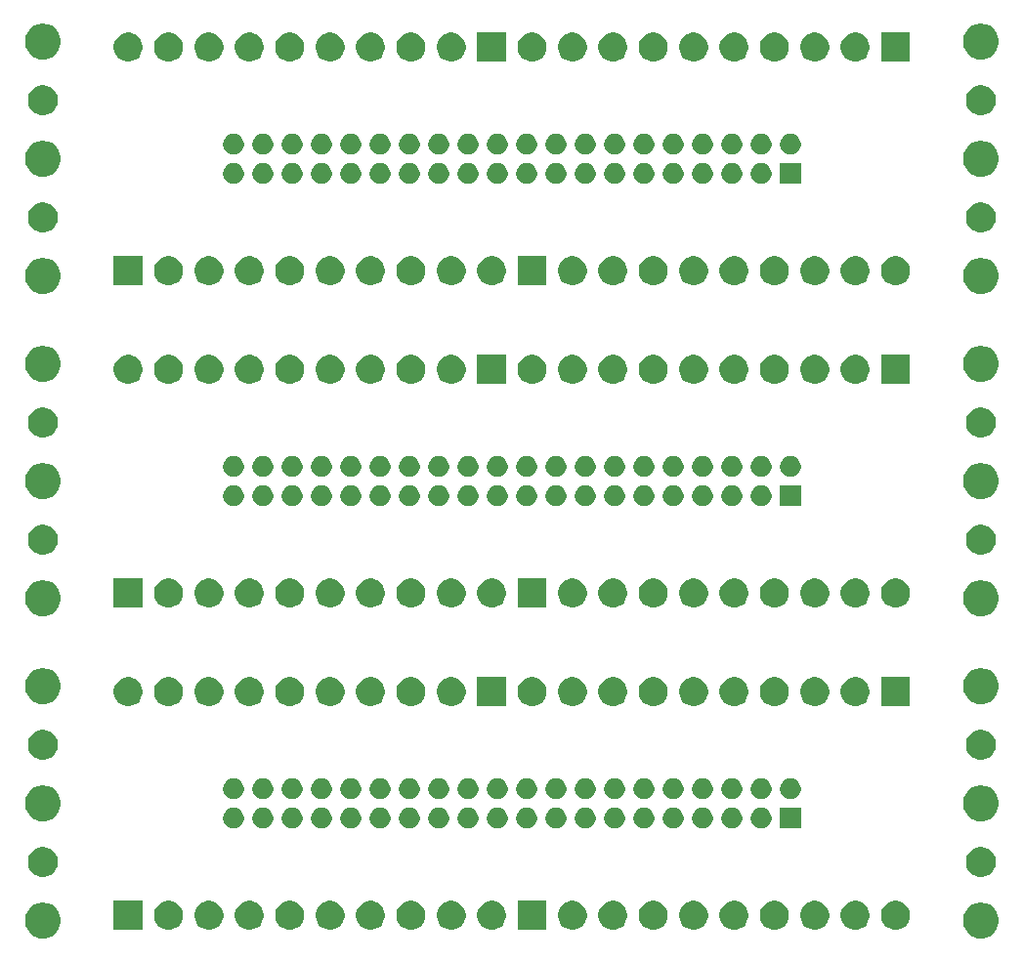
<source format=gbr>
G04 #@! TF.GenerationSoftware,KiCad,Pcbnew,5.1.5-52549c5~86~ubuntu18.04.1*
G04 #@! TF.CreationDate,2020-09-15T13:24:36-05:00*
G04 #@! TF.ProjectId,,58585858-5858-4585-9858-585858585858,rev?*
G04 #@! TF.SameCoordinates,Original*
G04 #@! TF.FileFunction,Soldermask,Top*
G04 #@! TF.FilePolarity,Negative*
%FSLAX46Y46*%
G04 Gerber Fmt 4.6, Leading zero omitted, Abs format (unit mm)*
G04 Created by KiCad (PCBNEW 5.1.5-52549c5~86~ubuntu18.04.1) date 2020-09-15 13:24:36*
%MOMM*%
%LPD*%
G04 APERTURE LIST*
%ADD10C,0.100000*%
G04 APERTURE END LIST*
D10*
G36*
X183345185Y-140271802D02*
G01*
X183495010Y-140301604D01*
X183777274Y-140418521D01*
X184031305Y-140588259D01*
X184247341Y-140804295D01*
X184417079Y-141058326D01*
X184533996Y-141340590D01*
X184593600Y-141640240D01*
X184593600Y-141945760D01*
X184533996Y-142245410D01*
X184417079Y-142527674D01*
X184247341Y-142781705D01*
X184031305Y-142997741D01*
X183777274Y-143167479D01*
X183495010Y-143284396D01*
X183345185Y-143314198D01*
X183195361Y-143344000D01*
X182889839Y-143344000D01*
X182740015Y-143314198D01*
X182590190Y-143284396D01*
X182307926Y-143167479D01*
X182053895Y-142997741D01*
X181837859Y-142781705D01*
X181668121Y-142527674D01*
X181551204Y-142245410D01*
X181491600Y-141945760D01*
X181491600Y-141640240D01*
X181551204Y-141340590D01*
X181668121Y-141058326D01*
X181837859Y-140804295D01*
X182053895Y-140588259D01*
X182307926Y-140418521D01*
X182590190Y-140301604D01*
X182740015Y-140271802D01*
X182889839Y-140242000D01*
X183195361Y-140242000D01*
X183345185Y-140271802D01*
G37*
G36*
X102065185Y-140271802D02*
G01*
X102215010Y-140301604D01*
X102497274Y-140418521D01*
X102751305Y-140588259D01*
X102967341Y-140804295D01*
X103137079Y-141058326D01*
X103253996Y-141340590D01*
X103313600Y-141640240D01*
X103313600Y-141945760D01*
X103253996Y-142245410D01*
X103137079Y-142527674D01*
X102967341Y-142781705D01*
X102751305Y-142997741D01*
X102497274Y-143167479D01*
X102215010Y-143284396D01*
X102065185Y-143314198D01*
X101915361Y-143344000D01*
X101609839Y-143344000D01*
X101460015Y-143314198D01*
X101310190Y-143284396D01*
X101027926Y-143167479D01*
X100773895Y-142997741D01*
X100557859Y-142781705D01*
X100388121Y-142527674D01*
X100271204Y-142245410D01*
X100211600Y-141945760D01*
X100211600Y-141640240D01*
X100271204Y-141340590D01*
X100388121Y-141058326D01*
X100557859Y-140804295D01*
X100773895Y-140588259D01*
X101027926Y-140418521D01*
X101310190Y-140301604D01*
X101460015Y-140271802D01*
X101609839Y-140242000D01*
X101915361Y-140242000D01*
X102065185Y-140271802D01*
G37*
G36*
X116517503Y-140122675D02*
G01*
X116745171Y-140216978D01*
X116950066Y-140353885D01*
X117124315Y-140528134D01*
X117261222Y-140733029D01*
X117355525Y-140960697D01*
X117403600Y-141202387D01*
X117403600Y-141448813D01*
X117355525Y-141690503D01*
X117261222Y-141918171D01*
X117124315Y-142123066D01*
X116950066Y-142297315D01*
X116745171Y-142434222D01*
X116745170Y-142434223D01*
X116745169Y-142434223D01*
X116517503Y-142528525D01*
X116275814Y-142576600D01*
X116029386Y-142576600D01*
X115787697Y-142528525D01*
X115560031Y-142434223D01*
X115560030Y-142434223D01*
X115560029Y-142434222D01*
X115355134Y-142297315D01*
X115180885Y-142123066D01*
X115043978Y-141918171D01*
X114949675Y-141690503D01*
X114901600Y-141448813D01*
X114901600Y-141202387D01*
X114949675Y-140960697D01*
X115043978Y-140733029D01*
X115180885Y-140528134D01*
X115355134Y-140353885D01*
X115560029Y-140216978D01*
X115787697Y-140122675D01*
X116029386Y-140074600D01*
X116275814Y-140074600D01*
X116517503Y-140122675D01*
G37*
G36*
X151517503Y-140122675D02*
G01*
X151745171Y-140216978D01*
X151950066Y-140353885D01*
X152124315Y-140528134D01*
X152261222Y-140733029D01*
X152355525Y-140960697D01*
X152403600Y-141202387D01*
X152403600Y-141448813D01*
X152355525Y-141690503D01*
X152261222Y-141918171D01*
X152124315Y-142123066D01*
X151950066Y-142297315D01*
X151745171Y-142434222D01*
X151745170Y-142434223D01*
X151745169Y-142434223D01*
X151517503Y-142528525D01*
X151275814Y-142576600D01*
X151029386Y-142576600D01*
X150787697Y-142528525D01*
X150560031Y-142434223D01*
X150560030Y-142434223D01*
X150560029Y-142434222D01*
X150355134Y-142297315D01*
X150180885Y-142123066D01*
X150043978Y-141918171D01*
X149949675Y-141690503D01*
X149901600Y-141448813D01*
X149901600Y-141202387D01*
X149949675Y-140960697D01*
X150043978Y-140733029D01*
X150180885Y-140528134D01*
X150355134Y-140353885D01*
X150560029Y-140216978D01*
X150787697Y-140122675D01*
X151029386Y-140074600D01*
X151275814Y-140074600D01*
X151517503Y-140122675D01*
G37*
G36*
X110403600Y-142576600D02*
G01*
X107901600Y-142576600D01*
X107901600Y-140074600D01*
X110403600Y-140074600D01*
X110403600Y-142576600D01*
G37*
G36*
X113017503Y-140122675D02*
G01*
X113245171Y-140216978D01*
X113450066Y-140353885D01*
X113624315Y-140528134D01*
X113761222Y-140733029D01*
X113855525Y-140960697D01*
X113903600Y-141202387D01*
X113903600Y-141448813D01*
X113855525Y-141690503D01*
X113761222Y-141918171D01*
X113624315Y-142123066D01*
X113450066Y-142297315D01*
X113245171Y-142434222D01*
X113245170Y-142434223D01*
X113245169Y-142434223D01*
X113017503Y-142528525D01*
X112775814Y-142576600D01*
X112529386Y-142576600D01*
X112287697Y-142528525D01*
X112060031Y-142434223D01*
X112060030Y-142434223D01*
X112060029Y-142434222D01*
X111855134Y-142297315D01*
X111680885Y-142123066D01*
X111543978Y-141918171D01*
X111449675Y-141690503D01*
X111401600Y-141448813D01*
X111401600Y-141202387D01*
X111449675Y-140960697D01*
X111543978Y-140733029D01*
X111680885Y-140528134D01*
X111855134Y-140353885D01*
X112060029Y-140216978D01*
X112287697Y-140122675D01*
X112529386Y-140074600D01*
X112775814Y-140074600D01*
X113017503Y-140122675D01*
G37*
G36*
X176017503Y-140122675D02*
G01*
X176245171Y-140216978D01*
X176450066Y-140353885D01*
X176624315Y-140528134D01*
X176761222Y-140733029D01*
X176855525Y-140960697D01*
X176903600Y-141202387D01*
X176903600Y-141448813D01*
X176855525Y-141690503D01*
X176761222Y-141918171D01*
X176624315Y-142123066D01*
X176450066Y-142297315D01*
X176245171Y-142434222D01*
X176245170Y-142434223D01*
X176245169Y-142434223D01*
X176017503Y-142528525D01*
X175775814Y-142576600D01*
X175529386Y-142576600D01*
X175287697Y-142528525D01*
X175060031Y-142434223D01*
X175060030Y-142434223D01*
X175060029Y-142434222D01*
X174855134Y-142297315D01*
X174680885Y-142123066D01*
X174543978Y-141918171D01*
X174449675Y-141690503D01*
X174401600Y-141448813D01*
X174401600Y-141202387D01*
X174449675Y-140960697D01*
X174543978Y-140733029D01*
X174680885Y-140528134D01*
X174855134Y-140353885D01*
X175060029Y-140216978D01*
X175287697Y-140122675D01*
X175529386Y-140074600D01*
X175775814Y-140074600D01*
X176017503Y-140122675D01*
G37*
G36*
X172517503Y-140122675D02*
G01*
X172745171Y-140216978D01*
X172950066Y-140353885D01*
X173124315Y-140528134D01*
X173261222Y-140733029D01*
X173355525Y-140960697D01*
X173403600Y-141202387D01*
X173403600Y-141448813D01*
X173355525Y-141690503D01*
X173261222Y-141918171D01*
X173124315Y-142123066D01*
X172950066Y-142297315D01*
X172745171Y-142434222D01*
X172745170Y-142434223D01*
X172745169Y-142434223D01*
X172517503Y-142528525D01*
X172275814Y-142576600D01*
X172029386Y-142576600D01*
X171787697Y-142528525D01*
X171560031Y-142434223D01*
X171560030Y-142434223D01*
X171560029Y-142434222D01*
X171355134Y-142297315D01*
X171180885Y-142123066D01*
X171043978Y-141918171D01*
X170949675Y-141690503D01*
X170901600Y-141448813D01*
X170901600Y-141202387D01*
X170949675Y-140960697D01*
X171043978Y-140733029D01*
X171180885Y-140528134D01*
X171355134Y-140353885D01*
X171560029Y-140216978D01*
X171787697Y-140122675D01*
X172029386Y-140074600D01*
X172275814Y-140074600D01*
X172517503Y-140122675D01*
G37*
G36*
X169017503Y-140122675D02*
G01*
X169245171Y-140216978D01*
X169450066Y-140353885D01*
X169624315Y-140528134D01*
X169761222Y-140733029D01*
X169855525Y-140960697D01*
X169903600Y-141202387D01*
X169903600Y-141448813D01*
X169855525Y-141690503D01*
X169761222Y-141918171D01*
X169624315Y-142123066D01*
X169450066Y-142297315D01*
X169245171Y-142434222D01*
X169245170Y-142434223D01*
X169245169Y-142434223D01*
X169017503Y-142528525D01*
X168775814Y-142576600D01*
X168529386Y-142576600D01*
X168287697Y-142528525D01*
X168060031Y-142434223D01*
X168060030Y-142434223D01*
X168060029Y-142434222D01*
X167855134Y-142297315D01*
X167680885Y-142123066D01*
X167543978Y-141918171D01*
X167449675Y-141690503D01*
X167401600Y-141448813D01*
X167401600Y-141202387D01*
X167449675Y-140960697D01*
X167543978Y-140733029D01*
X167680885Y-140528134D01*
X167855134Y-140353885D01*
X168060029Y-140216978D01*
X168287697Y-140122675D01*
X168529386Y-140074600D01*
X168775814Y-140074600D01*
X169017503Y-140122675D01*
G37*
G36*
X162017503Y-140122675D02*
G01*
X162245171Y-140216978D01*
X162450066Y-140353885D01*
X162624315Y-140528134D01*
X162761222Y-140733029D01*
X162855525Y-140960697D01*
X162903600Y-141202387D01*
X162903600Y-141448813D01*
X162855525Y-141690503D01*
X162761222Y-141918171D01*
X162624315Y-142123066D01*
X162450066Y-142297315D01*
X162245171Y-142434222D01*
X162245170Y-142434223D01*
X162245169Y-142434223D01*
X162017503Y-142528525D01*
X161775814Y-142576600D01*
X161529386Y-142576600D01*
X161287697Y-142528525D01*
X161060031Y-142434223D01*
X161060030Y-142434223D01*
X161060029Y-142434222D01*
X160855134Y-142297315D01*
X160680885Y-142123066D01*
X160543978Y-141918171D01*
X160449675Y-141690503D01*
X160401600Y-141448813D01*
X160401600Y-141202387D01*
X160449675Y-140960697D01*
X160543978Y-140733029D01*
X160680885Y-140528134D01*
X160855134Y-140353885D01*
X161060029Y-140216978D01*
X161287697Y-140122675D01*
X161529386Y-140074600D01*
X161775814Y-140074600D01*
X162017503Y-140122675D01*
G37*
G36*
X158517503Y-140122675D02*
G01*
X158745171Y-140216978D01*
X158950066Y-140353885D01*
X159124315Y-140528134D01*
X159261222Y-140733029D01*
X159355525Y-140960697D01*
X159403600Y-141202387D01*
X159403600Y-141448813D01*
X159355525Y-141690503D01*
X159261222Y-141918171D01*
X159124315Y-142123066D01*
X158950066Y-142297315D01*
X158745171Y-142434222D01*
X158745170Y-142434223D01*
X158745169Y-142434223D01*
X158517503Y-142528525D01*
X158275814Y-142576600D01*
X158029386Y-142576600D01*
X157787697Y-142528525D01*
X157560031Y-142434223D01*
X157560030Y-142434223D01*
X157560029Y-142434222D01*
X157355134Y-142297315D01*
X157180885Y-142123066D01*
X157043978Y-141918171D01*
X156949675Y-141690503D01*
X156901600Y-141448813D01*
X156901600Y-141202387D01*
X156949675Y-140960697D01*
X157043978Y-140733029D01*
X157180885Y-140528134D01*
X157355134Y-140353885D01*
X157560029Y-140216978D01*
X157787697Y-140122675D01*
X158029386Y-140074600D01*
X158275814Y-140074600D01*
X158517503Y-140122675D01*
G37*
G36*
X155017503Y-140122675D02*
G01*
X155245171Y-140216978D01*
X155450066Y-140353885D01*
X155624315Y-140528134D01*
X155761222Y-140733029D01*
X155855525Y-140960697D01*
X155903600Y-141202387D01*
X155903600Y-141448813D01*
X155855525Y-141690503D01*
X155761222Y-141918171D01*
X155624315Y-142123066D01*
X155450066Y-142297315D01*
X155245171Y-142434222D01*
X155245170Y-142434223D01*
X155245169Y-142434223D01*
X155017503Y-142528525D01*
X154775814Y-142576600D01*
X154529386Y-142576600D01*
X154287697Y-142528525D01*
X154060031Y-142434223D01*
X154060030Y-142434223D01*
X154060029Y-142434222D01*
X153855134Y-142297315D01*
X153680885Y-142123066D01*
X153543978Y-141918171D01*
X153449675Y-141690503D01*
X153401600Y-141448813D01*
X153401600Y-141202387D01*
X153449675Y-140960697D01*
X153543978Y-140733029D01*
X153680885Y-140528134D01*
X153855134Y-140353885D01*
X154060029Y-140216978D01*
X154287697Y-140122675D01*
X154529386Y-140074600D01*
X154775814Y-140074600D01*
X155017503Y-140122675D01*
G37*
G36*
X165517503Y-140122675D02*
G01*
X165745171Y-140216978D01*
X165950066Y-140353885D01*
X166124315Y-140528134D01*
X166261222Y-140733029D01*
X166355525Y-140960697D01*
X166403600Y-141202387D01*
X166403600Y-141448813D01*
X166355525Y-141690503D01*
X166261222Y-141918171D01*
X166124315Y-142123066D01*
X165950066Y-142297315D01*
X165745171Y-142434222D01*
X165745170Y-142434223D01*
X165745169Y-142434223D01*
X165517503Y-142528525D01*
X165275814Y-142576600D01*
X165029386Y-142576600D01*
X164787697Y-142528525D01*
X164560031Y-142434223D01*
X164560030Y-142434223D01*
X164560029Y-142434222D01*
X164355134Y-142297315D01*
X164180885Y-142123066D01*
X164043978Y-141918171D01*
X163949675Y-141690503D01*
X163901600Y-141448813D01*
X163901600Y-141202387D01*
X163949675Y-140960697D01*
X164043978Y-140733029D01*
X164180885Y-140528134D01*
X164355134Y-140353885D01*
X164560029Y-140216978D01*
X164787697Y-140122675D01*
X165029386Y-140074600D01*
X165275814Y-140074600D01*
X165517503Y-140122675D01*
G37*
G36*
X145403600Y-142576600D02*
G01*
X142901600Y-142576600D01*
X142901600Y-140074600D01*
X145403600Y-140074600D01*
X145403600Y-142576600D01*
G37*
G36*
X141017503Y-140122675D02*
G01*
X141245171Y-140216978D01*
X141450066Y-140353885D01*
X141624315Y-140528134D01*
X141761222Y-140733029D01*
X141855525Y-140960697D01*
X141903600Y-141202387D01*
X141903600Y-141448813D01*
X141855525Y-141690503D01*
X141761222Y-141918171D01*
X141624315Y-142123066D01*
X141450066Y-142297315D01*
X141245171Y-142434222D01*
X141245170Y-142434223D01*
X141245169Y-142434223D01*
X141017503Y-142528525D01*
X140775814Y-142576600D01*
X140529386Y-142576600D01*
X140287697Y-142528525D01*
X140060031Y-142434223D01*
X140060030Y-142434223D01*
X140060029Y-142434222D01*
X139855134Y-142297315D01*
X139680885Y-142123066D01*
X139543978Y-141918171D01*
X139449675Y-141690503D01*
X139401600Y-141448813D01*
X139401600Y-141202387D01*
X139449675Y-140960697D01*
X139543978Y-140733029D01*
X139680885Y-140528134D01*
X139855134Y-140353885D01*
X140060029Y-140216978D01*
X140287697Y-140122675D01*
X140529386Y-140074600D01*
X140775814Y-140074600D01*
X141017503Y-140122675D01*
G37*
G36*
X137517503Y-140122675D02*
G01*
X137745171Y-140216978D01*
X137950066Y-140353885D01*
X138124315Y-140528134D01*
X138261222Y-140733029D01*
X138355525Y-140960697D01*
X138403600Y-141202387D01*
X138403600Y-141448813D01*
X138355525Y-141690503D01*
X138261222Y-141918171D01*
X138124315Y-142123066D01*
X137950066Y-142297315D01*
X137745171Y-142434222D01*
X137745170Y-142434223D01*
X137745169Y-142434223D01*
X137517503Y-142528525D01*
X137275814Y-142576600D01*
X137029386Y-142576600D01*
X136787697Y-142528525D01*
X136560031Y-142434223D01*
X136560030Y-142434223D01*
X136560029Y-142434222D01*
X136355134Y-142297315D01*
X136180885Y-142123066D01*
X136043978Y-141918171D01*
X135949675Y-141690503D01*
X135901600Y-141448813D01*
X135901600Y-141202387D01*
X135949675Y-140960697D01*
X136043978Y-140733029D01*
X136180885Y-140528134D01*
X136355134Y-140353885D01*
X136560029Y-140216978D01*
X136787697Y-140122675D01*
X137029386Y-140074600D01*
X137275814Y-140074600D01*
X137517503Y-140122675D01*
G37*
G36*
X134017503Y-140122675D02*
G01*
X134245171Y-140216978D01*
X134450066Y-140353885D01*
X134624315Y-140528134D01*
X134761222Y-140733029D01*
X134855525Y-140960697D01*
X134903600Y-141202387D01*
X134903600Y-141448813D01*
X134855525Y-141690503D01*
X134761222Y-141918171D01*
X134624315Y-142123066D01*
X134450066Y-142297315D01*
X134245171Y-142434222D01*
X134245170Y-142434223D01*
X134245169Y-142434223D01*
X134017503Y-142528525D01*
X133775814Y-142576600D01*
X133529386Y-142576600D01*
X133287697Y-142528525D01*
X133060031Y-142434223D01*
X133060030Y-142434223D01*
X133060029Y-142434222D01*
X132855134Y-142297315D01*
X132680885Y-142123066D01*
X132543978Y-141918171D01*
X132449675Y-141690503D01*
X132401600Y-141448813D01*
X132401600Y-141202387D01*
X132449675Y-140960697D01*
X132543978Y-140733029D01*
X132680885Y-140528134D01*
X132855134Y-140353885D01*
X133060029Y-140216978D01*
X133287697Y-140122675D01*
X133529386Y-140074600D01*
X133775814Y-140074600D01*
X134017503Y-140122675D01*
G37*
G36*
X130517503Y-140122675D02*
G01*
X130745171Y-140216978D01*
X130950066Y-140353885D01*
X131124315Y-140528134D01*
X131261222Y-140733029D01*
X131355525Y-140960697D01*
X131403600Y-141202387D01*
X131403600Y-141448813D01*
X131355525Y-141690503D01*
X131261222Y-141918171D01*
X131124315Y-142123066D01*
X130950066Y-142297315D01*
X130745171Y-142434222D01*
X130745170Y-142434223D01*
X130745169Y-142434223D01*
X130517503Y-142528525D01*
X130275814Y-142576600D01*
X130029386Y-142576600D01*
X129787697Y-142528525D01*
X129560031Y-142434223D01*
X129560030Y-142434223D01*
X129560029Y-142434222D01*
X129355134Y-142297315D01*
X129180885Y-142123066D01*
X129043978Y-141918171D01*
X128949675Y-141690503D01*
X128901600Y-141448813D01*
X128901600Y-141202387D01*
X128949675Y-140960697D01*
X129043978Y-140733029D01*
X129180885Y-140528134D01*
X129355134Y-140353885D01*
X129560029Y-140216978D01*
X129787697Y-140122675D01*
X130029386Y-140074600D01*
X130275814Y-140074600D01*
X130517503Y-140122675D01*
G37*
G36*
X127017503Y-140122675D02*
G01*
X127245171Y-140216978D01*
X127450066Y-140353885D01*
X127624315Y-140528134D01*
X127761222Y-140733029D01*
X127855525Y-140960697D01*
X127903600Y-141202387D01*
X127903600Y-141448813D01*
X127855525Y-141690503D01*
X127761222Y-141918171D01*
X127624315Y-142123066D01*
X127450066Y-142297315D01*
X127245171Y-142434222D01*
X127245170Y-142434223D01*
X127245169Y-142434223D01*
X127017503Y-142528525D01*
X126775814Y-142576600D01*
X126529386Y-142576600D01*
X126287697Y-142528525D01*
X126060031Y-142434223D01*
X126060030Y-142434223D01*
X126060029Y-142434222D01*
X125855134Y-142297315D01*
X125680885Y-142123066D01*
X125543978Y-141918171D01*
X125449675Y-141690503D01*
X125401600Y-141448813D01*
X125401600Y-141202387D01*
X125449675Y-140960697D01*
X125543978Y-140733029D01*
X125680885Y-140528134D01*
X125855134Y-140353885D01*
X126060029Y-140216978D01*
X126287697Y-140122675D01*
X126529386Y-140074600D01*
X126775814Y-140074600D01*
X127017503Y-140122675D01*
G37*
G36*
X123517503Y-140122675D02*
G01*
X123745171Y-140216978D01*
X123950066Y-140353885D01*
X124124315Y-140528134D01*
X124261222Y-140733029D01*
X124355525Y-140960697D01*
X124403600Y-141202387D01*
X124403600Y-141448813D01*
X124355525Y-141690503D01*
X124261222Y-141918171D01*
X124124315Y-142123066D01*
X123950066Y-142297315D01*
X123745171Y-142434222D01*
X123745170Y-142434223D01*
X123745169Y-142434223D01*
X123517503Y-142528525D01*
X123275814Y-142576600D01*
X123029386Y-142576600D01*
X122787697Y-142528525D01*
X122560031Y-142434223D01*
X122560030Y-142434223D01*
X122560029Y-142434222D01*
X122355134Y-142297315D01*
X122180885Y-142123066D01*
X122043978Y-141918171D01*
X121949675Y-141690503D01*
X121901600Y-141448813D01*
X121901600Y-141202387D01*
X121949675Y-140960697D01*
X122043978Y-140733029D01*
X122180885Y-140528134D01*
X122355134Y-140353885D01*
X122560029Y-140216978D01*
X122787697Y-140122675D01*
X123029386Y-140074600D01*
X123275814Y-140074600D01*
X123517503Y-140122675D01*
G37*
G36*
X120017503Y-140122675D02*
G01*
X120245171Y-140216978D01*
X120450066Y-140353885D01*
X120624315Y-140528134D01*
X120761222Y-140733029D01*
X120855525Y-140960697D01*
X120903600Y-141202387D01*
X120903600Y-141448813D01*
X120855525Y-141690503D01*
X120761222Y-141918171D01*
X120624315Y-142123066D01*
X120450066Y-142297315D01*
X120245171Y-142434222D01*
X120245170Y-142434223D01*
X120245169Y-142434223D01*
X120017503Y-142528525D01*
X119775814Y-142576600D01*
X119529386Y-142576600D01*
X119287697Y-142528525D01*
X119060031Y-142434223D01*
X119060030Y-142434223D01*
X119060029Y-142434222D01*
X118855134Y-142297315D01*
X118680885Y-142123066D01*
X118543978Y-141918171D01*
X118449675Y-141690503D01*
X118401600Y-141448813D01*
X118401600Y-141202387D01*
X118449675Y-140960697D01*
X118543978Y-140733029D01*
X118680885Y-140528134D01*
X118855134Y-140353885D01*
X119060029Y-140216978D01*
X119287697Y-140122675D01*
X119529386Y-140074600D01*
X119775814Y-140074600D01*
X120017503Y-140122675D01*
G37*
G36*
X148017503Y-140122675D02*
G01*
X148245171Y-140216978D01*
X148450066Y-140353885D01*
X148624315Y-140528134D01*
X148761222Y-140733029D01*
X148855525Y-140960697D01*
X148903600Y-141202387D01*
X148903600Y-141448813D01*
X148855525Y-141690503D01*
X148761222Y-141918171D01*
X148624315Y-142123066D01*
X148450066Y-142297315D01*
X148245171Y-142434222D01*
X148245170Y-142434223D01*
X148245169Y-142434223D01*
X148017503Y-142528525D01*
X147775814Y-142576600D01*
X147529386Y-142576600D01*
X147287697Y-142528525D01*
X147060031Y-142434223D01*
X147060030Y-142434223D01*
X147060029Y-142434222D01*
X146855134Y-142297315D01*
X146680885Y-142123066D01*
X146543978Y-141918171D01*
X146449675Y-141690503D01*
X146401600Y-141448813D01*
X146401600Y-141202387D01*
X146449675Y-140960697D01*
X146543978Y-140733029D01*
X146680885Y-140528134D01*
X146855134Y-140353885D01*
X147060029Y-140216978D01*
X147287697Y-140122675D01*
X147529386Y-140074600D01*
X147775814Y-140074600D01*
X148017503Y-140122675D01*
G37*
G36*
X102141993Y-135462304D02*
G01*
X102378701Y-135560352D01*
X102378703Y-135560353D01*
X102591735Y-135702696D01*
X102772904Y-135883865D01*
X102915247Y-136096897D01*
X102915248Y-136096899D01*
X103013296Y-136333607D01*
X103063280Y-136584893D01*
X103063280Y-136841107D01*
X103013296Y-137092393D01*
X102915248Y-137329101D01*
X102915247Y-137329103D01*
X102772904Y-137542135D01*
X102591735Y-137723304D01*
X102378703Y-137865647D01*
X102378702Y-137865648D01*
X102378701Y-137865648D01*
X102141993Y-137963696D01*
X101890707Y-138013680D01*
X101634493Y-138013680D01*
X101383207Y-137963696D01*
X101146499Y-137865648D01*
X101146498Y-137865648D01*
X101146497Y-137865647D01*
X100933465Y-137723304D01*
X100752296Y-137542135D01*
X100609953Y-137329103D01*
X100609952Y-137329101D01*
X100511904Y-137092393D01*
X100461920Y-136841107D01*
X100461920Y-136584893D01*
X100511904Y-136333607D01*
X100609952Y-136096899D01*
X100609953Y-136096897D01*
X100752296Y-135883865D01*
X100933465Y-135702696D01*
X101146497Y-135560353D01*
X101146499Y-135560352D01*
X101383207Y-135462304D01*
X101634493Y-135412320D01*
X101890707Y-135412320D01*
X102141993Y-135462304D01*
G37*
G36*
X183421993Y-135462304D02*
G01*
X183658701Y-135560352D01*
X183658703Y-135560353D01*
X183871735Y-135702696D01*
X184052904Y-135883865D01*
X184195247Y-136096897D01*
X184195248Y-136096899D01*
X184293296Y-136333607D01*
X184343280Y-136584893D01*
X184343280Y-136841107D01*
X184293296Y-137092393D01*
X184195248Y-137329101D01*
X184195247Y-137329103D01*
X184052904Y-137542135D01*
X183871735Y-137723304D01*
X183658703Y-137865647D01*
X183658702Y-137865648D01*
X183658701Y-137865648D01*
X183421993Y-137963696D01*
X183170707Y-138013680D01*
X182914493Y-138013680D01*
X182663207Y-137963696D01*
X182426499Y-137865648D01*
X182426498Y-137865648D01*
X182426497Y-137865647D01*
X182213465Y-137723304D01*
X182032296Y-137542135D01*
X181889953Y-137329103D01*
X181889952Y-137329101D01*
X181791904Y-137092393D01*
X181741920Y-136841107D01*
X181741920Y-136584893D01*
X181791904Y-136333607D01*
X181889952Y-136096899D01*
X181889953Y-136096897D01*
X182032296Y-135883865D01*
X182213465Y-135702696D01*
X182426497Y-135560353D01*
X182426499Y-135560352D01*
X182663207Y-135462304D01*
X182914493Y-135412320D01*
X183170707Y-135412320D01*
X183421993Y-135462304D01*
G37*
G36*
X159026112Y-132006927D02*
G01*
X159175412Y-132036624D01*
X159339384Y-132104544D01*
X159486954Y-132203147D01*
X159612453Y-132328646D01*
X159711056Y-132476216D01*
X159778976Y-132640188D01*
X159813600Y-132814259D01*
X159813600Y-132991741D01*
X159778976Y-133165812D01*
X159711056Y-133329784D01*
X159612453Y-133477354D01*
X159486954Y-133602853D01*
X159339384Y-133701456D01*
X159175412Y-133769376D01*
X159026112Y-133799073D01*
X159001342Y-133804000D01*
X158823858Y-133804000D01*
X158799088Y-133799073D01*
X158649788Y-133769376D01*
X158485816Y-133701456D01*
X158338246Y-133602853D01*
X158212747Y-133477354D01*
X158114144Y-133329784D01*
X158046224Y-133165812D01*
X158011600Y-132991741D01*
X158011600Y-132814259D01*
X158046224Y-132640188D01*
X158114144Y-132476216D01*
X158212747Y-132328646D01*
X158338246Y-132203147D01*
X158485816Y-132104544D01*
X158649788Y-132036624D01*
X158799088Y-132006927D01*
X158823858Y-132002000D01*
X159001342Y-132002000D01*
X159026112Y-132006927D01*
G37*
G36*
X167433600Y-133804000D02*
G01*
X165631600Y-133804000D01*
X165631600Y-132002000D01*
X167433600Y-132002000D01*
X167433600Y-133804000D01*
G37*
G36*
X164106112Y-132006927D02*
G01*
X164255412Y-132036624D01*
X164419384Y-132104544D01*
X164566954Y-132203147D01*
X164692453Y-132328646D01*
X164791056Y-132476216D01*
X164858976Y-132640188D01*
X164893600Y-132814259D01*
X164893600Y-132991741D01*
X164858976Y-133165812D01*
X164791056Y-133329784D01*
X164692453Y-133477354D01*
X164566954Y-133602853D01*
X164419384Y-133701456D01*
X164255412Y-133769376D01*
X164106112Y-133799073D01*
X164081342Y-133804000D01*
X163903858Y-133804000D01*
X163879088Y-133799073D01*
X163729788Y-133769376D01*
X163565816Y-133701456D01*
X163418246Y-133602853D01*
X163292747Y-133477354D01*
X163194144Y-133329784D01*
X163126224Y-133165812D01*
X163091600Y-132991741D01*
X163091600Y-132814259D01*
X163126224Y-132640188D01*
X163194144Y-132476216D01*
X163292747Y-132328646D01*
X163418246Y-132203147D01*
X163565816Y-132104544D01*
X163729788Y-132036624D01*
X163879088Y-132006927D01*
X163903858Y-132002000D01*
X164081342Y-132002000D01*
X164106112Y-132006927D01*
G37*
G36*
X161566112Y-132006927D02*
G01*
X161715412Y-132036624D01*
X161879384Y-132104544D01*
X162026954Y-132203147D01*
X162152453Y-132328646D01*
X162251056Y-132476216D01*
X162318976Y-132640188D01*
X162353600Y-132814259D01*
X162353600Y-132991741D01*
X162318976Y-133165812D01*
X162251056Y-133329784D01*
X162152453Y-133477354D01*
X162026954Y-133602853D01*
X161879384Y-133701456D01*
X161715412Y-133769376D01*
X161566112Y-133799073D01*
X161541342Y-133804000D01*
X161363858Y-133804000D01*
X161339088Y-133799073D01*
X161189788Y-133769376D01*
X161025816Y-133701456D01*
X160878246Y-133602853D01*
X160752747Y-133477354D01*
X160654144Y-133329784D01*
X160586224Y-133165812D01*
X160551600Y-132991741D01*
X160551600Y-132814259D01*
X160586224Y-132640188D01*
X160654144Y-132476216D01*
X160752747Y-132328646D01*
X160878246Y-132203147D01*
X161025816Y-132104544D01*
X161189788Y-132036624D01*
X161339088Y-132006927D01*
X161363858Y-132002000D01*
X161541342Y-132002000D01*
X161566112Y-132006927D01*
G37*
G36*
X156486112Y-132006927D02*
G01*
X156635412Y-132036624D01*
X156799384Y-132104544D01*
X156946954Y-132203147D01*
X157072453Y-132328646D01*
X157171056Y-132476216D01*
X157238976Y-132640188D01*
X157273600Y-132814259D01*
X157273600Y-132991741D01*
X157238976Y-133165812D01*
X157171056Y-133329784D01*
X157072453Y-133477354D01*
X156946954Y-133602853D01*
X156799384Y-133701456D01*
X156635412Y-133769376D01*
X156486112Y-133799073D01*
X156461342Y-133804000D01*
X156283858Y-133804000D01*
X156259088Y-133799073D01*
X156109788Y-133769376D01*
X155945816Y-133701456D01*
X155798246Y-133602853D01*
X155672747Y-133477354D01*
X155574144Y-133329784D01*
X155506224Y-133165812D01*
X155471600Y-132991741D01*
X155471600Y-132814259D01*
X155506224Y-132640188D01*
X155574144Y-132476216D01*
X155672747Y-132328646D01*
X155798246Y-132203147D01*
X155945816Y-132104544D01*
X156109788Y-132036624D01*
X156259088Y-132006927D01*
X156283858Y-132002000D01*
X156461342Y-132002000D01*
X156486112Y-132006927D01*
G37*
G36*
X153946112Y-132006927D02*
G01*
X154095412Y-132036624D01*
X154259384Y-132104544D01*
X154406954Y-132203147D01*
X154532453Y-132328646D01*
X154631056Y-132476216D01*
X154698976Y-132640188D01*
X154733600Y-132814259D01*
X154733600Y-132991741D01*
X154698976Y-133165812D01*
X154631056Y-133329784D01*
X154532453Y-133477354D01*
X154406954Y-133602853D01*
X154259384Y-133701456D01*
X154095412Y-133769376D01*
X153946112Y-133799073D01*
X153921342Y-133804000D01*
X153743858Y-133804000D01*
X153719088Y-133799073D01*
X153569788Y-133769376D01*
X153405816Y-133701456D01*
X153258246Y-133602853D01*
X153132747Y-133477354D01*
X153034144Y-133329784D01*
X152966224Y-133165812D01*
X152931600Y-132991741D01*
X152931600Y-132814259D01*
X152966224Y-132640188D01*
X153034144Y-132476216D01*
X153132747Y-132328646D01*
X153258246Y-132203147D01*
X153405816Y-132104544D01*
X153569788Y-132036624D01*
X153719088Y-132006927D01*
X153743858Y-132002000D01*
X153921342Y-132002000D01*
X153946112Y-132006927D01*
G37*
G36*
X151406112Y-132006927D02*
G01*
X151555412Y-132036624D01*
X151719384Y-132104544D01*
X151866954Y-132203147D01*
X151992453Y-132328646D01*
X152091056Y-132476216D01*
X152158976Y-132640188D01*
X152193600Y-132814259D01*
X152193600Y-132991741D01*
X152158976Y-133165812D01*
X152091056Y-133329784D01*
X151992453Y-133477354D01*
X151866954Y-133602853D01*
X151719384Y-133701456D01*
X151555412Y-133769376D01*
X151406112Y-133799073D01*
X151381342Y-133804000D01*
X151203858Y-133804000D01*
X151179088Y-133799073D01*
X151029788Y-133769376D01*
X150865816Y-133701456D01*
X150718246Y-133602853D01*
X150592747Y-133477354D01*
X150494144Y-133329784D01*
X150426224Y-133165812D01*
X150391600Y-132991741D01*
X150391600Y-132814259D01*
X150426224Y-132640188D01*
X150494144Y-132476216D01*
X150592747Y-132328646D01*
X150718246Y-132203147D01*
X150865816Y-132104544D01*
X151029788Y-132036624D01*
X151179088Y-132006927D01*
X151203858Y-132002000D01*
X151381342Y-132002000D01*
X151406112Y-132006927D01*
G37*
G36*
X148866112Y-132006927D02*
G01*
X149015412Y-132036624D01*
X149179384Y-132104544D01*
X149326954Y-132203147D01*
X149452453Y-132328646D01*
X149551056Y-132476216D01*
X149618976Y-132640188D01*
X149653600Y-132814259D01*
X149653600Y-132991741D01*
X149618976Y-133165812D01*
X149551056Y-133329784D01*
X149452453Y-133477354D01*
X149326954Y-133602853D01*
X149179384Y-133701456D01*
X149015412Y-133769376D01*
X148866112Y-133799073D01*
X148841342Y-133804000D01*
X148663858Y-133804000D01*
X148639088Y-133799073D01*
X148489788Y-133769376D01*
X148325816Y-133701456D01*
X148178246Y-133602853D01*
X148052747Y-133477354D01*
X147954144Y-133329784D01*
X147886224Y-133165812D01*
X147851600Y-132991741D01*
X147851600Y-132814259D01*
X147886224Y-132640188D01*
X147954144Y-132476216D01*
X148052747Y-132328646D01*
X148178246Y-132203147D01*
X148325816Y-132104544D01*
X148489788Y-132036624D01*
X148639088Y-132006927D01*
X148663858Y-132002000D01*
X148841342Y-132002000D01*
X148866112Y-132006927D01*
G37*
G36*
X146326112Y-132006927D02*
G01*
X146475412Y-132036624D01*
X146639384Y-132104544D01*
X146786954Y-132203147D01*
X146912453Y-132328646D01*
X147011056Y-132476216D01*
X147078976Y-132640188D01*
X147113600Y-132814259D01*
X147113600Y-132991741D01*
X147078976Y-133165812D01*
X147011056Y-133329784D01*
X146912453Y-133477354D01*
X146786954Y-133602853D01*
X146639384Y-133701456D01*
X146475412Y-133769376D01*
X146326112Y-133799073D01*
X146301342Y-133804000D01*
X146123858Y-133804000D01*
X146099088Y-133799073D01*
X145949788Y-133769376D01*
X145785816Y-133701456D01*
X145638246Y-133602853D01*
X145512747Y-133477354D01*
X145414144Y-133329784D01*
X145346224Y-133165812D01*
X145311600Y-132991741D01*
X145311600Y-132814259D01*
X145346224Y-132640188D01*
X145414144Y-132476216D01*
X145512747Y-132328646D01*
X145638246Y-132203147D01*
X145785816Y-132104544D01*
X145949788Y-132036624D01*
X146099088Y-132006927D01*
X146123858Y-132002000D01*
X146301342Y-132002000D01*
X146326112Y-132006927D01*
G37*
G36*
X143786112Y-132006927D02*
G01*
X143935412Y-132036624D01*
X144099384Y-132104544D01*
X144246954Y-132203147D01*
X144372453Y-132328646D01*
X144471056Y-132476216D01*
X144538976Y-132640188D01*
X144573600Y-132814259D01*
X144573600Y-132991741D01*
X144538976Y-133165812D01*
X144471056Y-133329784D01*
X144372453Y-133477354D01*
X144246954Y-133602853D01*
X144099384Y-133701456D01*
X143935412Y-133769376D01*
X143786112Y-133799073D01*
X143761342Y-133804000D01*
X143583858Y-133804000D01*
X143559088Y-133799073D01*
X143409788Y-133769376D01*
X143245816Y-133701456D01*
X143098246Y-133602853D01*
X142972747Y-133477354D01*
X142874144Y-133329784D01*
X142806224Y-133165812D01*
X142771600Y-132991741D01*
X142771600Y-132814259D01*
X142806224Y-132640188D01*
X142874144Y-132476216D01*
X142972747Y-132328646D01*
X143098246Y-132203147D01*
X143245816Y-132104544D01*
X143409788Y-132036624D01*
X143559088Y-132006927D01*
X143583858Y-132002000D01*
X143761342Y-132002000D01*
X143786112Y-132006927D01*
G37*
G36*
X136166112Y-132006927D02*
G01*
X136315412Y-132036624D01*
X136479384Y-132104544D01*
X136626954Y-132203147D01*
X136752453Y-132328646D01*
X136851056Y-132476216D01*
X136918976Y-132640188D01*
X136953600Y-132814259D01*
X136953600Y-132991741D01*
X136918976Y-133165812D01*
X136851056Y-133329784D01*
X136752453Y-133477354D01*
X136626954Y-133602853D01*
X136479384Y-133701456D01*
X136315412Y-133769376D01*
X136166112Y-133799073D01*
X136141342Y-133804000D01*
X135963858Y-133804000D01*
X135939088Y-133799073D01*
X135789788Y-133769376D01*
X135625816Y-133701456D01*
X135478246Y-133602853D01*
X135352747Y-133477354D01*
X135254144Y-133329784D01*
X135186224Y-133165812D01*
X135151600Y-132991741D01*
X135151600Y-132814259D01*
X135186224Y-132640188D01*
X135254144Y-132476216D01*
X135352747Y-132328646D01*
X135478246Y-132203147D01*
X135625816Y-132104544D01*
X135789788Y-132036624D01*
X135939088Y-132006927D01*
X135963858Y-132002000D01*
X136141342Y-132002000D01*
X136166112Y-132006927D01*
G37*
G36*
X138706112Y-132006927D02*
G01*
X138855412Y-132036624D01*
X139019384Y-132104544D01*
X139166954Y-132203147D01*
X139292453Y-132328646D01*
X139391056Y-132476216D01*
X139458976Y-132640188D01*
X139493600Y-132814259D01*
X139493600Y-132991741D01*
X139458976Y-133165812D01*
X139391056Y-133329784D01*
X139292453Y-133477354D01*
X139166954Y-133602853D01*
X139019384Y-133701456D01*
X138855412Y-133769376D01*
X138706112Y-133799073D01*
X138681342Y-133804000D01*
X138503858Y-133804000D01*
X138479088Y-133799073D01*
X138329788Y-133769376D01*
X138165816Y-133701456D01*
X138018246Y-133602853D01*
X137892747Y-133477354D01*
X137794144Y-133329784D01*
X137726224Y-133165812D01*
X137691600Y-132991741D01*
X137691600Y-132814259D01*
X137726224Y-132640188D01*
X137794144Y-132476216D01*
X137892747Y-132328646D01*
X138018246Y-132203147D01*
X138165816Y-132104544D01*
X138329788Y-132036624D01*
X138479088Y-132006927D01*
X138503858Y-132002000D01*
X138681342Y-132002000D01*
X138706112Y-132006927D01*
G37*
G36*
X128546112Y-132006927D02*
G01*
X128695412Y-132036624D01*
X128859384Y-132104544D01*
X129006954Y-132203147D01*
X129132453Y-132328646D01*
X129231056Y-132476216D01*
X129298976Y-132640188D01*
X129333600Y-132814259D01*
X129333600Y-132991741D01*
X129298976Y-133165812D01*
X129231056Y-133329784D01*
X129132453Y-133477354D01*
X129006954Y-133602853D01*
X128859384Y-133701456D01*
X128695412Y-133769376D01*
X128546112Y-133799073D01*
X128521342Y-133804000D01*
X128343858Y-133804000D01*
X128319088Y-133799073D01*
X128169788Y-133769376D01*
X128005816Y-133701456D01*
X127858246Y-133602853D01*
X127732747Y-133477354D01*
X127634144Y-133329784D01*
X127566224Y-133165812D01*
X127531600Y-132991741D01*
X127531600Y-132814259D01*
X127566224Y-132640188D01*
X127634144Y-132476216D01*
X127732747Y-132328646D01*
X127858246Y-132203147D01*
X128005816Y-132104544D01*
X128169788Y-132036624D01*
X128319088Y-132006927D01*
X128343858Y-132002000D01*
X128521342Y-132002000D01*
X128546112Y-132006927D01*
G37*
G36*
X118386112Y-132006927D02*
G01*
X118535412Y-132036624D01*
X118699384Y-132104544D01*
X118846954Y-132203147D01*
X118972453Y-132328646D01*
X119071056Y-132476216D01*
X119138976Y-132640188D01*
X119173600Y-132814259D01*
X119173600Y-132991741D01*
X119138976Y-133165812D01*
X119071056Y-133329784D01*
X118972453Y-133477354D01*
X118846954Y-133602853D01*
X118699384Y-133701456D01*
X118535412Y-133769376D01*
X118386112Y-133799073D01*
X118361342Y-133804000D01*
X118183858Y-133804000D01*
X118159088Y-133799073D01*
X118009788Y-133769376D01*
X117845816Y-133701456D01*
X117698246Y-133602853D01*
X117572747Y-133477354D01*
X117474144Y-133329784D01*
X117406224Y-133165812D01*
X117371600Y-132991741D01*
X117371600Y-132814259D01*
X117406224Y-132640188D01*
X117474144Y-132476216D01*
X117572747Y-132328646D01*
X117698246Y-132203147D01*
X117845816Y-132104544D01*
X118009788Y-132036624D01*
X118159088Y-132006927D01*
X118183858Y-132002000D01*
X118361342Y-132002000D01*
X118386112Y-132006927D01*
G37*
G36*
X120926112Y-132006927D02*
G01*
X121075412Y-132036624D01*
X121239384Y-132104544D01*
X121386954Y-132203147D01*
X121512453Y-132328646D01*
X121611056Y-132476216D01*
X121678976Y-132640188D01*
X121713600Y-132814259D01*
X121713600Y-132991741D01*
X121678976Y-133165812D01*
X121611056Y-133329784D01*
X121512453Y-133477354D01*
X121386954Y-133602853D01*
X121239384Y-133701456D01*
X121075412Y-133769376D01*
X120926112Y-133799073D01*
X120901342Y-133804000D01*
X120723858Y-133804000D01*
X120699088Y-133799073D01*
X120549788Y-133769376D01*
X120385816Y-133701456D01*
X120238246Y-133602853D01*
X120112747Y-133477354D01*
X120014144Y-133329784D01*
X119946224Y-133165812D01*
X119911600Y-132991741D01*
X119911600Y-132814259D01*
X119946224Y-132640188D01*
X120014144Y-132476216D01*
X120112747Y-132328646D01*
X120238246Y-132203147D01*
X120385816Y-132104544D01*
X120549788Y-132036624D01*
X120699088Y-132006927D01*
X120723858Y-132002000D01*
X120901342Y-132002000D01*
X120926112Y-132006927D01*
G37*
G36*
X141246112Y-132006927D02*
G01*
X141395412Y-132036624D01*
X141559384Y-132104544D01*
X141706954Y-132203147D01*
X141832453Y-132328646D01*
X141931056Y-132476216D01*
X141998976Y-132640188D01*
X142033600Y-132814259D01*
X142033600Y-132991741D01*
X141998976Y-133165812D01*
X141931056Y-133329784D01*
X141832453Y-133477354D01*
X141706954Y-133602853D01*
X141559384Y-133701456D01*
X141395412Y-133769376D01*
X141246112Y-133799073D01*
X141221342Y-133804000D01*
X141043858Y-133804000D01*
X141019088Y-133799073D01*
X140869788Y-133769376D01*
X140705816Y-133701456D01*
X140558246Y-133602853D01*
X140432747Y-133477354D01*
X140334144Y-133329784D01*
X140266224Y-133165812D01*
X140231600Y-132991741D01*
X140231600Y-132814259D01*
X140266224Y-132640188D01*
X140334144Y-132476216D01*
X140432747Y-132328646D01*
X140558246Y-132203147D01*
X140705816Y-132104544D01*
X140869788Y-132036624D01*
X141019088Y-132006927D01*
X141043858Y-132002000D01*
X141221342Y-132002000D01*
X141246112Y-132006927D01*
G37*
G36*
X123466112Y-132006927D02*
G01*
X123615412Y-132036624D01*
X123779384Y-132104544D01*
X123926954Y-132203147D01*
X124052453Y-132328646D01*
X124151056Y-132476216D01*
X124218976Y-132640188D01*
X124253600Y-132814259D01*
X124253600Y-132991741D01*
X124218976Y-133165812D01*
X124151056Y-133329784D01*
X124052453Y-133477354D01*
X123926954Y-133602853D01*
X123779384Y-133701456D01*
X123615412Y-133769376D01*
X123466112Y-133799073D01*
X123441342Y-133804000D01*
X123263858Y-133804000D01*
X123239088Y-133799073D01*
X123089788Y-133769376D01*
X122925816Y-133701456D01*
X122778246Y-133602853D01*
X122652747Y-133477354D01*
X122554144Y-133329784D01*
X122486224Y-133165812D01*
X122451600Y-132991741D01*
X122451600Y-132814259D01*
X122486224Y-132640188D01*
X122554144Y-132476216D01*
X122652747Y-132328646D01*
X122778246Y-132203147D01*
X122925816Y-132104544D01*
X123089788Y-132036624D01*
X123239088Y-132006927D01*
X123263858Y-132002000D01*
X123441342Y-132002000D01*
X123466112Y-132006927D01*
G37*
G36*
X126006112Y-132006927D02*
G01*
X126155412Y-132036624D01*
X126319384Y-132104544D01*
X126466954Y-132203147D01*
X126592453Y-132328646D01*
X126691056Y-132476216D01*
X126758976Y-132640188D01*
X126793600Y-132814259D01*
X126793600Y-132991741D01*
X126758976Y-133165812D01*
X126691056Y-133329784D01*
X126592453Y-133477354D01*
X126466954Y-133602853D01*
X126319384Y-133701456D01*
X126155412Y-133769376D01*
X126006112Y-133799073D01*
X125981342Y-133804000D01*
X125803858Y-133804000D01*
X125779088Y-133799073D01*
X125629788Y-133769376D01*
X125465816Y-133701456D01*
X125318246Y-133602853D01*
X125192747Y-133477354D01*
X125094144Y-133329784D01*
X125026224Y-133165812D01*
X124991600Y-132991741D01*
X124991600Y-132814259D01*
X125026224Y-132640188D01*
X125094144Y-132476216D01*
X125192747Y-132328646D01*
X125318246Y-132203147D01*
X125465816Y-132104544D01*
X125629788Y-132036624D01*
X125779088Y-132006927D01*
X125803858Y-132002000D01*
X125981342Y-132002000D01*
X126006112Y-132006927D01*
G37*
G36*
X131086112Y-132006927D02*
G01*
X131235412Y-132036624D01*
X131399384Y-132104544D01*
X131546954Y-132203147D01*
X131672453Y-132328646D01*
X131771056Y-132476216D01*
X131838976Y-132640188D01*
X131873600Y-132814259D01*
X131873600Y-132991741D01*
X131838976Y-133165812D01*
X131771056Y-133329784D01*
X131672453Y-133477354D01*
X131546954Y-133602853D01*
X131399384Y-133701456D01*
X131235412Y-133769376D01*
X131086112Y-133799073D01*
X131061342Y-133804000D01*
X130883858Y-133804000D01*
X130859088Y-133799073D01*
X130709788Y-133769376D01*
X130545816Y-133701456D01*
X130398246Y-133602853D01*
X130272747Y-133477354D01*
X130174144Y-133329784D01*
X130106224Y-133165812D01*
X130071600Y-132991741D01*
X130071600Y-132814259D01*
X130106224Y-132640188D01*
X130174144Y-132476216D01*
X130272747Y-132328646D01*
X130398246Y-132203147D01*
X130545816Y-132104544D01*
X130709788Y-132036624D01*
X130859088Y-132006927D01*
X130883858Y-132002000D01*
X131061342Y-132002000D01*
X131086112Y-132006927D01*
G37*
G36*
X133626112Y-132006927D02*
G01*
X133775412Y-132036624D01*
X133939384Y-132104544D01*
X134086954Y-132203147D01*
X134212453Y-132328646D01*
X134311056Y-132476216D01*
X134378976Y-132640188D01*
X134413600Y-132814259D01*
X134413600Y-132991741D01*
X134378976Y-133165812D01*
X134311056Y-133329784D01*
X134212453Y-133477354D01*
X134086954Y-133602853D01*
X133939384Y-133701456D01*
X133775412Y-133769376D01*
X133626112Y-133799073D01*
X133601342Y-133804000D01*
X133423858Y-133804000D01*
X133399088Y-133799073D01*
X133249788Y-133769376D01*
X133085816Y-133701456D01*
X132938246Y-133602853D01*
X132812747Y-133477354D01*
X132714144Y-133329784D01*
X132646224Y-133165812D01*
X132611600Y-132991741D01*
X132611600Y-132814259D01*
X132646224Y-132640188D01*
X132714144Y-132476216D01*
X132812747Y-132328646D01*
X132938246Y-132203147D01*
X133085816Y-132104544D01*
X133249788Y-132036624D01*
X133399088Y-132006927D01*
X133423858Y-132002000D01*
X133601342Y-132002000D01*
X133626112Y-132006927D01*
G37*
G36*
X102065185Y-130111802D02*
G01*
X102215010Y-130141604D01*
X102497274Y-130258521D01*
X102751305Y-130428259D01*
X102967341Y-130644295D01*
X103137079Y-130898326D01*
X103253996Y-131180590D01*
X103313600Y-131480240D01*
X103313600Y-131785760D01*
X103253996Y-132085410D01*
X103137079Y-132367674D01*
X102967341Y-132621705D01*
X102751305Y-132837741D01*
X102497274Y-133007479D01*
X102215010Y-133124396D01*
X102065185Y-133154198D01*
X101915361Y-133184000D01*
X101609839Y-133184000D01*
X101460015Y-133154198D01*
X101310190Y-133124396D01*
X101027926Y-133007479D01*
X100773895Y-132837741D01*
X100557859Y-132621705D01*
X100388121Y-132367674D01*
X100271204Y-132085410D01*
X100211600Y-131785760D01*
X100211600Y-131480240D01*
X100271204Y-131180590D01*
X100388121Y-130898326D01*
X100557859Y-130644295D01*
X100773895Y-130428259D01*
X101027926Y-130258521D01*
X101310190Y-130141604D01*
X101460015Y-130111802D01*
X101609839Y-130082000D01*
X101915361Y-130082000D01*
X102065185Y-130111802D01*
G37*
G36*
X183345185Y-130111802D02*
G01*
X183495010Y-130141604D01*
X183777274Y-130258521D01*
X184031305Y-130428259D01*
X184247341Y-130644295D01*
X184417079Y-130898326D01*
X184533996Y-131180590D01*
X184593600Y-131480240D01*
X184593600Y-131785760D01*
X184533996Y-132085410D01*
X184417079Y-132367674D01*
X184247341Y-132621705D01*
X184031305Y-132837741D01*
X183777274Y-133007479D01*
X183495010Y-133124396D01*
X183345185Y-133154198D01*
X183195361Y-133184000D01*
X182889839Y-133184000D01*
X182740015Y-133154198D01*
X182590190Y-133124396D01*
X182307926Y-133007479D01*
X182053895Y-132837741D01*
X181837859Y-132621705D01*
X181668121Y-132367674D01*
X181551204Y-132085410D01*
X181491600Y-131785760D01*
X181491600Y-131480240D01*
X181551204Y-131180590D01*
X181668121Y-130898326D01*
X181837859Y-130644295D01*
X182053895Y-130428259D01*
X182307926Y-130258521D01*
X182590190Y-130141604D01*
X182740015Y-130111802D01*
X182889839Y-130082000D01*
X183195361Y-130082000D01*
X183345185Y-130111802D01*
G37*
G36*
X164106112Y-129466927D02*
G01*
X164255412Y-129496624D01*
X164419384Y-129564544D01*
X164566954Y-129663147D01*
X164692453Y-129788646D01*
X164791056Y-129936216D01*
X164858976Y-130100188D01*
X164893600Y-130274259D01*
X164893600Y-130451741D01*
X164858976Y-130625812D01*
X164791056Y-130789784D01*
X164692453Y-130937354D01*
X164566954Y-131062853D01*
X164419384Y-131161456D01*
X164255412Y-131229376D01*
X164106112Y-131259073D01*
X164081342Y-131264000D01*
X163903858Y-131264000D01*
X163879088Y-131259073D01*
X163729788Y-131229376D01*
X163565816Y-131161456D01*
X163418246Y-131062853D01*
X163292747Y-130937354D01*
X163194144Y-130789784D01*
X163126224Y-130625812D01*
X163091600Y-130451741D01*
X163091600Y-130274259D01*
X163126224Y-130100188D01*
X163194144Y-129936216D01*
X163292747Y-129788646D01*
X163418246Y-129663147D01*
X163565816Y-129564544D01*
X163729788Y-129496624D01*
X163879088Y-129466927D01*
X163903858Y-129462000D01*
X164081342Y-129462000D01*
X164106112Y-129466927D01*
G37*
G36*
X161566112Y-129466927D02*
G01*
X161715412Y-129496624D01*
X161879384Y-129564544D01*
X162026954Y-129663147D01*
X162152453Y-129788646D01*
X162251056Y-129936216D01*
X162318976Y-130100188D01*
X162353600Y-130274259D01*
X162353600Y-130451741D01*
X162318976Y-130625812D01*
X162251056Y-130789784D01*
X162152453Y-130937354D01*
X162026954Y-131062853D01*
X161879384Y-131161456D01*
X161715412Y-131229376D01*
X161566112Y-131259073D01*
X161541342Y-131264000D01*
X161363858Y-131264000D01*
X161339088Y-131259073D01*
X161189788Y-131229376D01*
X161025816Y-131161456D01*
X160878246Y-131062853D01*
X160752747Y-130937354D01*
X160654144Y-130789784D01*
X160586224Y-130625812D01*
X160551600Y-130451741D01*
X160551600Y-130274259D01*
X160586224Y-130100188D01*
X160654144Y-129936216D01*
X160752747Y-129788646D01*
X160878246Y-129663147D01*
X161025816Y-129564544D01*
X161189788Y-129496624D01*
X161339088Y-129466927D01*
X161363858Y-129462000D01*
X161541342Y-129462000D01*
X161566112Y-129466927D01*
G37*
G36*
X159026112Y-129466927D02*
G01*
X159175412Y-129496624D01*
X159339384Y-129564544D01*
X159486954Y-129663147D01*
X159612453Y-129788646D01*
X159711056Y-129936216D01*
X159778976Y-130100188D01*
X159813600Y-130274259D01*
X159813600Y-130451741D01*
X159778976Y-130625812D01*
X159711056Y-130789784D01*
X159612453Y-130937354D01*
X159486954Y-131062853D01*
X159339384Y-131161456D01*
X159175412Y-131229376D01*
X159026112Y-131259073D01*
X159001342Y-131264000D01*
X158823858Y-131264000D01*
X158799088Y-131259073D01*
X158649788Y-131229376D01*
X158485816Y-131161456D01*
X158338246Y-131062853D01*
X158212747Y-130937354D01*
X158114144Y-130789784D01*
X158046224Y-130625812D01*
X158011600Y-130451741D01*
X158011600Y-130274259D01*
X158046224Y-130100188D01*
X158114144Y-129936216D01*
X158212747Y-129788646D01*
X158338246Y-129663147D01*
X158485816Y-129564544D01*
X158649788Y-129496624D01*
X158799088Y-129466927D01*
X158823858Y-129462000D01*
X159001342Y-129462000D01*
X159026112Y-129466927D01*
G37*
G36*
X156486112Y-129466927D02*
G01*
X156635412Y-129496624D01*
X156799384Y-129564544D01*
X156946954Y-129663147D01*
X157072453Y-129788646D01*
X157171056Y-129936216D01*
X157238976Y-130100188D01*
X157273600Y-130274259D01*
X157273600Y-130451741D01*
X157238976Y-130625812D01*
X157171056Y-130789784D01*
X157072453Y-130937354D01*
X156946954Y-131062853D01*
X156799384Y-131161456D01*
X156635412Y-131229376D01*
X156486112Y-131259073D01*
X156461342Y-131264000D01*
X156283858Y-131264000D01*
X156259088Y-131259073D01*
X156109788Y-131229376D01*
X155945816Y-131161456D01*
X155798246Y-131062853D01*
X155672747Y-130937354D01*
X155574144Y-130789784D01*
X155506224Y-130625812D01*
X155471600Y-130451741D01*
X155471600Y-130274259D01*
X155506224Y-130100188D01*
X155574144Y-129936216D01*
X155672747Y-129788646D01*
X155798246Y-129663147D01*
X155945816Y-129564544D01*
X156109788Y-129496624D01*
X156259088Y-129466927D01*
X156283858Y-129462000D01*
X156461342Y-129462000D01*
X156486112Y-129466927D01*
G37*
G36*
X153946112Y-129466927D02*
G01*
X154095412Y-129496624D01*
X154259384Y-129564544D01*
X154406954Y-129663147D01*
X154532453Y-129788646D01*
X154631056Y-129936216D01*
X154698976Y-130100188D01*
X154733600Y-130274259D01*
X154733600Y-130451741D01*
X154698976Y-130625812D01*
X154631056Y-130789784D01*
X154532453Y-130937354D01*
X154406954Y-131062853D01*
X154259384Y-131161456D01*
X154095412Y-131229376D01*
X153946112Y-131259073D01*
X153921342Y-131264000D01*
X153743858Y-131264000D01*
X153719088Y-131259073D01*
X153569788Y-131229376D01*
X153405816Y-131161456D01*
X153258246Y-131062853D01*
X153132747Y-130937354D01*
X153034144Y-130789784D01*
X152966224Y-130625812D01*
X152931600Y-130451741D01*
X152931600Y-130274259D01*
X152966224Y-130100188D01*
X153034144Y-129936216D01*
X153132747Y-129788646D01*
X153258246Y-129663147D01*
X153405816Y-129564544D01*
X153569788Y-129496624D01*
X153719088Y-129466927D01*
X153743858Y-129462000D01*
X153921342Y-129462000D01*
X153946112Y-129466927D01*
G37*
G36*
X151406112Y-129466927D02*
G01*
X151555412Y-129496624D01*
X151719384Y-129564544D01*
X151866954Y-129663147D01*
X151992453Y-129788646D01*
X152091056Y-129936216D01*
X152158976Y-130100188D01*
X152193600Y-130274259D01*
X152193600Y-130451741D01*
X152158976Y-130625812D01*
X152091056Y-130789784D01*
X151992453Y-130937354D01*
X151866954Y-131062853D01*
X151719384Y-131161456D01*
X151555412Y-131229376D01*
X151406112Y-131259073D01*
X151381342Y-131264000D01*
X151203858Y-131264000D01*
X151179088Y-131259073D01*
X151029788Y-131229376D01*
X150865816Y-131161456D01*
X150718246Y-131062853D01*
X150592747Y-130937354D01*
X150494144Y-130789784D01*
X150426224Y-130625812D01*
X150391600Y-130451741D01*
X150391600Y-130274259D01*
X150426224Y-130100188D01*
X150494144Y-129936216D01*
X150592747Y-129788646D01*
X150718246Y-129663147D01*
X150865816Y-129564544D01*
X151029788Y-129496624D01*
X151179088Y-129466927D01*
X151203858Y-129462000D01*
X151381342Y-129462000D01*
X151406112Y-129466927D01*
G37*
G36*
X148866112Y-129466927D02*
G01*
X149015412Y-129496624D01*
X149179384Y-129564544D01*
X149326954Y-129663147D01*
X149452453Y-129788646D01*
X149551056Y-129936216D01*
X149618976Y-130100188D01*
X149653600Y-130274259D01*
X149653600Y-130451741D01*
X149618976Y-130625812D01*
X149551056Y-130789784D01*
X149452453Y-130937354D01*
X149326954Y-131062853D01*
X149179384Y-131161456D01*
X149015412Y-131229376D01*
X148866112Y-131259073D01*
X148841342Y-131264000D01*
X148663858Y-131264000D01*
X148639088Y-131259073D01*
X148489788Y-131229376D01*
X148325816Y-131161456D01*
X148178246Y-131062853D01*
X148052747Y-130937354D01*
X147954144Y-130789784D01*
X147886224Y-130625812D01*
X147851600Y-130451741D01*
X147851600Y-130274259D01*
X147886224Y-130100188D01*
X147954144Y-129936216D01*
X148052747Y-129788646D01*
X148178246Y-129663147D01*
X148325816Y-129564544D01*
X148489788Y-129496624D01*
X148639088Y-129466927D01*
X148663858Y-129462000D01*
X148841342Y-129462000D01*
X148866112Y-129466927D01*
G37*
G36*
X146326112Y-129466927D02*
G01*
X146475412Y-129496624D01*
X146639384Y-129564544D01*
X146786954Y-129663147D01*
X146912453Y-129788646D01*
X147011056Y-129936216D01*
X147078976Y-130100188D01*
X147113600Y-130274259D01*
X147113600Y-130451741D01*
X147078976Y-130625812D01*
X147011056Y-130789784D01*
X146912453Y-130937354D01*
X146786954Y-131062853D01*
X146639384Y-131161456D01*
X146475412Y-131229376D01*
X146326112Y-131259073D01*
X146301342Y-131264000D01*
X146123858Y-131264000D01*
X146099088Y-131259073D01*
X145949788Y-131229376D01*
X145785816Y-131161456D01*
X145638246Y-131062853D01*
X145512747Y-130937354D01*
X145414144Y-130789784D01*
X145346224Y-130625812D01*
X145311600Y-130451741D01*
X145311600Y-130274259D01*
X145346224Y-130100188D01*
X145414144Y-129936216D01*
X145512747Y-129788646D01*
X145638246Y-129663147D01*
X145785816Y-129564544D01*
X145949788Y-129496624D01*
X146099088Y-129466927D01*
X146123858Y-129462000D01*
X146301342Y-129462000D01*
X146326112Y-129466927D01*
G37*
G36*
X143786112Y-129466927D02*
G01*
X143935412Y-129496624D01*
X144099384Y-129564544D01*
X144246954Y-129663147D01*
X144372453Y-129788646D01*
X144471056Y-129936216D01*
X144538976Y-130100188D01*
X144573600Y-130274259D01*
X144573600Y-130451741D01*
X144538976Y-130625812D01*
X144471056Y-130789784D01*
X144372453Y-130937354D01*
X144246954Y-131062853D01*
X144099384Y-131161456D01*
X143935412Y-131229376D01*
X143786112Y-131259073D01*
X143761342Y-131264000D01*
X143583858Y-131264000D01*
X143559088Y-131259073D01*
X143409788Y-131229376D01*
X143245816Y-131161456D01*
X143098246Y-131062853D01*
X142972747Y-130937354D01*
X142874144Y-130789784D01*
X142806224Y-130625812D01*
X142771600Y-130451741D01*
X142771600Y-130274259D01*
X142806224Y-130100188D01*
X142874144Y-129936216D01*
X142972747Y-129788646D01*
X143098246Y-129663147D01*
X143245816Y-129564544D01*
X143409788Y-129496624D01*
X143559088Y-129466927D01*
X143583858Y-129462000D01*
X143761342Y-129462000D01*
X143786112Y-129466927D01*
G37*
G36*
X166646112Y-129466927D02*
G01*
X166795412Y-129496624D01*
X166959384Y-129564544D01*
X167106954Y-129663147D01*
X167232453Y-129788646D01*
X167331056Y-129936216D01*
X167398976Y-130100188D01*
X167433600Y-130274259D01*
X167433600Y-130451741D01*
X167398976Y-130625812D01*
X167331056Y-130789784D01*
X167232453Y-130937354D01*
X167106954Y-131062853D01*
X166959384Y-131161456D01*
X166795412Y-131229376D01*
X166646112Y-131259073D01*
X166621342Y-131264000D01*
X166443858Y-131264000D01*
X166419088Y-131259073D01*
X166269788Y-131229376D01*
X166105816Y-131161456D01*
X165958246Y-131062853D01*
X165832747Y-130937354D01*
X165734144Y-130789784D01*
X165666224Y-130625812D01*
X165631600Y-130451741D01*
X165631600Y-130274259D01*
X165666224Y-130100188D01*
X165734144Y-129936216D01*
X165832747Y-129788646D01*
X165958246Y-129663147D01*
X166105816Y-129564544D01*
X166269788Y-129496624D01*
X166419088Y-129466927D01*
X166443858Y-129462000D01*
X166621342Y-129462000D01*
X166646112Y-129466927D01*
G37*
G36*
X126006112Y-129466927D02*
G01*
X126155412Y-129496624D01*
X126319384Y-129564544D01*
X126466954Y-129663147D01*
X126592453Y-129788646D01*
X126691056Y-129936216D01*
X126758976Y-130100188D01*
X126793600Y-130274259D01*
X126793600Y-130451741D01*
X126758976Y-130625812D01*
X126691056Y-130789784D01*
X126592453Y-130937354D01*
X126466954Y-131062853D01*
X126319384Y-131161456D01*
X126155412Y-131229376D01*
X126006112Y-131259073D01*
X125981342Y-131264000D01*
X125803858Y-131264000D01*
X125779088Y-131259073D01*
X125629788Y-131229376D01*
X125465816Y-131161456D01*
X125318246Y-131062853D01*
X125192747Y-130937354D01*
X125094144Y-130789784D01*
X125026224Y-130625812D01*
X124991600Y-130451741D01*
X124991600Y-130274259D01*
X125026224Y-130100188D01*
X125094144Y-129936216D01*
X125192747Y-129788646D01*
X125318246Y-129663147D01*
X125465816Y-129564544D01*
X125629788Y-129496624D01*
X125779088Y-129466927D01*
X125803858Y-129462000D01*
X125981342Y-129462000D01*
X126006112Y-129466927D01*
G37*
G36*
X128546112Y-129466927D02*
G01*
X128695412Y-129496624D01*
X128859384Y-129564544D01*
X129006954Y-129663147D01*
X129132453Y-129788646D01*
X129231056Y-129936216D01*
X129298976Y-130100188D01*
X129333600Y-130274259D01*
X129333600Y-130451741D01*
X129298976Y-130625812D01*
X129231056Y-130789784D01*
X129132453Y-130937354D01*
X129006954Y-131062853D01*
X128859384Y-131161456D01*
X128695412Y-131229376D01*
X128546112Y-131259073D01*
X128521342Y-131264000D01*
X128343858Y-131264000D01*
X128319088Y-131259073D01*
X128169788Y-131229376D01*
X128005816Y-131161456D01*
X127858246Y-131062853D01*
X127732747Y-130937354D01*
X127634144Y-130789784D01*
X127566224Y-130625812D01*
X127531600Y-130451741D01*
X127531600Y-130274259D01*
X127566224Y-130100188D01*
X127634144Y-129936216D01*
X127732747Y-129788646D01*
X127858246Y-129663147D01*
X128005816Y-129564544D01*
X128169788Y-129496624D01*
X128319088Y-129466927D01*
X128343858Y-129462000D01*
X128521342Y-129462000D01*
X128546112Y-129466927D01*
G37*
G36*
X120926112Y-129466927D02*
G01*
X121075412Y-129496624D01*
X121239384Y-129564544D01*
X121386954Y-129663147D01*
X121512453Y-129788646D01*
X121611056Y-129936216D01*
X121678976Y-130100188D01*
X121713600Y-130274259D01*
X121713600Y-130451741D01*
X121678976Y-130625812D01*
X121611056Y-130789784D01*
X121512453Y-130937354D01*
X121386954Y-131062853D01*
X121239384Y-131161456D01*
X121075412Y-131229376D01*
X120926112Y-131259073D01*
X120901342Y-131264000D01*
X120723858Y-131264000D01*
X120699088Y-131259073D01*
X120549788Y-131229376D01*
X120385816Y-131161456D01*
X120238246Y-131062853D01*
X120112747Y-130937354D01*
X120014144Y-130789784D01*
X119946224Y-130625812D01*
X119911600Y-130451741D01*
X119911600Y-130274259D01*
X119946224Y-130100188D01*
X120014144Y-129936216D01*
X120112747Y-129788646D01*
X120238246Y-129663147D01*
X120385816Y-129564544D01*
X120549788Y-129496624D01*
X120699088Y-129466927D01*
X120723858Y-129462000D01*
X120901342Y-129462000D01*
X120926112Y-129466927D01*
G37*
G36*
X133626112Y-129466927D02*
G01*
X133775412Y-129496624D01*
X133939384Y-129564544D01*
X134086954Y-129663147D01*
X134212453Y-129788646D01*
X134311056Y-129936216D01*
X134378976Y-130100188D01*
X134413600Y-130274259D01*
X134413600Y-130451741D01*
X134378976Y-130625812D01*
X134311056Y-130789784D01*
X134212453Y-130937354D01*
X134086954Y-131062853D01*
X133939384Y-131161456D01*
X133775412Y-131229376D01*
X133626112Y-131259073D01*
X133601342Y-131264000D01*
X133423858Y-131264000D01*
X133399088Y-131259073D01*
X133249788Y-131229376D01*
X133085816Y-131161456D01*
X132938246Y-131062853D01*
X132812747Y-130937354D01*
X132714144Y-130789784D01*
X132646224Y-130625812D01*
X132611600Y-130451741D01*
X132611600Y-130274259D01*
X132646224Y-130100188D01*
X132714144Y-129936216D01*
X132812747Y-129788646D01*
X132938246Y-129663147D01*
X133085816Y-129564544D01*
X133249788Y-129496624D01*
X133399088Y-129466927D01*
X133423858Y-129462000D01*
X133601342Y-129462000D01*
X133626112Y-129466927D01*
G37*
G36*
X136166112Y-129466927D02*
G01*
X136315412Y-129496624D01*
X136479384Y-129564544D01*
X136626954Y-129663147D01*
X136752453Y-129788646D01*
X136851056Y-129936216D01*
X136918976Y-130100188D01*
X136953600Y-130274259D01*
X136953600Y-130451741D01*
X136918976Y-130625812D01*
X136851056Y-130789784D01*
X136752453Y-130937354D01*
X136626954Y-131062853D01*
X136479384Y-131161456D01*
X136315412Y-131229376D01*
X136166112Y-131259073D01*
X136141342Y-131264000D01*
X135963858Y-131264000D01*
X135939088Y-131259073D01*
X135789788Y-131229376D01*
X135625816Y-131161456D01*
X135478246Y-131062853D01*
X135352747Y-130937354D01*
X135254144Y-130789784D01*
X135186224Y-130625812D01*
X135151600Y-130451741D01*
X135151600Y-130274259D01*
X135186224Y-130100188D01*
X135254144Y-129936216D01*
X135352747Y-129788646D01*
X135478246Y-129663147D01*
X135625816Y-129564544D01*
X135789788Y-129496624D01*
X135939088Y-129466927D01*
X135963858Y-129462000D01*
X136141342Y-129462000D01*
X136166112Y-129466927D01*
G37*
G36*
X138706112Y-129466927D02*
G01*
X138855412Y-129496624D01*
X139019384Y-129564544D01*
X139166954Y-129663147D01*
X139292453Y-129788646D01*
X139391056Y-129936216D01*
X139458976Y-130100188D01*
X139493600Y-130274259D01*
X139493600Y-130451741D01*
X139458976Y-130625812D01*
X139391056Y-130789784D01*
X139292453Y-130937354D01*
X139166954Y-131062853D01*
X139019384Y-131161456D01*
X138855412Y-131229376D01*
X138706112Y-131259073D01*
X138681342Y-131264000D01*
X138503858Y-131264000D01*
X138479088Y-131259073D01*
X138329788Y-131229376D01*
X138165816Y-131161456D01*
X138018246Y-131062853D01*
X137892747Y-130937354D01*
X137794144Y-130789784D01*
X137726224Y-130625812D01*
X137691600Y-130451741D01*
X137691600Y-130274259D01*
X137726224Y-130100188D01*
X137794144Y-129936216D01*
X137892747Y-129788646D01*
X138018246Y-129663147D01*
X138165816Y-129564544D01*
X138329788Y-129496624D01*
X138479088Y-129466927D01*
X138503858Y-129462000D01*
X138681342Y-129462000D01*
X138706112Y-129466927D01*
G37*
G36*
X118386112Y-129466927D02*
G01*
X118535412Y-129496624D01*
X118699384Y-129564544D01*
X118846954Y-129663147D01*
X118972453Y-129788646D01*
X119071056Y-129936216D01*
X119138976Y-130100188D01*
X119173600Y-130274259D01*
X119173600Y-130451741D01*
X119138976Y-130625812D01*
X119071056Y-130789784D01*
X118972453Y-130937354D01*
X118846954Y-131062853D01*
X118699384Y-131161456D01*
X118535412Y-131229376D01*
X118386112Y-131259073D01*
X118361342Y-131264000D01*
X118183858Y-131264000D01*
X118159088Y-131259073D01*
X118009788Y-131229376D01*
X117845816Y-131161456D01*
X117698246Y-131062853D01*
X117572747Y-130937354D01*
X117474144Y-130789784D01*
X117406224Y-130625812D01*
X117371600Y-130451741D01*
X117371600Y-130274259D01*
X117406224Y-130100188D01*
X117474144Y-129936216D01*
X117572747Y-129788646D01*
X117698246Y-129663147D01*
X117845816Y-129564544D01*
X118009788Y-129496624D01*
X118159088Y-129466927D01*
X118183858Y-129462000D01*
X118361342Y-129462000D01*
X118386112Y-129466927D01*
G37*
G36*
X141246112Y-129466927D02*
G01*
X141395412Y-129496624D01*
X141559384Y-129564544D01*
X141706954Y-129663147D01*
X141832453Y-129788646D01*
X141931056Y-129936216D01*
X141998976Y-130100188D01*
X142033600Y-130274259D01*
X142033600Y-130451741D01*
X141998976Y-130625812D01*
X141931056Y-130789784D01*
X141832453Y-130937354D01*
X141706954Y-131062853D01*
X141559384Y-131161456D01*
X141395412Y-131229376D01*
X141246112Y-131259073D01*
X141221342Y-131264000D01*
X141043858Y-131264000D01*
X141019088Y-131259073D01*
X140869788Y-131229376D01*
X140705816Y-131161456D01*
X140558246Y-131062853D01*
X140432747Y-130937354D01*
X140334144Y-130789784D01*
X140266224Y-130625812D01*
X140231600Y-130451741D01*
X140231600Y-130274259D01*
X140266224Y-130100188D01*
X140334144Y-129936216D01*
X140432747Y-129788646D01*
X140558246Y-129663147D01*
X140705816Y-129564544D01*
X140869788Y-129496624D01*
X141019088Y-129466927D01*
X141043858Y-129462000D01*
X141221342Y-129462000D01*
X141246112Y-129466927D01*
G37*
G36*
X131086112Y-129466927D02*
G01*
X131235412Y-129496624D01*
X131399384Y-129564544D01*
X131546954Y-129663147D01*
X131672453Y-129788646D01*
X131771056Y-129936216D01*
X131838976Y-130100188D01*
X131873600Y-130274259D01*
X131873600Y-130451741D01*
X131838976Y-130625812D01*
X131771056Y-130789784D01*
X131672453Y-130937354D01*
X131546954Y-131062853D01*
X131399384Y-131161456D01*
X131235412Y-131229376D01*
X131086112Y-131259073D01*
X131061342Y-131264000D01*
X130883858Y-131264000D01*
X130859088Y-131259073D01*
X130709788Y-131229376D01*
X130545816Y-131161456D01*
X130398246Y-131062853D01*
X130272747Y-130937354D01*
X130174144Y-130789784D01*
X130106224Y-130625812D01*
X130071600Y-130451741D01*
X130071600Y-130274259D01*
X130106224Y-130100188D01*
X130174144Y-129936216D01*
X130272747Y-129788646D01*
X130398246Y-129663147D01*
X130545816Y-129564544D01*
X130709788Y-129496624D01*
X130859088Y-129466927D01*
X130883858Y-129462000D01*
X131061342Y-129462000D01*
X131086112Y-129466927D01*
G37*
G36*
X123466112Y-129466927D02*
G01*
X123615412Y-129496624D01*
X123779384Y-129564544D01*
X123926954Y-129663147D01*
X124052453Y-129788646D01*
X124151056Y-129936216D01*
X124218976Y-130100188D01*
X124253600Y-130274259D01*
X124253600Y-130451741D01*
X124218976Y-130625812D01*
X124151056Y-130789784D01*
X124052453Y-130937354D01*
X123926954Y-131062853D01*
X123779384Y-131161456D01*
X123615412Y-131229376D01*
X123466112Y-131259073D01*
X123441342Y-131264000D01*
X123263858Y-131264000D01*
X123239088Y-131259073D01*
X123089788Y-131229376D01*
X122925816Y-131161456D01*
X122778246Y-131062853D01*
X122652747Y-130937354D01*
X122554144Y-130789784D01*
X122486224Y-130625812D01*
X122451600Y-130451741D01*
X122451600Y-130274259D01*
X122486224Y-130100188D01*
X122554144Y-129936216D01*
X122652747Y-129788646D01*
X122778246Y-129663147D01*
X122925816Y-129564544D01*
X123089788Y-129496624D01*
X123239088Y-129466927D01*
X123263858Y-129462000D01*
X123441342Y-129462000D01*
X123466112Y-129466927D01*
G37*
G36*
X102141993Y-125302304D02*
G01*
X102378701Y-125400352D01*
X102378703Y-125400353D01*
X102591735Y-125542696D01*
X102772904Y-125723865D01*
X102915247Y-125936897D01*
X102915248Y-125936899D01*
X103013296Y-126173607D01*
X103063280Y-126424893D01*
X103063280Y-126681107D01*
X103013296Y-126932393D01*
X102915248Y-127169101D01*
X102915247Y-127169103D01*
X102772904Y-127382135D01*
X102591735Y-127563304D01*
X102378703Y-127705647D01*
X102378702Y-127705648D01*
X102378701Y-127705648D01*
X102141993Y-127803696D01*
X101890707Y-127853680D01*
X101634493Y-127853680D01*
X101383207Y-127803696D01*
X101146499Y-127705648D01*
X101146498Y-127705648D01*
X101146497Y-127705647D01*
X100933465Y-127563304D01*
X100752296Y-127382135D01*
X100609953Y-127169103D01*
X100609952Y-127169101D01*
X100511904Y-126932393D01*
X100461920Y-126681107D01*
X100461920Y-126424893D01*
X100511904Y-126173607D01*
X100609952Y-125936899D01*
X100609953Y-125936897D01*
X100752296Y-125723865D01*
X100933465Y-125542696D01*
X101146497Y-125400353D01*
X101146499Y-125400352D01*
X101383207Y-125302304D01*
X101634493Y-125252320D01*
X101890707Y-125252320D01*
X102141993Y-125302304D01*
G37*
G36*
X183421993Y-125302304D02*
G01*
X183658701Y-125400352D01*
X183658703Y-125400353D01*
X183871735Y-125542696D01*
X184052904Y-125723865D01*
X184195247Y-125936897D01*
X184195248Y-125936899D01*
X184293296Y-126173607D01*
X184343280Y-126424893D01*
X184343280Y-126681107D01*
X184293296Y-126932393D01*
X184195248Y-127169101D01*
X184195247Y-127169103D01*
X184052904Y-127382135D01*
X183871735Y-127563304D01*
X183658703Y-127705647D01*
X183658702Y-127705648D01*
X183658701Y-127705648D01*
X183421993Y-127803696D01*
X183170707Y-127853680D01*
X182914493Y-127853680D01*
X182663207Y-127803696D01*
X182426499Y-127705648D01*
X182426498Y-127705648D01*
X182426497Y-127705647D01*
X182213465Y-127563304D01*
X182032296Y-127382135D01*
X181889953Y-127169103D01*
X181889952Y-127169101D01*
X181791904Y-126932393D01*
X181741920Y-126681107D01*
X181741920Y-126424893D01*
X181791904Y-126173607D01*
X181889952Y-125936899D01*
X181889953Y-125936897D01*
X182032296Y-125723865D01*
X182213465Y-125542696D01*
X182426497Y-125400353D01*
X182426499Y-125400352D01*
X182663207Y-125302304D01*
X182914493Y-125252320D01*
X183170707Y-125252320D01*
X183421993Y-125302304D01*
G37*
G36*
X141903600Y-123191400D02*
G01*
X139401600Y-123191400D01*
X139401600Y-120689400D01*
X141903600Y-120689400D01*
X141903600Y-123191400D01*
G37*
G36*
X172517503Y-120737475D02*
G01*
X172519558Y-120738326D01*
X172745171Y-120831778D01*
X172950066Y-120968685D01*
X173124315Y-121142934D01*
X173261222Y-121347829D01*
X173355525Y-121575497D01*
X173403600Y-121817187D01*
X173403600Y-122063613D01*
X173355525Y-122305303D01*
X173261222Y-122532971D01*
X173124315Y-122737866D01*
X172950066Y-122912115D01*
X172745171Y-123049022D01*
X172745170Y-123049023D01*
X172745169Y-123049023D01*
X172517503Y-123143325D01*
X172275814Y-123191400D01*
X172029386Y-123191400D01*
X171787697Y-123143325D01*
X171560031Y-123049023D01*
X171560030Y-123049023D01*
X171560029Y-123049022D01*
X171355134Y-122912115D01*
X171180885Y-122737866D01*
X171043978Y-122532971D01*
X170949675Y-122305303D01*
X170901600Y-122063613D01*
X170901600Y-121817187D01*
X170949675Y-121575497D01*
X171043978Y-121347829D01*
X171180885Y-121142934D01*
X171355134Y-120968685D01*
X171560029Y-120831778D01*
X171785643Y-120738326D01*
X171787697Y-120737475D01*
X172029386Y-120689400D01*
X172275814Y-120689400D01*
X172517503Y-120737475D01*
G37*
G36*
X169017503Y-120737475D02*
G01*
X169019558Y-120738326D01*
X169245171Y-120831778D01*
X169450066Y-120968685D01*
X169624315Y-121142934D01*
X169761222Y-121347829D01*
X169855525Y-121575497D01*
X169903600Y-121817187D01*
X169903600Y-122063613D01*
X169855525Y-122305303D01*
X169761222Y-122532971D01*
X169624315Y-122737866D01*
X169450066Y-122912115D01*
X169245171Y-123049022D01*
X169245170Y-123049023D01*
X169245169Y-123049023D01*
X169017503Y-123143325D01*
X168775814Y-123191400D01*
X168529386Y-123191400D01*
X168287697Y-123143325D01*
X168060031Y-123049023D01*
X168060030Y-123049023D01*
X168060029Y-123049022D01*
X167855134Y-122912115D01*
X167680885Y-122737866D01*
X167543978Y-122532971D01*
X167449675Y-122305303D01*
X167401600Y-122063613D01*
X167401600Y-121817187D01*
X167449675Y-121575497D01*
X167543978Y-121347829D01*
X167680885Y-121142934D01*
X167855134Y-120968685D01*
X168060029Y-120831778D01*
X168285643Y-120738326D01*
X168287697Y-120737475D01*
X168529386Y-120689400D01*
X168775814Y-120689400D01*
X169017503Y-120737475D01*
G37*
G36*
X165517503Y-120737475D02*
G01*
X165519558Y-120738326D01*
X165745171Y-120831778D01*
X165950066Y-120968685D01*
X166124315Y-121142934D01*
X166261222Y-121347829D01*
X166355525Y-121575497D01*
X166403600Y-121817187D01*
X166403600Y-122063613D01*
X166355525Y-122305303D01*
X166261222Y-122532971D01*
X166124315Y-122737866D01*
X165950066Y-122912115D01*
X165745171Y-123049022D01*
X165745170Y-123049023D01*
X165745169Y-123049023D01*
X165517503Y-123143325D01*
X165275814Y-123191400D01*
X165029386Y-123191400D01*
X164787697Y-123143325D01*
X164560031Y-123049023D01*
X164560030Y-123049023D01*
X164560029Y-123049022D01*
X164355134Y-122912115D01*
X164180885Y-122737866D01*
X164043978Y-122532971D01*
X163949675Y-122305303D01*
X163901600Y-122063613D01*
X163901600Y-121817187D01*
X163949675Y-121575497D01*
X164043978Y-121347829D01*
X164180885Y-121142934D01*
X164355134Y-120968685D01*
X164560029Y-120831778D01*
X164785643Y-120738326D01*
X164787697Y-120737475D01*
X165029386Y-120689400D01*
X165275814Y-120689400D01*
X165517503Y-120737475D01*
G37*
G36*
X162017503Y-120737475D02*
G01*
X162019558Y-120738326D01*
X162245171Y-120831778D01*
X162450066Y-120968685D01*
X162624315Y-121142934D01*
X162761222Y-121347829D01*
X162855525Y-121575497D01*
X162903600Y-121817187D01*
X162903600Y-122063613D01*
X162855525Y-122305303D01*
X162761222Y-122532971D01*
X162624315Y-122737866D01*
X162450066Y-122912115D01*
X162245171Y-123049022D01*
X162245170Y-123049023D01*
X162245169Y-123049023D01*
X162017503Y-123143325D01*
X161775814Y-123191400D01*
X161529386Y-123191400D01*
X161287697Y-123143325D01*
X161060031Y-123049023D01*
X161060030Y-123049023D01*
X161060029Y-123049022D01*
X160855134Y-122912115D01*
X160680885Y-122737866D01*
X160543978Y-122532971D01*
X160449675Y-122305303D01*
X160401600Y-122063613D01*
X160401600Y-121817187D01*
X160449675Y-121575497D01*
X160543978Y-121347829D01*
X160680885Y-121142934D01*
X160855134Y-120968685D01*
X161060029Y-120831778D01*
X161285643Y-120738326D01*
X161287697Y-120737475D01*
X161529386Y-120689400D01*
X161775814Y-120689400D01*
X162017503Y-120737475D01*
G37*
G36*
X158517503Y-120737475D02*
G01*
X158519558Y-120738326D01*
X158745171Y-120831778D01*
X158950066Y-120968685D01*
X159124315Y-121142934D01*
X159261222Y-121347829D01*
X159355525Y-121575497D01*
X159403600Y-121817187D01*
X159403600Y-122063613D01*
X159355525Y-122305303D01*
X159261222Y-122532971D01*
X159124315Y-122737866D01*
X158950066Y-122912115D01*
X158745171Y-123049022D01*
X158745170Y-123049023D01*
X158745169Y-123049023D01*
X158517503Y-123143325D01*
X158275814Y-123191400D01*
X158029386Y-123191400D01*
X157787697Y-123143325D01*
X157560031Y-123049023D01*
X157560030Y-123049023D01*
X157560029Y-123049022D01*
X157355134Y-122912115D01*
X157180885Y-122737866D01*
X157043978Y-122532971D01*
X156949675Y-122305303D01*
X156901600Y-122063613D01*
X156901600Y-121817187D01*
X156949675Y-121575497D01*
X157043978Y-121347829D01*
X157180885Y-121142934D01*
X157355134Y-120968685D01*
X157560029Y-120831778D01*
X157785643Y-120738326D01*
X157787697Y-120737475D01*
X158029386Y-120689400D01*
X158275814Y-120689400D01*
X158517503Y-120737475D01*
G37*
G36*
X155017503Y-120737475D02*
G01*
X155019558Y-120738326D01*
X155245171Y-120831778D01*
X155450066Y-120968685D01*
X155624315Y-121142934D01*
X155761222Y-121347829D01*
X155855525Y-121575497D01*
X155903600Y-121817187D01*
X155903600Y-122063613D01*
X155855525Y-122305303D01*
X155761222Y-122532971D01*
X155624315Y-122737866D01*
X155450066Y-122912115D01*
X155245171Y-123049022D01*
X155245170Y-123049023D01*
X155245169Y-123049023D01*
X155017503Y-123143325D01*
X154775814Y-123191400D01*
X154529386Y-123191400D01*
X154287697Y-123143325D01*
X154060031Y-123049023D01*
X154060030Y-123049023D01*
X154060029Y-123049022D01*
X153855134Y-122912115D01*
X153680885Y-122737866D01*
X153543978Y-122532971D01*
X153449675Y-122305303D01*
X153401600Y-122063613D01*
X153401600Y-121817187D01*
X153449675Y-121575497D01*
X153543978Y-121347829D01*
X153680885Y-121142934D01*
X153855134Y-120968685D01*
X154060029Y-120831778D01*
X154285643Y-120738326D01*
X154287697Y-120737475D01*
X154529386Y-120689400D01*
X154775814Y-120689400D01*
X155017503Y-120737475D01*
G37*
G36*
X151517503Y-120737475D02*
G01*
X151519558Y-120738326D01*
X151745171Y-120831778D01*
X151950066Y-120968685D01*
X152124315Y-121142934D01*
X152261222Y-121347829D01*
X152355525Y-121575497D01*
X152403600Y-121817187D01*
X152403600Y-122063613D01*
X152355525Y-122305303D01*
X152261222Y-122532971D01*
X152124315Y-122737866D01*
X151950066Y-122912115D01*
X151745171Y-123049022D01*
X151745170Y-123049023D01*
X151745169Y-123049023D01*
X151517503Y-123143325D01*
X151275814Y-123191400D01*
X151029386Y-123191400D01*
X150787697Y-123143325D01*
X150560031Y-123049023D01*
X150560030Y-123049023D01*
X150560029Y-123049022D01*
X150355134Y-122912115D01*
X150180885Y-122737866D01*
X150043978Y-122532971D01*
X149949675Y-122305303D01*
X149901600Y-122063613D01*
X149901600Y-121817187D01*
X149949675Y-121575497D01*
X150043978Y-121347829D01*
X150180885Y-121142934D01*
X150355134Y-120968685D01*
X150560029Y-120831778D01*
X150785643Y-120738326D01*
X150787697Y-120737475D01*
X151029386Y-120689400D01*
X151275814Y-120689400D01*
X151517503Y-120737475D01*
G37*
G36*
X148017503Y-120737475D02*
G01*
X148019558Y-120738326D01*
X148245171Y-120831778D01*
X148450066Y-120968685D01*
X148624315Y-121142934D01*
X148761222Y-121347829D01*
X148855525Y-121575497D01*
X148903600Y-121817187D01*
X148903600Y-122063613D01*
X148855525Y-122305303D01*
X148761222Y-122532971D01*
X148624315Y-122737866D01*
X148450066Y-122912115D01*
X148245171Y-123049022D01*
X148245170Y-123049023D01*
X148245169Y-123049023D01*
X148017503Y-123143325D01*
X147775814Y-123191400D01*
X147529386Y-123191400D01*
X147287697Y-123143325D01*
X147060031Y-123049023D01*
X147060030Y-123049023D01*
X147060029Y-123049022D01*
X146855134Y-122912115D01*
X146680885Y-122737866D01*
X146543978Y-122532971D01*
X146449675Y-122305303D01*
X146401600Y-122063613D01*
X146401600Y-121817187D01*
X146449675Y-121575497D01*
X146543978Y-121347829D01*
X146680885Y-121142934D01*
X146855134Y-120968685D01*
X147060029Y-120831778D01*
X147285643Y-120738326D01*
X147287697Y-120737475D01*
X147529386Y-120689400D01*
X147775814Y-120689400D01*
X148017503Y-120737475D01*
G37*
G36*
X144517503Y-120737475D02*
G01*
X144519558Y-120738326D01*
X144745171Y-120831778D01*
X144950066Y-120968685D01*
X145124315Y-121142934D01*
X145261222Y-121347829D01*
X145355525Y-121575497D01*
X145403600Y-121817187D01*
X145403600Y-122063613D01*
X145355525Y-122305303D01*
X145261222Y-122532971D01*
X145124315Y-122737866D01*
X144950066Y-122912115D01*
X144745171Y-123049022D01*
X144745170Y-123049023D01*
X144745169Y-123049023D01*
X144517503Y-123143325D01*
X144275814Y-123191400D01*
X144029386Y-123191400D01*
X143787697Y-123143325D01*
X143560031Y-123049023D01*
X143560030Y-123049023D01*
X143560029Y-123049022D01*
X143355134Y-122912115D01*
X143180885Y-122737866D01*
X143043978Y-122532971D01*
X142949675Y-122305303D01*
X142901600Y-122063613D01*
X142901600Y-121817187D01*
X142949675Y-121575497D01*
X143043978Y-121347829D01*
X143180885Y-121142934D01*
X143355134Y-120968685D01*
X143560029Y-120831778D01*
X143785643Y-120738326D01*
X143787697Y-120737475D01*
X144029386Y-120689400D01*
X144275814Y-120689400D01*
X144517503Y-120737475D01*
G37*
G36*
X113017503Y-120737475D02*
G01*
X113019558Y-120738326D01*
X113245171Y-120831778D01*
X113450066Y-120968685D01*
X113624315Y-121142934D01*
X113761222Y-121347829D01*
X113855525Y-121575497D01*
X113903600Y-121817187D01*
X113903600Y-122063613D01*
X113855525Y-122305303D01*
X113761222Y-122532971D01*
X113624315Y-122737866D01*
X113450066Y-122912115D01*
X113245171Y-123049022D01*
X113245170Y-123049023D01*
X113245169Y-123049023D01*
X113017503Y-123143325D01*
X112775814Y-123191400D01*
X112529386Y-123191400D01*
X112287697Y-123143325D01*
X112060031Y-123049023D01*
X112060030Y-123049023D01*
X112060029Y-123049022D01*
X111855134Y-122912115D01*
X111680885Y-122737866D01*
X111543978Y-122532971D01*
X111449675Y-122305303D01*
X111401600Y-122063613D01*
X111401600Y-121817187D01*
X111449675Y-121575497D01*
X111543978Y-121347829D01*
X111680885Y-121142934D01*
X111855134Y-120968685D01*
X112060029Y-120831778D01*
X112285643Y-120738326D01*
X112287697Y-120737475D01*
X112529386Y-120689400D01*
X112775814Y-120689400D01*
X113017503Y-120737475D01*
G37*
G36*
X116517503Y-120737475D02*
G01*
X116519558Y-120738326D01*
X116745171Y-120831778D01*
X116950066Y-120968685D01*
X117124315Y-121142934D01*
X117261222Y-121347829D01*
X117355525Y-121575497D01*
X117403600Y-121817187D01*
X117403600Y-122063613D01*
X117355525Y-122305303D01*
X117261222Y-122532971D01*
X117124315Y-122737866D01*
X116950066Y-122912115D01*
X116745171Y-123049022D01*
X116745170Y-123049023D01*
X116745169Y-123049023D01*
X116517503Y-123143325D01*
X116275814Y-123191400D01*
X116029386Y-123191400D01*
X115787697Y-123143325D01*
X115560031Y-123049023D01*
X115560030Y-123049023D01*
X115560029Y-123049022D01*
X115355134Y-122912115D01*
X115180885Y-122737866D01*
X115043978Y-122532971D01*
X114949675Y-122305303D01*
X114901600Y-122063613D01*
X114901600Y-121817187D01*
X114949675Y-121575497D01*
X115043978Y-121347829D01*
X115180885Y-121142934D01*
X115355134Y-120968685D01*
X115560029Y-120831778D01*
X115785643Y-120738326D01*
X115787697Y-120737475D01*
X116029386Y-120689400D01*
X116275814Y-120689400D01*
X116517503Y-120737475D01*
G37*
G36*
X120017503Y-120737475D02*
G01*
X120019558Y-120738326D01*
X120245171Y-120831778D01*
X120450066Y-120968685D01*
X120624315Y-121142934D01*
X120761222Y-121347829D01*
X120855525Y-121575497D01*
X120903600Y-121817187D01*
X120903600Y-122063613D01*
X120855525Y-122305303D01*
X120761222Y-122532971D01*
X120624315Y-122737866D01*
X120450066Y-122912115D01*
X120245171Y-123049022D01*
X120245170Y-123049023D01*
X120245169Y-123049023D01*
X120017503Y-123143325D01*
X119775814Y-123191400D01*
X119529386Y-123191400D01*
X119287697Y-123143325D01*
X119060031Y-123049023D01*
X119060030Y-123049023D01*
X119060029Y-123049022D01*
X118855134Y-122912115D01*
X118680885Y-122737866D01*
X118543978Y-122532971D01*
X118449675Y-122305303D01*
X118401600Y-122063613D01*
X118401600Y-121817187D01*
X118449675Y-121575497D01*
X118543978Y-121347829D01*
X118680885Y-121142934D01*
X118855134Y-120968685D01*
X119060029Y-120831778D01*
X119285643Y-120738326D01*
X119287697Y-120737475D01*
X119529386Y-120689400D01*
X119775814Y-120689400D01*
X120017503Y-120737475D01*
G37*
G36*
X123517503Y-120737475D02*
G01*
X123519558Y-120738326D01*
X123745171Y-120831778D01*
X123950066Y-120968685D01*
X124124315Y-121142934D01*
X124261222Y-121347829D01*
X124355525Y-121575497D01*
X124403600Y-121817187D01*
X124403600Y-122063613D01*
X124355525Y-122305303D01*
X124261222Y-122532971D01*
X124124315Y-122737866D01*
X123950066Y-122912115D01*
X123745171Y-123049022D01*
X123745170Y-123049023D01*
X123745169Y-123049023D01*
X123517503Y-123143325D01*
X123275814Y-123191400D01*
X123029386Y-123191400D01*
X122787697Y-123143325D01*
X122560031Y-123049023D01*
X122560030Y-123049023D01*
X122560029Y-123049022D01*
X122355134Y-122912115D01*
X122180885Y-122737866D01*
X122043978Y-122532971D01*
X121949675Y-122305303D01*
X121901600Y-122063613D01*
X121901600Y-121817187D01*
X121949675Y-121575497D01*
X122043978Y-121347829D01*
X122180885Y-121142934D01*
X122355134Y-120968685D01*
X122560029Y-120831778D01*
X122785643Y-120738326D01*
X122787697Y-120737475D01*
X123029386Y-120689400D01*
X123275814Y-120689400D01*
X123517503Y-120737475D01*
G37*
G36*
X127017503Y-120737475D02*
G01*
X127019558Y-120738326D01*
X127245171Y-120831778D01*
X127450066Y-120968685D01*
X127624315Y-121142934D01*
X127761222Y-121347829D01*
X127855525Y-121575497D01*
X127903600Y-121817187D01*
X127903600Y-122063613D01*
X127855525Y-122305303D01*
X127761222Y-122532971D01*
X127624315Y-122737866D01*
X127450066Y-122912115D01*
X127245171Y-123049022D01*
X127245170Y-123049023D01*
X127245169Y-123049023D01*
X127017503Y-123143325D01*
X126775814Y-123191400D01*
X126529386Y-123191400D01*
X126287697Y-123143325D01*
X126060031Y-123049023D01*
X126060030Y-123049023D01*
X126060029Y-123049022D01*
X125855134Y-122912115D01*
X125680885Y-122737866D01*
X125543978Y-122532971D01*
X125449675Y-122305303D01*
X125401600Y-122063613D01*
X125401600Y-121817187D01*
X125449675Y-121575497D01*
X125543978Y-121347829D01*
X125680885Y-121142934D01*
X125855134Y-120968685D01*
X126060029Y-120831778D01*
X126285643Y-120738326D01*
X126287697Y-120737475D01*
X126529386Y-120689400D01*
X126775814Y-120689400D01*
X127017503Y-120737475D01*
G37*
G36*
X130517503Y-120737475D02*
G01*
X130519558Y-120738326D01*
X130745171Y-120831778D01*
X130950066Y-120968685D01*
X131124315Y-121142934D01*
X131261222Y-121347829D01*
X131355525Y-121575497D01*
X131403600Y-121817187D01*
X131403600Y-122063613D01*
X131355525Y-122305303D01*
X131261222Y-122532971D01*
X131124315Y-122737866D01*
X130950066Y-122912115D01*
X130745171Y-123049022D01*
X130745170Y-123049023D01*
X130745169Y-123049023D01*
X130517503Y-123143325D01*
X130275814Y-123191400D01*
X130029386Y-123191400D01*
X129787697Y-123143325D01*
X129560031Y-123049023D01*
X129560030Y-123049023D01*
X129560029Y-123049022D01*
X129355134Y-122912115D01*
X129180885Y-122737866D01*
X129043978Y-122532971D01*
X128949675Y-122305303D01*
X128901600Y-122063613D01*
X128901600Y-121817187D01*
X128949675Y-121575497D01*
X129043978Y-121347829D01*
X129180885Y-121142934D01*
X129355134Y-120968685D01*
X129560029Y-120831778D01*
X129785643Y-120738326D01*
X129787697Y-120737475D01*
X130029386Y-120689400D01*
X130275814Y-120689400D01*
X130517503Y-120737475D01*
G37*
G36*
X134017503Y-120737475D02*
G01*
X134019558Y-120738326D01*
X134245171Y-120831778D01*
X134450066Y-120968685D01*
X134624315Y-121142934D01*
X134761222Y-121347829D01*
X134855525Y-121575497D01*
X134903600Y-121817187D01*
X134903600Y-122063613D01*
X134855525Y-122305303D01*
X134761222Y-122532971D01*
X134624315Y-122737866D01*
X134450066Y-122912115D01*
X134245171Y-123049022D01*
X134245170Y-123049023D01*
X134245169Y-123049023D01*
X134017503Y-123143325D01*
X133775814Y-123191400D01*
X133529386Y-123191400D01*
X133287697Y-123143325D01*
X133060031Y-123049023D01*
X133060030Y-123049023D01*
X133060029Y-123049022D01*
X132855134Y-122912115D01*
X132680885Y-122737866D01*
X132543978Y-122532971D01*
X132449675Y-122305303D01*
X132401600Y-122063613D01*
X132401600Y-121817187D01*
X132449675Y-121575497D01*
X132543978Y-121347829D01*
X132680885Y-121142934D01*
X132855134Y-120968685D01*
X133060029Y-120831778D01*
X133285643Y-120738326D01*
X133287697Y-120737475D01*
X133529386Y-120689400D01*
X133775814Y-120689400D01*
X134017503Y-120737475D01*
G37*
G36*
X137517503Y-120737475D02*
G01*
X137519558Y-120738326D01*
X137745171Y-120831778D01*
X137950066Y-120968685D01*
X138124315Y-121142934D01*
X138261222Y-121347829D01*
X138355525Y-121575497D01*
X138403600Y-121817187D01*
X138403600Y-122063613D01*
X138355525Y-122305303D01*
X138261222Y-122532971D01*
X138124315Y-122737866D01*
X137950066Y-122912115D01*
X137745171Y-123049022D01*
X137745170Y-123049023D01*
X137745169Y-123049023D01*
X137517503Y-123143325D01*
X137275814Y-123191400D01*
X137029386Y-123191400D01*
X136787697Y-123143325D01*
X136560031Y-123049023D01*
X136560030Y-123049023D01*
X136560029Y-123049022D01*
X136355134Y-122912115D01*
X136180885Y-122737866D01*
X136043978Y-122532971D01*
X135949675Y-122305303D01*
X135901600Y-122063613D01*
X135901600Y-121817187D01*
X135949675Y-121575497D01*
X136043978Y-121347829D01*
X136180885Y-121142934D01*
X136355134Y-120968685D01*
X136560029Y-120831778D01*
X136785643Y-120738326D01*
X136787697Y-120737475D01*
X137029386Y-120689400D01*
X137275814Y-120689400D01*
X137517503Y-120737475D01*
G37*
G36*
X176903600Y-123191400D02*
G01*
X174401600Y-123191400D01*
X174401600Y-120689400D01*
X176903600Y-120689400D01*
X176903600Y-123191400D01*
G37*
G36*
X109517503Y-120737475D02*
G01*
X109519558Y-120738326D01*
X109745171Y-120831778D01*
X109950066Y-120968685D01*
X110124315Y-121142934D01*
X110261222Y-121347829D01*
X110355525Y-121575497D01*
X110403600Y-121817187D01*
X110403600Y-122063613D01*
X110355525Y-122305303D01*
X110261222Y-122532971D01*
X110124315Y-122737866D01*
X109950066Y-122912115D01*
X109745171Y-123049022D01*
X109745170Y-123049023D01*
X109745169Y-123049023D01*
X109517503Y-123143325D01*
X109275814Y-123191400D01*
X109029386Y-123191400D01*
X108787697Y-123143325D01*
X108560031Y-123049023D01*
X108560030Y-123049023D01*
X108560029Y-123049022D01*
X108355134Y-122912115D01*
X108180885Y-122737866D01*
X108043978Y-122532971D01*
X107949675Y-122305303D01*
X107901600Y-122063613D01*
X107901600Y-121817187D01*
X107949675Y-121575497D01*
X108043978Y-121347829D01*
X108180885Y-121142934D01*
X108355134Y-120968685D01*
X108560029Y-120831778D01*
X108785643Y-120738326D01*
X108787697Y-120737475D01*
X109029386Y-120689400D01*
X109275814Y-120689400D01*
X109517503Y-120737475D01*
G37*
G36*
X102065185Y-119951802D02*
G01*
X102215010Y-119981604D01*
X102497274Y-120098521D01*
X102751305Y-120268259D01*
X102967341Y-120484295D01*
X103137079Y-120738326D01*
X103253996Y-121020590D01*
X103313600Y-121320240D01*
X103313600Y-121625760D01*
X103253996Y-121925410D01*
X103137079Y-122207674D01*
X102967341Y-122461705D01*
X102751305Y-122677741D01*
X102497274Y-122847479D01*
X102215010Y-122964396D01*
X102065185Y-122994198D01*
X101915361Y-123024000D01*
X101609839Y-123024000D01*
X101460015Y-122994198D01*
X101310190Y-122964396D01*
X101027926Y-122847479D01*
X100773895Y-122677741D01*
X100557859Y-122461705D01*
X100388121Y-122207674D01*
X100271204Y-121925410D01*
X100211600Y-121625760D01*
X100211600Y-121320240D01*
X100271204Y-121020590D01*
X100388121Y-120738326D01*
X100557859Y-120484295D01*
X100773895Y-120268259D01*
X101027926Y-120098521D01*
X101310190Y-119981604D01*
X101460015Y-119951802D01*
X101609839Y-119922000D01*
X101915361Y-119922000D01*
X102065185Y-119951802D01*
G37*
G36*
X183345185Y-119951802D02*
G01*
X183495010Y-119981604D01*
X183777274Y-120098521D01*
X184031305Y-120268259D01*
X184247341Y-120484295D01*
X184417079Y-120738326D01*
X184533996Y-121020590D01*
X184593600Y-121320240D01*
X184593600Y-121625760D01*
X184533996Y-121925410D01*
X184417079Y-122207674D01*
X184247341Y-122461705D01*
X184031305Y-122677741D01*
X183777274Y-122847479D01*
X183495010Y-122964396D01*
X183345185Y-122994198D01*
X183195361Y-123024000D01*
X182889839Y-123024000D01*
X182740015Y-122994198D01*
X182590190Y-122964396D01*
X182307926Y-122847479D01*
X182053895Y-122677741D01*
X181837859Y-122461705D01*
X181668121Y-122207674D01*
X181551204Y-121925410D01*
X181491600Y-121625760D01*
X181491600Y-121320240D01*
X181551204Y-121020590D01*
X181668121Y-120738326D01*
X181837859Y-120484295D01*
X182053895Y-120268259D01*
X182307926Y-120098521D01*
X182590190Y-119981604D01*
X182740015Y-119951802D01*
X182889839Y-119922000D01*
X183195361Y-119922000D01*
X183345185Y-119951802D01*
G37*
G36*
X102065185Y-112331802D02*
G01*
X102215010Y-112361604D01*
X102497274Y-112478521D01*
X102751305Y-112648259D01*
X102967341Y-112864295D01*
X103137079Y-113118326D01*
X103253996Y-113400590D01*
X103313600Y-113700240D01*
X103313600Y-114005760D01*
X103253996Y-114305410D01*
X103137079Y-114587674D01*
X102967341Y-114841705D01*
X102751305Y-115057741D01*
X102497274Y-115227479D01*
X102215010Y-115344396D01*
X102065185Y-115374198D01*
X101915361Y-115404000D01*
X101609839Y-115404000D01*
X101460015Y-115374198D01*
X101310190Y-115344396D01*
X101027926Y-115227479D01*
X100773895Y-115057741D01*
X100557859Y-114841705D01*
X100388121Y-114587674D01*
X100271204Y-114305410D01*
X100211600Y-114005760D01*
X100211600Y-113700240D01*
X100271204Y-113400590D01*
X100388121Y-113118326D01*
X100557859Y-112864295D01*
X100773895Y-112648259D01*
X101027926Y-112478521D01*
X101310190Y-112361604D01*
X101460015Y-112331802D01*
X101609839Y-112302000D01*
X101915361Y-112302000D01*
X102065185Y-112331802D01*
G37*
G36*
X183345185Y-112331802D02*
G01*
X183495010Y-112361604D01*
X183777274Y-112478521D01*
X184031305Y-112648259D01*
X184247341Y-112864295D01*
X184417079Y-113118326D01*
X184533996Y-113400590D01*
X184593600Y-113700240D01*
X184593600Y-114005760D01*
X184533996Y-114305410D01*
X184417079Y-114587674D01*
X184247341Y-114841705D01*
X184031305Y-115057741D01*
X183777274Y-115227479D01*
X183495010Y-115344396D01*
X183345185Y-115374198D01*
X183195361Y-115404000D01*
X182889839Y-115404000D01*
X182740015Y-115374198D01*
X182590190Y-115344396D01*
X182307926Y-115227479D01*
X182053895Y-115057741D01*
X181837859Y-114841705D01*
X181668121Y-114587674D01*
X181551204Y-114305410D01*
X181491600Y-114005760D01*
X181491600Y-113700240D01*
X181551204Y-113400590D01*
X181668121Y-113118326D01*
X181837859Y-112864295D01*
X182053895Y-112648259D01*
X182307926Y-112478521D01*
X182590190Y-112361604D01*
X182740015Y-112331802D01*
X182889839Y-112302000D01*
X183195361Y-112302000D01*
X183345185Y-112331802D01*
G37*
G36*
X110403600Y-114636600D02*
G01*
X107901600Y-114636600D01*
X107901600Y-112134600D01*
X110403600Y-112134600D01*
X110403600Y-114636600D01*
G37*
G36*
X116517503Y-112182675D02*
G01*
X116745171Y-112276978D01*
X116950066Y-112413885D01*
X117124315Y-112588134D01*
X117261222Y-112793029D01*
X117355525Y-113020697D01*
X117403600Y-113262387D01*
X117403600Y-113508813D01*
X117355525Y-113750503D01*
X117261222Y-113978171D01*
X117124315Y-114183066D01*
X116950066Y-114357315D01*
X116745171Y-114494222D01*
X116745170Y-114494223D01*
X116745169Y-114494223D01*
X116517503Y-114588525D01*
X116275814Y-114636600D01*
X116029386Y-114636600D01*
X115787697Y-114588525D01*
X115560031Y-114494223D01*
X115560030Y-114494223D01*
X115560029Y-114494222D01*
X115355134Y-114357315D01*
X115180885Y-114183066D01*
X115043978Y-113978171D01*
X114949675Y-113750503D01*
X114901600Y-113508813D01*
X114901600Y-113262387D01*
X114949675Y-113020697D01*
X115043978Y-112793029D01*
X115180885Y-112588134D01*
X115355134Y-112413885D01*
X115560029Y-112276978D01*
X115787697Y-112182675D01*
X116029386Y-112134600D01*
X116275814Y-112134600D01*
X116517503Y-112182675D01*
G37*
G36*
X120017503Y-112182675D02*
G01*
X120245171Y-112276978D01*
X120450066Y-112413885D01*
X120624315Y-112588134D01*
X120761222Y-112793029D01*
X120855525Y-113020697D01*
X120903600Y-113262387D01*
X120903600Y-113508813D01*
X120855525Y-113750503D01*
X120761222Y-113978171D01*
X120624315Y-114183066D01*
X120450066Y-114357315D01*
X120245171Y-114494222D01*
X120245170Y-114494223D01*
X120245169Y-114494223D01*
X120017503Y-114588525D01*
X119775814Y-114636600D01*
X119529386Y-114636600D01*
X119287697Y-114588525D01*
X119060031Y-114494223D01*
X119060030Y-114494223D01*
X119060029Y-114494222D01*
X118855134Y-114357315D01*
X118680885Y-114183066D01*
X118543978Y-113978171D01*
X118449675Y-113750503D01*
X118401600Y-113508813D01*
X118401600Y-113262387D01*
X118449675Y-113020697D01*
X118543978Y-112793029D01*
X118680885Y-112588134D01*
X118855134Y-112413885D01*
X119060029Y-112276978D01*
X119287697Y-112182675D01*
X119529386Y-112134600D01*
X119775814Y-112134600D01*
X120017503Y-112182675D01*
G37*
G36*
X123517503Y-112182675D02*
G01*
X123745171Y-112276978D01*
X123950066Y-112413885D01*
X124124315Y-112588134D01*
X124261222Y-112793029D01*
X124355525Y-113020697D01*
X124403600Y-113262387D01*
X124403600Y-113508813D01*
X124355525Y-113750503D01*
X124261222Y-113978171D01*
X124124315Y-114183066D01*
X123950066Y-114357315D01*
X123745171Y-114494222D01*
X123745170Y-114494223D01*
X123745169Y-114494223D01*
X123517503Y-114588525D01*
X123275814Y-114636600D01*
X123029386Y-114636600D01*
X122787697Y-114588525D01*
X122560031Y-114494223D01*
X122560030Y-114494223D01*
X122560029Y-114494222D01*
X122355134Y-114357315D01*
X122180885Y-114183066D01*
X122043978Y-113978171D01*
X121949675Y-113750503D01*
X121901600Y-113508813D01*
X121901600Y-113262387D01*
X121949675Y-113020697D01*
X122043978Y-112793029D01*
X122180885Y-112588134D01*
X122355134Y-112413885D01*
X122560029Y-112276978D01*
X122787697Y-112182675D01*
X123029386Y-112134600D01*
X123275814Y-112134600D01*
X123517503Y-112182675D01*
G37*
G36*
X127017503Y-112182675D02*
G01*
X127245171Y-112276978D01*
X127450066Y-112413885D01*
X127624315Y-112588134D01*
X127761222Y-112793029D01*
X127855525Y-113020697D01*
X127903600Y-113262387D01*
X127903600Y-113508813D01*
X127855525Y-113750503D01*
X127761222Y-113978171D01*
X127624315Y-114183066D01*
X127450066Y-114357315D01*
X127245171Y-114494222D01*
X127245170Y-114494223D01*
X127245169Y-114494223D01*
X127017503Y-114588525D01*
X126775814Y-114636600D01*
X126529386Y-114636600D01*
X126287697Y-114588525D01*
X126060031Y-114494223D01*
X126060030Y-114494223D01*
X126060029Y-114494222D01*
X125855134Y-114357315D01*
X125680885Y-114183066D01*
X125543978Y-113978171D01*
X125449675Y-113750503D01*
X125401600Y-113508813D01*
X125401600Y-113262387D01*
X125449675Y-113020697D01*
X125543978Y-112793029D01*
X125680885Y-112588134D01*
X125855134Y-112413885D01*
X126060029Y-112276978D01*
X126287697Y-112182675D01*
X126529386Y-112134600D01*
X126775814Y-112134600D01*
X127017503Y-112182675D01*
G37*
G36*
X130517503Y-112182675D02*
G01*
X130745171Y-112276978D01*
X130950066Y-112413885D01*
X131124315Y-112588134D01*
X131261222Y-112793029D01*
X131355525Y-113020697D01*
X131403600Y-113262387D01*
X131403600Y-113508813D01*
X131355525Y-113750503D01*
X131261222Y-113978171D01*
X131124315Y-114183066D01*
X130950066Y-114357315D01*
X130745171Y-114494222D01*
X130745170Y-114494223D01*
X130745169Y-114494223D01*
X130517503Y-114588525D01*
X130275814Y-114636600D01*
X130029386Y-114636600D01*
X129787697Y-114588525D01*
X129560031Y-114494223D01*
X129560030Y-114494223D01*
X129560029Y-114494222D01*
X129355134Y-114357315D01*
X129180885Y-114183066D01*
X129043978Y-113978171D01*
X128949675Y-113750503D01*
X128901600Y-113508813D01*
X128901600Y-113262387D01*
X128949675Y-113020697D01*
X129043978Y-112793029D01*
X129180885Y-112588134D01*
X129355134Y-112413885D01*
X129560029Y-112276978D01*
X129787697Y-112182675D01*
X130029386Y-112134600D01*
X130275814Y-112134600D01*
X130517503Y-112182675D01*
G37*
G36*
X137517503Y-112182675D02*
G01*
X137745171Y-112276978D01*
X137950066Y-112413885D01*
X138124315Y-112588134D01*
X138261222Y-112793029D01*
X138355525Y-113020697D01*
X138403600Y-113262387D01*
X138403600Y-113508813D01*
X138355525Y-113750503D01*
X138261222Y-113978171D01*
X138124315Y-114183066D01*
X137950066Y-114357315D01*
X137745171Y-114494222D01*
X137745170Y-114494223D01*
X137745169Y-114494223D01*
X137517503Y-114588525D01*
X137275814Y-114636600D01*
X137029386Y-114636600D01*
X136787697Y-114588525D01*
X136560031Y-114494223D01*
X136560030Y-114494223D01*
X136560029Y-114494222D01*
X136355134Y-114357315D01*
X136180885Y-114183066D01*
X136043978Y-113978171D01*
X135949675Y-113750503D01*
X135901600Y-113508813D01*
X135901600Y-113262387D01*
X135949675Y-113020697D01*
X136043978Y-112793029D01*
X136180885Y-112588134D01*
X136355134Y-112413885D01*
X136560029Y-112276978D01*
X136787697Y-112182675D01*
X137029386Y-112134600D01*
X137275814Y-112134600D01*
X137517503Y-112182675D01*
G37*
G36*
X141017503Y-112182675D02*
G01*
X141245171Y-112276978D01*
X141450066Y-112413885D01*
X141624315Y-112588134D01*
X141761222Y-112793029D01*
X141855525Y-113020697D01*
X141903600Y-113262387D01*
X141903600Y-113508813D01*
X141855525Y-113750503D01*
X141761222Y-113978171D01*
X141624315Y-114183066D01*
X141450066Y-114357315D01*
X141245171Y-114494222D01*
X141245170Y-114494223D01*
X141245169Y-114494223D01*
X141017503Y-114588525D01*
X140775814Y-114636600D01*
X140529386Y-114636600D01*
X140287697Y-114588525D01*
X140060031Y-114494223D01*
X140060030Y-114494223D01*
X140060029Y-114494222D01*
X139855134Y-114357315D01*
X139680885Y-114183066D01*
X139543978Y-113978171D01*
X139449675Y-113750503D01*
X139401600Y-113508813D01*
X139401600Y-113262387D01*
X139449675Y-113020697D01*
X139543978Y-112793029D01*
X139680885Y-112588134D01*
X139855134Y-112413885D01*
X140060029Y-112276978D01*
X140287697Y-112182675D01*
X140529386Y-112134600D01*
X140775814Y-112134600D01*
X141017503Y-112182675D01*
G37*
G36*
X145403600Y-114636600D02*
G01*
X142901600Y-114636600D01*
X142901600Y-112134600D01*
X145403600Y-112134600D01*
X145403600Y-114636600D01*
G37*
G36*
X113017503Y-112182675D02*
G01*
X113245171Y-112276978D01*
X113450066Y-112413885D01*
X113624315Y-112588134D01*
X113761222Y-112793029D01*
X113855525Y-113020697D01*
X113903600Y-113262387D01*
X113903600Y-113508813D01*
X113855525Y-113750503D01*
X113761222Y-113978171D01*
X113624315Y-114183066D01*
X113450066Y-114357315D01*
X113245171Y-114494222D01*
X113245170Y-114494223D01*
X113245169Y-114494223D01*
X113017503Y-114588525D01*
X112775814Y-114636600D01*
X112529386Y-114636600D01*
X112287697Y-114588525D01*
X112060031Y-114494223D01*
X112060030Y-114494223D01*
X112060029Y-114494222D01*
X111855134Y-114357315D01*
X111680885Y-114183066D01*
X111543978Y-113978171D01*
X111449675Y-113750503D01*
X111401600Y-113508813D01*
X111401600Y-113262387D01*
X111449675Y-113020697D01*
X111543978Y-112793029D01*
X111680885Y-112588134D01*
X111855134Y-112413885D01*
X112060029Y-112276978D01*
X112287697Y-112182675D01*
X112529386Y-112134600D01*
X112775814Y-112134600D01*
X113017503Y-112182675D01*
G37*
G36*
X151517503Y-112182675D02*
G01*
X151745171Y-112276978D01*
X151950066Y-112413885D01*
X152124315Y-112588134D01*
X152261222Y-112793029D01*
X152355525Y-113020697D01*
X152403600Y-113262387D01*
X152403600Y-113508813D01*
X152355525Y-113750503D01*
X152261222Y-113978171D01*
X152124315Y-114183066D01*
X151950066Y-114357315D01*
X151745171Y-114494222D01*
X151745170Y-114494223D01*
X151745169Y-114494223D01*
X151517503Y-114588525D01*
X151275814Y-114636600D01*
X151029386Y-114636600D01*
X150787697Y-114588525D01*
X150560031Y-114494223D01*
X150560030Y-114494223D01*
X150560029Y-114494222D01*
X150355134Y-114357315D01*
X150180885Y-114183066D01*
X150043978Y-113978171D01*
X149949675Y-113750503D01*
X149901600Y-113508813D01*
X149901600Y-113262387D01*
X149949675Y-113020697D01*
X150043978Y-112793029D01*
X150180885Y-112588134D01*
X150355134Y-112413885D01*
X150560029Y-112276978D01*
X150787697Y-112182675D01*
X151029386Y-112134600D01*
X151275814Y-112134600D01*
X151517503Y-112182675D01*
G37*
G36*
X155017503Y-112182675D02*
G01*
X155245171Y-112276978D01*
X155450066Y-112413885D01*
X155624315Y-112588134D01*
X155761222Y-112793029D01*
X155855525Y-113020697D01*
X155903600Y-113262387D01*
X155903600Y-113508813D01*
X155855525Y-113750503D01*
X155761222Y-113978171D01*
X155624315Y-114183066D01*
X155450066Y-114357315D01*
X155245171Y-114494222D01*
X155245170Y-114494223D01*
X155245169Y-114494223D01*
X155017503Y-114588525D01*
X154775814Y-114636600D01*
X154529386Y-114636600D01*
X154287697Y-114588525D01*
X154060031Y-114494223D01*
X154060030Y-114494223D01*
X154060029Y-114494222D01*
X153855134Y-114357315D01*
X153680885Y-114183066D01*
X153543978Y-113978171D01*
X153449675Y-113750503D01*
X153401600Y-113508813D01*
X153401600Y-113262387D01*
X153449675Y-113020697D01*
X153543978Y-112793029D01*
X153680885Y-112588134D01*
X153855134Y-112413885D01*
X154060029Y-112276978D01*
X154287697Y-112182675D01*
X154529386Y-112134600D01*
X154775814Y-112134600D01*
X155017503Y-112182675D01*
G37*
G36*
X158517503Y-112182675D02*
G01*
X158745171Y-112276978D01*
X158950066Y-112413885D01*
X159124315Y-112588134D01*
X159261222Y-112793029D01*
X159355525Y-113020697D01*
X159403600Y-113262387D01*
X159403600Y-113508813D01*
X159355525Y-113750503D01*
X159261222Y-113978171D01*
X159124315Y-114183066D01*
X158950066Y-114357315D01*
X158745171Y-114494222D01*
X158745170Y-114494223D01*
X158745169Y-114494223D01*
X158517503Y-114588525D01*
X158275814Y-114636600D01*
X158029386Y-114636600D01*
X157787697Y-114588525D01*
X157560031Y-114494223D01*
X157560030Y-114494223D01*
X157560029Y-114494222D01*
X157355134Y-114357315D01*
X157180885Y-114183066D01*
X157043978Y-113978171D01*
X156949675Y-113750503D01*
X156901600Y-113508813D01*
X156901600Y-113262387D01*
X156949675Y-113020697D01*
X157043978Y-112793029D01*
X157180885Y-112588134D01*
X157355134Y-112413885D01*
X157560029Y-112276978D01*
X157787697Y-112182675D01*
X158029386Y-112134600D01*
X158275814Y-112134600D01*
X158517503Y-112182675D01*
G37*
G36*
X162017503Y-112182675D02*
G01*
X162245171Y-112276978D01*
X162450066Y-112413885D01*
X162624315Y-112588134D01*
X162761222Y-112793029D01*
X162855525Y-113020697D01*
X162903600Y-113262387D01*
X162903600Y-113508813D01*
X162855525Y-113750503D01*
X162761222Y-113978171D01*
X162624315Y-114183066D01*
X162450066Y-114357315D01*
X162245171Y-114494222D01*
X162245170Y-114494223D01*
X162245169Y-114494223D01*
X162017503Y-114588525D01*
X161775814Y-114636600D01*
X161529386Y-114636600D01*
X161287697Y-114588525D01*
X161060031Y-114494223D01*
X161060030Y-114494223D01*
X161060029Y-114494222D01*
X160855134Y-114357315D01*
X160680885Y-114183066D01*
X160543978Y-113978171D01*
X160449675Y-113750503D01*
X160401600Y-113508813D01*
X160401600Y-113262387D01*
X160449675Y-113020697D01*
X160543978Y-112793029D01*
X160680885Y-112588134D01*
X160855134Y-112413885D01*
X161060029Y-112276978D01*
X161287697Y-112182675D01*
X161529386Y-112134600D01*
X161775814Y-112134600D01*
X162017503Y-112182675D01*
G37*
G36*
X165517503Y-112182675D02*
G01*
X165745171Y-112276978D01*
X165950066Y-112413885D01*
X166124315Y-112588134D01*
X166261222Y-112793029D01*
X166355525Y-113020697D01*
X166403600Y-113262387D01*
X166403600Y-113508813D01*
X166355525Y-113750503D01*
X166261222Y-113978171D01*
X166124315Y-114183066D01*
X165950066Y-114357315D01*
X165745171Y-114494222D01*
X165745170Y-114494223D01*
X165745169Y-114494223D01*
X165517503Y-114588525D01*
X165275814Y-114636600D01*
X165029386Y-114636600D01*
X164787697Y-114588525D01*
X164560031Y-114494223D01*
X164560030Y-114494223D01*
X164560029Y-114494222D01*
X164355134Y-114357315D01*
X164180885Y-114183066D01*
X164043978Y-113978171D01*
X163949675Y-113750503D01*
X163901600Y-113508813D01*
X163901600Y-113262387D01*
X163949675Y-113020697D01*
X164043978Y-112793029D01*
X164180885Y-112588134D01*
X164355134Y-112413885D01*
X164560029Y-112276978D01*
X164787697Y-112182675D01*
X165029386Y-112134600D01*
X165275814Y-112134600D01*
X165517503Y-112182675D01*
G37*
G36*
X169017503Y-112182675D02*
G01*
X169245171Y-112276978D01*
X169450066Y-112413885D01*
X169624315Y-112588134D01*
X169761222Y-112793029D01*
X169855525Y-113020697D01*
X169903600Y-113262387D01*
X169903600Y-113508813D01*
X169855525Y-113750503D01*
X169761222Y-113978171D01*
X169624315Y-114183066D01*
X169450066Y-114357315D01*
X169245171Y-114494222D01*
X169245170Y-114494223D01*
X169245169Y-114494223D01*
X169017503Y-114588525D01*
X168775814Y-114636600D01*
X168529386Y-114636600D01*
X168287697Y-114588525D01*
X168060031Y-114494223D01*
X168060030Y-114494223D01*
X168060029Y-114494222D01*
X167855134Y-114357315D01*
X167680885Y-114183066D01*
X167543978Y-113978171D01*
X167449675Y-113750503D01*
X167401600Y-113508813D01*
X167401600Y-113262387D01*
X167449675Y-113020697D01*
X167543978Y-112793029D01*
X167680885Y-112588134D01*
X167855134Y-112413885D01*
X168060029Y-112276978D01*
X168287697Y-112182675D01*
X168529386Y-112134600D01*
X168775814Y-112134600D01*
X169017503Y-112182675D01*
G37*
G36*
X172517503Y-112182675D02*
G01*
X172745171Y-112276978D01*
X172950066Y-112413885D01*
X173124315Y-112588134D01*
X173261222Y-112793029D01*
X173355525Y-113020697D01*
X173403600Y-113262387D01*
X173403600Y-113508813D01*
X173355525Y-113750503D01*
X173261222Y-113978171D01*
X173124315Y-114183066D01*
X172950066Y-114357315D01*
X172745171Y-114494222D01*
X172745170Y-114494223D01*
X172745169Y-114494223D01*
X172517503Y-114588525D01*
X172275814Y-114636600D01*
X172029386Y-114636600D01*
X171787697Y-114588525D01*
X171560031Y-114494223D01*
X171560030Y-114494223D01*
X171560029Y-114494222D01*
X171355134Y-114357315D01*
X171180885Y-114183066D01*
X171043978Y-113978171D01*
X170949675Y-113750503D01*
X170901600Y-113508813D01*
X170901600Y-113262387D01*
X170949675Y-113020697D01*
X171043978Y-112793029D01*
X171180885Y-112588134D01*
X171355134Y-112413885D01*
X171560029Y-112276978D01*
X171787697Y-112182675D01*
X172029386Y-112134600D01*
X172275814Y-112134600D01*
X172517503Y-112182675D01*
G37*
G36*
X176017503Y-112182675D02*
G01*
X176245171Y-112276978D01*
X176450066Y-112413885D01*
X176624315Y-112588134D01*
X176761222Y-112793029D01*
X176855525Y-113020697D01*
X176903600Y-113262387D01*
X176903600Y-113508813D01*
X176855525Y-113750503D01*
X176761222Y-113978171D01*
X176624315Y-114183066D01*
X176450066Y-114357315D01*
X176245171Y-114494222D01*
X176245170Y-114494223D01*
X176245169Y-114494223D01*
X176017503Y-114588525D01*
X175775814Y-114636600D01*
X175529386Y-114636600D01*
X175287697Y-114588525D01*
X175060031Y-114494223D01*
X175060030Y-114494223D01*
X175060029Y-114494222D01*
X174855134Y-114357315D01*
X174680885Y-114183066D01*
X174543978Y-113978171D01*
X174449675Y-113750503D01*
X174401600Y-113508813D01*
X174401600Y-113262387D01*
X174449675Y-113020697D01*
X174543978Y-112793029D01*
X174680885Y-112588134D01*
X174855134Y-112413885D01*
X175060029Y-112276978D01*
X175287697Y-112182675D01*
X175529386Y-112134600D01*
X175775814Y-112134600D01*
X176017503Y-112182675D01*
G37*
G36*
X134017503Y-112182675D02*
G01*
X134245171Y-112276978D01*
X134450066Y-112413885D01*
X134624315Y-112588134D01*
X134761222Y-112793029D01*
X134855525Y-113020697D01*
X134903600Y-113262387D01*
X134903600Y-113508813D01*
X134855525Y-113750503D01*
X134761222Y-113978171D01*
X134624315Y-114183066D01*
X134450066Y-114357315D01*
X134245171Y-114494222D01*
X134245170Y-114494223D01*
X134245169Y-114494223D01*
X134017503Y-114588525D01*
X133775814Y-114636600D01*
X133529386Y-114636600D01*
X133287697Y-114588525D01*
X133060031Y-114494223D01*
X133060030Y-114494223D01*
X133060029Y-114494222D01*
X132855134Y-114357315D01*
X132680885Y-114183066D01*
X132543978Y-113978171D01*
X132449675Y-113750503D01*
X132401600Y-113508813D01*
X132401600Y-113262387D01*
X132449675Y-113020697D01*
X132543978Y-112793029D01*
X132680885Y-112588134D01*
X132855134Y-112413885D01*
X133060029Y-112276978D01*
X133287697Y-112182675D01*
X133529386Y-112134600D01*
X133775814Y-112134600D01*
X134017503Y-112182675D01*
G37*
G36*
X148017503Y-112182675D02*
G01*
X148245171Y-112276978D01*
X148450066Y-112413885D01*
X148624315Y-112588134D01*
X148761222Y-112793029D01*
X148855525Y-113020697D01*
X148903600Y-113262387D01*
X148903600Y-113508813D01*
X148855525Y-113750503D01*
X148761222Y-113978171D01*
X148624315Y-114183066D01*
X148450066Y-114357315D01*
X148245171Y-114494222D01*
X148245170Y-114494223D01*
X148245169Y-114494223D01*
X148017503Y-114588525D01*
X147775814Y-114636600D01*
X147529386Y-114636600D01*
X147287697Y-114588525D01*
X147060031Y-114494223D01*
X147060030Y-114494223D01*
X147060029Y-114494222D01*
X146855134Y-114357315D01*
X146680885Y-114183066D01*
X146543978Y-113978171D01*
X146449675Y-113750503D01*
X146401600Y-113508813D01*
X146401600Y-113262387D01*
X146449675Y-113020697D01*
X146543978Y-112793029D01*
X146680885Y-112588134D01*
X146855134Y-112413885D01*
X147060029Y-112276978D01*
X147287697Y-112182675D01*
X147529386Y-112134600D01*
X147775814Y-112134600D01*
X148017503Y-112182675D01*
G37*
G36*
X183421993Y-107522304D02*
G01*
X183658701Y-107620352D01*
X183658703Y-107620353D01*
X183871735Y-107762696D01*
X184052904Y-107943865D01*
X184195247Y-108156897D01*
X184195248Y-108156899D01*
X184293296Y-108393607D01*
X184343280Y-108644893D01*
X184343280Y-108901107D01*
X184293296Y-109152393D01*
X184195248Y-109389101D01*
X184195247Y-109389103D01*
X184052904Y-109602135D01*
X183871735Y-109783304D01*
X183658703Y-109925647D01*
X183658702Y-109925648D01*
X183658701Y-109925648D01*
X183421993Y-110023696D01*
X183170707Y-110073680D01*
X182914493Y-110073680D01*
X182663207Y-110023696D01*
X182426499Y-109925648D01*
X182426498Y-109925648D01*
X182426497Y-109925647D01*
X182213465Y-109783304D01*
X182032296Y-109602135D01*
X181889953Y-109389103D01*
X181889952Y-109389101D01*
X181791904Y-109152393D01*
X181741920Y-108901107D01*
X181741920Y-108644893D01*
X181791904Y-108393607D01*
X181889952Y-108156899D01*
X181889953Y-108156897D01*
X182032296Y-107943865D01*
X182213465Y-107762696D01*
X182426497Y-107620353D01*
X182426499Y-107620352D01*
X182663207Y-107522304D01*
X182914493Y-107472320D01*
X183170707Y-107472320D01*
X183421993Y-107522304D01*
G37*
G36*
X102141993Y-107522304D02*
G01*
X102378701Y-107620352D01*
X102378703Y-107620353D01*
X102591735Y-107762696D01*
X102772904Y-107943865D01*
X102915247Y-108156897D01*
X102915248Y-108156899D01*
X103013296Y-108393607D01*
X103063280Y-108644893D01*
X103063280Y-108901107D01*
X103013296Y-109152393D01*
X102915248Y-109389101D01*
X102915247Y-109389103D01*
X102772904Y-109602135D01*
X102591735Y-109783304D01*
X102378703Y-109925647D01*
X102378702Y-109925648D01*
X102378701Y-109925648D01*
X102141993Y-110023696D01*
X101890707Y-110073680D01*
X101634493Y-110073680D01*
X101383207Y-110023696D01*
X101146499Y-109925648D01*
X101146498Y-109925648D01*
X101146497Y-109925647D01*
X100933465Y-109783304D01*
X100752296Y-109602135D01*
X100609953Y-109389103D01*
X100609952Y-109389101D01*
X100511904Y-109152393D01*
X100461920Y-108901107D01*
X100461920Y-108644893D01*
X100511904Y-108393607D01*
X100609952Y-108156899D01*
X100609953Y-108156897D01*
X100752296Y-107943865D01*
X100933465Y-107762696D01*
X101146497Y-107620353D01*
X101146499Y-107620352D01*
X101383207Y-107522304D01*
X101634493Y-107472320D01*
X101890707Y-107472320D01*
X102141993Y-107522304D01*
G37*
G36*
X118386112Y-104066927D02*
G01*
X118535412Y-104096624D01*
X118699384Y-104164544D01*
X118846954Y-104263147D01*
X118972453Y-104388646D01*
X119071056Y-104536216D01*
X119138976Y-104700188D01*
X119173600Y-104874259D01*
X119173600Y-105051741D01*
X119138976Y-105225812D01*
X119071056Y-105389784D01*
X118972453Y-105537354D01*
X118846954Y-105662853D01*
X118699384Y-105761456D01*
X118535412Y-105829376D01*
X118386112Y-105859073D01*
X118361342Y-105864000D01*
X118183858Y-105864000D01*
X118159088Y-105859073D01*
X118009788Y-105829376D01*
X117845816Y-105761456D01*
X117698246Y-105662853D01*
X117572747Y-105537354D01*
X117474144Y-105389784D01*
X117406224Y-105225812D01*
X117371600Y-105051741D01*
X117371600Y-104874259D01*
X117406224Y-104700188D01*
X117474144Y-104536216D01*
X117572747Y-104388646D01*
X117698246Y-104263147D01*
X117845816Y-104164544D01*
X118009788Y-104096624D01*
X118159088Y-104066927D01*
X118183858Y-104062000D01*
X118361342Y-104062000D01*
X118386112Y-104066927D01*
G37*
G36*
X133626112Y-104066927D02*
G01*
X133775412Y-104096624D01*
X133939384Y-104164544D01*
X134086954Y-104263147D01*
X134212453Y-104388646D01*
X134311056Y-104536216D01*
X134378976Y-104700188D01*
X134413600Y-104874259D01*
X134413600Y-105051741D01*
X134378976Y-105225812D01*
X134311056Y-105389784D01*
X134212453Y-105537354D01*
X134086954Y-105662853D01*
X133939384Y-105761456D01*
X133775412Y-105829376D01*
X133626112Y-105859073D01*
X133601342Y-105864000D01*
X133423858Y-105864000D01*
X133399088Y-105859073D01*
X133249788Y-105829376D01*
X133085816Y-105761456D01*
X132938246Y-105662853D01*
X132812747Y-105537354D01*
X132714144Y-105389784D01*
X132646224Y-105225812D01*
X132611600Y-105051741D01*
X132611600Y-104874259D01*
X132646224Y-104700188D01*
X132714144Y-104536216D01*
X132812747Y-104388646D01*
X132938246Y-104263147D01*
X133085816Y-104164544D01*
X133249788Y-104096624D01*
X133399088Y-104066927D01*
X133423858Y-104062000D01*
X133601342Y-104062000D01*
X133626112Y-104066927D01*
G37*
G36*
X136166112Y-104066927D02*
G01*
X136315412Y-104096624D01*
X136479384Y-104164544D01*
X136626954Y-104263147D01*
X136752453Y-104388646D01*
X136851056Y-104536216D01*
X136918976Y-104700188D01*
X136953600Y-104874259D01*
X136953600Y-105051741D01*
X136918976Y-105225812D01*
X136851056Y-105389784D01*
X136752453Y-105537354D01*
X136626954Y-105662853D01*
X136479384Y-105761456D01*
X136315412Y-105829376D01*
X136166112Y-105859073D01*
X136141342Y-105864000D01*
X135963858Y-105864000D01*
X135939088Y-105859073D01*
X135789788Y-105829376D01*
X135625816Y-105761456D01*
X135478246Y-105662853D01*
X135352747Y-105537354D01*
X135254144Y-105389784D01*
X135186224Y-105225812D01*
X135151600Y-105051741D01*
X135151600Y-104874259D01*
X135186224Y-104700188D01*
X135254144Y-104536216D01*
X135352747Y-104388646D01*
X135478246Y-104263147D01*
X135625816Y-104164544D01*
X135789788Y-104096624D01*
X135939088Y-104066927D01*
X135963858Y-104062000D01*
X136141342Y-104062000D01*
X136166112Y-104066927D01*
G37*
G36*
X141246112Y-104066927D02*
G01*
X141395412Y-104096624D01*
X141559384Y-104164544D01*
X141706954Y-104263147D01*
X141832453Y-104388646D01*
X141931056Y-104536216D01*
X141998976Y-104700188D01*
X142033600Y-104874259D01*
X142033600Y-105051741D01*
X141998976Y-105225812D01*
X141931056Y-105389784D01*
X141832453Y-105537354D01*
X141706954Y-105662853D01*
X141559384Y-105761456D01*
X141395412Y-105829376D01*
X141246112Y-105859073D01*
X141221342Y-105864000D01*
X141043858Y-105864000D01*
X141019088Y-105859073D01*
X140869788Y-105829376D01*
X140705816Y-105761456D01*
X140558246Y-105662853D01*
X140432747Y-105537354D01*
X140334144Y-105389784D01*
X140266224Y-105225812D01*
X140231600Y-105051741D01*
X140231600Y-104874259D01*
X140266224Y-104700188D01*
X140334144Y-104536216D01*
X140432747Y-104388646D01*
X140558246Y-104263147D01*
X140705816Y-104164544D01*
X140869788Y-104096624D01*
X141019088Y-104066927D01*
X141043858Y-104062000D01*
X141221342Y-104062000D01*
X141246112Y-104066927D01*
G37*
G36*
X143786112Y-104066927D02*
G01*
X143935412Y-104096624D01*
X144099384Y-104164544D01*
X144246954Y-104263147D01*
X144372453Y-104388646D01*
X144471056Y-104536216D01*
X144538976Y-104700188D01*
X144573600Y-104874259D01*
X144573600Y-105051741D01*
X144538976Y-105225812D01*
X144471056Y-105389784D01*
X144372453Y-105537354D01*
X144246954Y-105662853D01*
X144099384Y-105761456D01*
X143935412Y-105829376D01*
X143786112Y-105859073D01*
X143761342Y-105864000D01*
X143583858Y-105864000D01*
X143559088Y-105859073D01*
X143409788Y-105829376D01*
X143245816Y-105761456D01*
X143098246Y-105662853D01*
X142972747Y-105537354D01*
X142874144Y-105389784D01*
X142806224Y-105225812D01*
X142771600Y-105051741D01*
X142771600Y-104874259D01*
X142806224Y-104700188D01*
X142874144Y-104536216D01*
X142972747Y-104388646D01*
X143098246Y-104263147D01*
X143245816Y-104164544D01*
X143409788Y-104096624D01*
X143559088Y-104066927D01*
X143583858Y-104062000D01*
X143761342Y-104062000D01*
X143786112Y-104066927D01*
G37*
G36*
X146326112Y-104066927D02*
G01*
X146475412Y-104096624D01*
X146639384Y-104164544D01*
X146786954Y-104263147D01*
X146912453Y-104388646D01*
X147011056Y-104536216D01*
X147078976Y-104700188D01*
X147113600Y-104874259D01*
X147113600Y-105051741D01*
X147078976Y-105225812D01*
X147011056Y-105389784D01*
X146912453Y-105537354D01*
X146786954Y-105662853D01*
X146639384Y-105761456D01*
X146475412Y-105829376D01*
X146326112Y-105859073D01*
X146301342Y-105864000D01*
X146123858Y-105864000D01*
X146099088Y-105859073D01*
X145949788Y-105829376D01*
X145785816Y-105761456D01*
X145638246Y-105662853D01*
X145512747Y-105537354D01*
X145414144Y-105389784D01*
X145346224Y-105225812D01*
X145311600Y-105051741D01*
X145311600Y-104874259D01*
X145346224Y-104700188D01*
X145414144Y-104536216D01*
X145512747Y-104388646D01*
X145638246Y-104263147D01*
X145785816Y-104164544D01*
X145949788Y-104096624D01*
X146099088Y-104066927D01*
X146123858Y-104062000D01*
X146301342Y-104062000D01*
X146326112Y-104066927D01*
G37*
G36*
X148866112Y-104066927D02*
G01*
X149015412Y-104096624D01*
X149179384Y-104164544D01*
X149326954Y-104263147D01*
X149452453Y-104388646D01*
X149551056Y-104536216D01*
X149618976Y-104700188D01*
X149653600Y-104874259D01*
X149653600Y-105051741D01*
X149618976Y-105225812D01*
X149551056Y-105389784D01*
X149452453Y-105537354D01*
X149326954Y-105662853D01*
X149179384Y-105761456D01*
X149015412Y-105829376D01*
X148866112Y-105859073D01*
X148841342Y-105864000D01*
X148663858Y-105864000D01*
X148639088Y-105859073D01*
X148489788Y-105829376D01*
X148325816Y-105761456D01*
X148178246Y-105662853D01*
X148052747Y-105537354D01*
X147954144Y-105389784D01*
X147886224Y-105225812D01*
X147851600Y-105051741D01*
X147851600Y-104874259D01*
X147886224Y-104700188D01*
X147954144Y-104536216D01*
X148052747Y-104388646D01*
X148178246Y-104263147D01*
X148325816Y-104164544D01*
X148489788Y-104096624D01*
X148639088Y-104066927D01*
X148663858Y-104062000D01*
X148841342Y-104062000D01*
X148866112Y-104066927D01*
G37*
G36*
X151406112Y-104066927D02*
G01*
X151555412Y-104096624D01*
X151719384Y-104164544D01*
X151866954Y-104263147D01*
X151992453Y-104388646D01*
X152091056Y-104536216D01*
X152158976Y-104700188D01*
X152193600Y-104874259D01*
X152193600Y-105051741D01*
X152158976Y-105225812D01*
X152091056Y-105389784D01*
X151992453Y-105537354D01*
X151866954Y-105662853D01*
X151719384Y-105761456D01*
X151555412Y-105829376D01*
X151406112Y-105859073D01*
X151381342Y-105864000D01*
X151203858Y-105864000D01*
X151179088Y-105859073D01*
X151029788Y-105829376D01*
X150865816Y-105761456D01*
X150718246Y-105662853D01*
X150592747Y-105537354D01*
X150494144Y-105389784D01*
X150426224Y-105225812D01*
X150391600Y-105051741D01*
X150391600Y-104874259D01*
X150426224Y-104700188D01*
X150494144Y-104536216D01*
X150592747Y-104388646D01*
X150718246Y-104263147D01*
X150865816Y-104164544D01*
X151029788Y-104096624D01*
X151179088Y-104066927D01*
X151203858Y-104062000D01*
X151381342Y-104062000D01*
X151406112Y-104066927D01*
G37*
G36*
X131086112Y-104066927D02*
G01*
X131235412Y-104096624D01*
X131399384Y-104164544D01*
X131546954Y-104263147D01*
X131672453Y-104388646D01*
X131771056Y-104536216D01*
X131838976Y-104700188D01*
X131873600Y-104874259D01*
X131873600Y-105051741D01*
X131838976Y-105225812D01*
X131771056Y-105389784D01*
X131672453Y-105537354D01*
X131546954Y-105662853D01*
X131399384Y-105761456D01*
X131235412Y-105829376D01*
X131086112Y-105859073D01*
X131061342Y-105864000D01*
X130883858Y-105864000D01*
X130859088Y-105859073D01*
X130709788Y-105829376D01*
X130545816Y-105761456D01*
X130398246Y-105662853D01*
X130272747Y-105537354D01*
X130174144Y-105389784D01*
X130106224Y-105225812D01*
X130071600Y-105051741D01*
X130071600Y-104874259D01*
X130106224Y-104700188D01*
X130174144Y-104536216D01*
X130272747Y-104388646D01*
X130398246Y-104263147D01*
X130545816Y-104164544D01*
X130709788Y-104096624D01*
X130859088Y-104066927D01*
X130883858Y-104062000D01*
X131061342Y-104062000D01*
X131086112Y-104066927D01*
G37*
G36*
X153946112Y-104066927D02*
G01*
X154095412Y-104096624D01*
X154259384Y-104164544D01*
X154406954Y-104263147D01*
X154532453Y-104388646D01*
X154631056Y-104536216D01*
X154698976Y-104700188D01*
X154733600Y-104874259D01*
X154733600Y-105051741D01*
X154698976Y-105225812D01*
X154631056Y-105389784D01*
X154532453Y-105537354D01*
X154406954Y-105662853D01*
X154259384Y-105761456D01*
X154095412Y-105829376D01*
X153946112Y-105859073D01*
X153921342Y-105864000D01*
X153743858Y-105864000D01*
X153719088Y-105859073D01*
X153569788Y-105829376D01*
X153405816Y-105761456D01*
X153258246Y-105662853D01*
X153132747Y-105537354D01*
X153034144Y-105389784D01*
X152966224Y-105225812D01*
X152931600Y-105051741D01*
X152931600Y-104874259D01*
X152966224Y-104700188D01*
X153034144Y-104536216D01*
X153132747Y-104388646D01*
X153258246Y-104263147D01*
X153405816Y-104164544D01*
X153569788Y-104096624D01*
X153719088Y-104066927D01*
X153743858Y-104062000D01*
X153921342Y-104062000D01*
X153946112Y-104066927D01*
G37*
G36*
X156486112Y-104066927D02*
G01*
X156635412Y-104096624D01*
X156799384Y-104164544D01*
X156946954Y-104263147D01*
X157072453Y-104388646D01*
X157171056Y-104536216D01*
X157238976Y-104700188D01*
X157273600Y-104874259D01*
X157273600Y-105051741D01*
X157238976Y-105225812D01*
X157171056Y-105389784D01*
X157072453Y-105537354D01*
X156946954Y-105662853D01*
X156799384Y-105761456D01*
X156635412Y-105829376D01*
X156486112Y-105859073D01*
X156461342Y-105864000D01*
X156283858Y-105864000D01*
X156259088Y-105859073D01*
X156109788Y-105829376D01*
X155945816Y-105761456D01*
X155798246Y-105662853D01*
X155672747Y-105537354D01*
X155574144Y-105389784D01*
X155506224Y-105225812D01*
X155471600Y-105051741D01*
X155471600Y-104874259D01*
X155506224Y-104700188D01*
X155574144Y-104536216D01*
X155672747Y-104388646D01*
X155798246Y-104263147D01*
X155945816Y-104164544D01*
X156109788Y-104096624D01*
X156259088Y-104066927D01*
X156283858Y-104062000D01*
X156461342Y-104062000D01*
X156486112Y-104066927D01*
G37*
G36*
X161566112Y-104066927D02*
G01*
X161715412Y-104096624D01*
X161879384Y-104164544D01*
X162026954Y-104263147D01*
X162152453Y-104388646D01*
X162251056Y-104536216D01*
X162318976Y-104700188D01*
X162353600Y-104874259D01*
X162353600Y-105051741D01*
X162318976Y-105225812D01*
X162251056Y-105389784D01*
X162152453Y-105537354D01*
X162026954Y-105662853D01*
X161879384Y-105761456D01*
X161715412Y-105829376D01*
X161566112Y-105859073D01*
X161541342Y-105864000D01*
X161363858Y-105864000D01*
X161339088Y-105859073D01*
X161189788Y-105829376D01*
X161025816Y-105761456D01*
X160878246Y-105662853D01*
X160752747Y-105537354D01*
X160654144Y-105389784D01*
X160586224Y-105225812D01*
X160551600Y-105051741D01*
X160551600Y-104874259D01*
X160586224Y-104700188D01*
X160654144Y-104536216D01*
X160752747Y-104388646D01*
X160878246Y-104263147D01*
X161025816Y-104164544D01*
X161189788Y-104096624D01*
X161339088Y-104066927D01*
X161363858Y-104062000D01*
X161541342Y-104062000D01*
X161566112Y-104066927D01*
G37*
G36*
X128546112Y-104066927D02*
G01*
X128695412Y-104096624D01*
X128859384Y-104164544D01*
X129006954Y-104263147D01*
X129132453Y-104388646D01*
X129231056Y-104536216D01*
X129298976Y-104700188D01*
X129333600Y-104874259D01*
X129333600Y-105051741D01*
X129298976Y-105225812D01*
X129231056Y-105389784D01*
X129132453Y-105537354D01*
X129006954Y-105662853D01*
X128859384Y-105761456D01*
X128695412Y-105829376D01*
X128546112Y-105859073D01*
X128521342Y-105864000D01*
X128343858Y-105864000D01*
X128319088Y-105859073D01*
X128169788Y-105829376D01*
X128005816Y-105761456D01*
X127858246Y-105662853D01*
X127732747Y-105537354D01*
X127634144Y-105389784D01*
X127566224Y-105225812D01*
X127531600Y-105051741D01*
X127531600Y-104874259D01*
X127566224Y-104700188D01*
X127634144Y-104536216D01*
X127732747Y-104388646D01*
X127858246Y-104263147D01*
X128005816Y-104164544D01*
X128169788Y-104096624D01*
X128319088Y-104066927D01*
X128343858Y-104062000D01*
X128521342Y-104062000D01*
X128546112Y-104066927D01*
G37*
G36*
X126006112Y-104066927D02*
G01*
X126155412Y-104096624D01*
X126319384Y-104164544D01*
X126466954Y-104263147D01*
X126592453Y-104388646D01*
X126691056Y-104536216D01*
X126758976Y-104700188D01*
X126793600Y-104874259D01*
X126793600Y-105051741D01*
X126758976Y-105225812D01*
X126691056Y-105389784D01*
X126592453Y-105537354D01*
X126466954Y-105662853D01*
X126319384Y-105761456D01*
X126155412Y-105829376D01*
X126006112Y-105859073D01*
X125981342Y-105864000D01*
X125803858Y-105864000D01*
X125779088Y-105859073D01*
X125629788Y-105829376D01*
X125465816Y-105761456D01*
X125318246Y-105662853D01*
X125192747Y-105537354D01*
X125094144Y-105389784D01*
X125026224Y-105225812D01*
X124991600Y-105051741D01*
X124991600Y-104874259D01*
X125026224Y-104700188D01*
X125094144Y-104536216D01*
X125192747Y-104388646D01*
X125318246Y-104263147D01*
X125465816Y-104164544D01*
X125629788Y-104096624D01*
X125779088Y-104066927D01*
X125803858Y-104062000D01*
X125981342Y-104062000D01*
X126006112Y-104066927D01*
G37*
G36*
X123466112Y-104066927D02*
G01*
X123615412Y-104096624D01*
X123779384Y-104164544D01*
X123926954Y-104263147D01*
X124052453Y-104388646D01*
X124151056Y-104536216D01*
X124218976Y-104700188D01*
X124253600Y-104874259D01*
X124253600Y-105051741D01*
X124218976Y-105225812D01*
X124151056Y-105389784D01*
X124052453Y-105537354D01*
X123926954Y-105662853D01*
X123779384Y-105761456D01*
X123615412Y-105829376D01*
X123466112Y-105859073D01*
X123441342Y-105864000D01*
X123263858Y-105864000D01*
X123239088Y-105859073D01*
X123089788Y-105829376D01*
X122925816Y-105761456D01*
X122778246Y-105662853D01*
X122652747Y-105537354D01*
X122554144Y-105389784D01*
X122486224Y-105225812D01*
X122451600Y-105051741D01*
X122451600Y-104874259D01*
X122486224Y-104700188D01*
X122554144Y-104536216D01*
X122652747Y-104388646D01*
X122778246Y-104263147D01*
X122925816Y-104164544D01*
X123089788Y-104096624D01*
X123239088Y-104066927D01*
X123263858Y-104062000D01*
X123441342Y-104062000D01*
X123466112Y-104066927D01*
G37*
G36*
X164106112Y-104066927D02*
G01*
X164255412Y-104096624D01*
X164419384Y-104164544D01*
X164566954Y-104263147D01*
X164692453Y-104388646D01*
X164791056Y-104536216D01*
X164858976Y-104700188D01*
X164893600Y-104874259D01*
X164893600Y-105051741D01*
X164858976Y-105225812D01*
X164791056Y-105389784D01*
X164692453Y-105537354D01*
X164566954Y-105662853D01*
X164419384Y-105761456D01*
X164255412Y-105829376D01*
X164106112Y-105859073D01*
X164081342Y-105864000D01*
X163903858Y-105864000D01*
X163879088Y-105859073D01*
X163729788Y-105829376D01*
X163565816Y-105761456D01*
X163418246Y-105662853D01*
X163292747Y-105537354D01*
X163194144Y-105389784D01*
X163126224Y-105225812D01*
X163091600Y-105051741D01*
X163091600Y-104874259D01*
X163126224Y-104700188D01*
X163194144Y-104536216D01*
X163292747Y-104388646D01*
X163418246Y-104263147D01*
X163565816Y-104164544D01*
X163729788Y-104096624D01*
X163879088Y-104066927D01*
X163903858Y-104062000D01*
X164081342Y-104062000D01*
X164106112Y-104066927D01*
G37*
G36*
X138706112Y-104066927D02*
G01*
X138855412Y-104096624D01*
X139019384Y-104164544D01*
X139166954Y-104263147D01*
X139292453Y-104388646D01*
X139391056Y-104536216D01*
X139458976Y-104700188D01*
X139493600Y-104874259D01*
X139493600Y-105051741D01*
X139458976Y-105225812D01*
X139391056Y-105389784D01*
X139292453Y-105537354D01*
X139166954Y-105662853D01*
X139019384Y-105761456D01*
X138855412Y-105829376D01*
X138706112Y-105859073D01*
X138681342Y-105864000D01*
X138503858Y-105864000D01*
X138479088Y-105859073D01*
X138329788Y-105829376D01*
X138165816Y-105761456D01*
X138018246Y-105662853D01*
X137892747Y-105537354D01*
X137794144Y-105389784D01*
X137726224Y-105225812D01*
X137691600Y-105051741D01*
X137691600Y-104874259D01*
X137726224Y-104700188D01*
X137794144Y-104536216D01*
X137892747Y-104388646D01*
X138018246Y-104263147D01*
X138165816Y-104164544D01*
X138329788Y-104096624D01*
X138479088Y-104066927D01*
X138503858Y-104062000D01*
X138681342Y-104062000D01*
X138706112Y-104066927D01*
G37*
G36*
X167433600Y-105864000D02*
G01*
X165631600Y-105864000D01*
X165631600Y-104062000D01*
X167433600Y-104062000D01*
X167433600Y-105864000D01*
G37*
G36*
X120926112Y-104066927D02*
G01*
X121075412Y-104096624D01*
X121239384Y-104164544D01*
X121386954Y-104263147D01*
X121512453Y-104388646D01*
X121611056Y-104536216D01*
X121678976Y-104700188D01*
X121713600Y-104874259D01*
X121713600Y-105051741D01*
X121678976Y-105225812D01*
X121611056Y-105389784D01*
X121512453Y-105537354D01*
X121386954Y-105662853D01*
X121239384Y-105761456D01*
X121075412Y-105829376D01*
X120926112Y-105859073D01*
X120901342Y-105864000D01*
X120723858Y-105864000D01*
X120699088Y-105859073D01*
X120549788Y-105829376D01*
X120385816Y-105761456D01*
X120238246Y-105662853D01*
X120112747Y-105537354D01*
X120014144Y-105389784D01*
X119946224Y-105225812D01*
X119911600Y-105051741D01*
X119911600Y-104874259D01*
X119946224Y-104700188D01*
X120014144Y-104536216D01*
X120112747Y-104388646D01*
X120238246Y-104263147D01*
X120385816Y-104164544D01*
X120549788Y-104096624D01*
X120699088Y-104066927D01*
X120723858Y-104062000D01*
X120901342Y-104062000D01*
X120926112Y-104066927D01*
G37*
G36*
X159026112Y-104066927D02*
G01*
X159175412Y-104096624D01*
X159339384Y-104164544D01*
X159486954Y-104263147D01*
X159612453Y-104388646D01*
X159711056Y-104536216D01*
X159778976Y-104700188D01*
X159813600Y-104874259D01*
X159813600Y-105051741D01*
X159778976Y-105225812D01*
X159711056Y-105389784D01*
X159612453Y-105537354D01*
X159486954Y-105662853D01*
X159339384Y-105761456D01*
X159175412Y-105829376D01*
X159026112Y-105859073D01*
X159001342Y-105864000D01*
X158823858Y-105864000D01*
X158799088Y-105859073D01*
X158649788Y-105829376D01*
X158485816Y-105761456D01*
X158338246Y-105662853D01*
X158212747Y-105537354D01*
X158114144Y-105389784D01*
X158046224Y-105225812D01*
X158011600Y-105051741D01*
X158011600Y-104874259D01*
X158046224Y-104700188D01*
X158114144Y-104536216D01*
X158212747Y-104388646D01*
X158338246Y-104263147D01*
X158485816Y-104164544D01*
X158649788Y-104096624D01*
X158799088Y-104066927D01*
X158823858Y-104062000D01*
X159001342Y-104062000D01*
X159026112Y-104066927D01*
G37*
G36*
X102065185Y-102171802D02*
G01*
X102215010Y-102201604D01*
X102497274Y-102318521D01*
X102751305Y-102488259D01*
X102967341Y-102704295D01*
X103137079Y-102958326D01*
X103253996Y-103240590D01*
X103313600Y-103540240D01*
X103313600Y-103845760D01*
X103253996Y-104145410D01*
X103137079Y-104427674D01*
X102967341Y-104681705D01*
X102751305Y-104897741D01*
X102497274Y-105067479D01*
X102215010Y-105184396D01*
X102065185Y-105214198D01*
X101915361Y-105244000D01*
X101609839Y-105244000D01*
X101460015Y-105214198D01*
X101310190Y-105184396D01*
X101027926Y-105067479D01*
X100773895Y-104897741D01*
X100557859Y-104681705D01*
X100388121Y-104427674D01*
X100271204Y-104145410D01*
X100211600Y-103845760D01*
X100211600Y-103540240D01*
X100271204Y-103240590D01*
X100388121Y-102958326D01*
X100557859Y-102704295D01*
X100773895Y-102488259D01*
X101027926Y-102318521D01*
X101310190Y-102201604D01*
X101460015Y-102171802D01*
X101609839Y-102142000D01*
X101915361Y-102142000D01*
X102065185Y-102171802D01*
G37*
G36*
X183345185Y-102171802D02*
G01*
X183495010Y-102201604D01*
X183777274Y-102318521D01*
X184031305Y-102488259D01*
X184247341Y-102704295D01*
X184417079Y-102958326D01*
X184533996Y-103240590D01*
X184593600Y-103540240D01*
X184593600Y-103845760D01*
X184533996Y-104145410D01*
X184417079Y-104427674D01*
X184247341Y-104681705D01*
X184031305Y-104897741D01*
X183777274Y-105067479D01*
X183495010Y-105184396D01*
X183345185Y-105214198D01*
X183195361Y-105244000D01*
X182889839Y-105244000D01*
X182740015Y-105214198D01*
X182590190Y-105184396D01*
X182307926Y-105067479D01*
X182053895Y-104897741D01*
X181837859Y-104681705D01*
X181668121Y-104427674D01*
X181551204Y-104145410D01*
X181491600Y-103845760D01*
X181491600Y-103540240D01*
X181551204Y-103240590D01*
X181668121Y-102958326D01*
X181837859Y-102704295D01*
X182053895Y-102488259D01*
X182307926Y-102318521D01*
X182590190Y-102201604D01*
X182740015Y-102171802D01*
X182889839Y-102142000D01*
X183195361Y-102142000D01*
X183345185Y-102171802D01*
G37*
G36*
X156486112Y-101526927D02*
G01*
X156635412Y-101556624D01*
X156799384Y-101624544D01*
X156946954Y-101723147D01*
X157072453Y-101848646D01*
X157171056Y-101996216D01*
X157238976Y-102160188D01*
X157273600Y-102334259D01*
X157273600Y-102511741D01*
X157238976Y-102685812D01*
X157171056Y-102849784D01*
X157072453Y-102997354D01*
X156946954Y-103122853D01*
X156799384Y-103221456D01*
X156635412Y-103289376D01*
X156486112Y-103319073D01*
X156461342Y-103324000D01*
X156283858Y-103324000D01*
X156259088Y-103319073D01*
X156109788Y-103289376D01*
X155945816Y-103221456D01*
X155798246Y-103122853D01*
X155672747Y-102997354D01*
X155574144Y-102849784D01*
X155506224Y-102685812D01*
X155471600Y-102511741D01*
X155471600Y-102334259D01*
X155506224Y-102160188D01*
X155574144Y-101996216D01*
X155672747Y-101848646D01*
X155798246Y-101723147D01*
X155945816Y-101624544D01*
X156109788Y-101556624D01*
X156259088Y-101526927D01*
X156283858Y-101522000D01*
X156461342Y-101522000D01*
X156486112Y-101526927D01*
G37*
G36*
X138706112Y-101526927D02*
G01*
X138855412Y-101556624D01*
X139019384Y-101624544D01*
X139166954Y-101723147D01*
X139292453Y-101848646D01*
X139391056Y-101996216D01*
X139458976Y-102160188D01*
X139493600Y-102334259D01*
X139493600Y-102511741D01*
X139458976Y-102685812D01*
X139391056Y-102849784D01*
X139292453Y-102997354D01*
X139166954Y-103122853D01*
X139019384Y-103221456D01*
X138855412Y-103289376D01*
X138706112Y-103319073D01*
X138681342Y-103324000D01*
X138503858Y-103324000D01*
X138479088Y-103319073D01*
X138329788Y-103289376D01*
X138165816Y-103221456D01*
X138018246Y-103122853D01*
X137892747Y-102997354D01*
X137794144Y-102849784D01*
X137726224Y-102685812D01*
X137691600Y-102511741D01*
X137691600Y-102334259D01*
X137726224Y-102160188D01*
X137794144Y-101996216D01*
X137892747Y-101848646D01*
X138018246Y-101723147D01*
X138165816Y-101624544D01*
X138329788Y-101556624D01*
X138479088Y-101526927D01*
X138503858Y-101522000D01*
X138681342Y-101522000D01*
X138706112Y-101526927D01*
G37*
G36*
X136166112Y-101526927D02*
G01*
X136315412Y-101556624D01*
X136479384Y-101624544D01*
X136626954Y-101723147D01*
X136752453Y-101848646D01*
X136851056Y-101996216D01*
X136918976Y-102160188D01*
X136953600Y-102334259D01*
X136953600Y-102511741D01*
X136918976Y-102685812D01*
X136851056Y-102849784D01*
X136752453Y-102997354D01*
X136626954Y-103122853D01*
X136479384Y-103221456D01*
X136315412Y-103289376D01*
X136166112Y-103319073D01*
X136141342Y-103324000D01*
X135963858Y-103324000D01*
X135939088Y-103319073D01*
X135789788Y-103289376D01*
X135625816Y-103221456D01*
X135478246Y-103122853D01*
X135352747Y-102997354D01*
X135254144Y-102849784D01*
X135186224Y-102685812D01*
X135151600Y-102511741D01*
X135151600Y-102334259D01*
X135186224Y-102160188D01*
X135254144Y-101996216D01*
X135352747Y-101848646D01*
X135478246Y-101723147D01*
X135625816Y-101624544D01*
X135789788Y-101556624D01*
X135939088Y-101526927D01*
X135963858Y-101522000D01*
X136141342Y-101522000D01*
X136166112Y-101526927D01*
G37*
G36*
X141246112Y-101526927D02*
G01*
X141395412Y-101556624D01*
X141559384Y-101624544D01*
X141706954Y-101723147D01*
X141832453Y-101848646D01*
X141931056Y-101996216D01*
X141998976Y-102160188D01*
X142033600Y-102334259D01*
X142033600Y-102511741D01*
X141998976Y-102685812D01*
X141931056Y-102849784D01*
X141832453Y-102997354D01*
X141706954Y-103122853D01*
X141559384Y-103221456D01*
X141395412Y-103289376D01*
X141246112Y-103319073D01*
X141221342Y-103324000D01*
X141043858Y-103324000D01*
X141019088Y-103319073D01*
X140869788Y-103289376D01*
X140705816Y-103221456D01*
X140558246Y-103122853D01*
X140432747Y-102997354D01*
X140334144Y-102849784D01*
X140266224Y-102685812D01*
X140231600Y-102511741D01*
X140231600Y-102334259D01*
X140266224Y-102160188D01*
X140334144Y-101996216D01*
X140432747Y-101848646D01*
X140558246Y-101723147D01*
X140705816Y-101624544D01*
X140869788Y-101556624D01*
X141019088Y-101526927D01*
X141043858Y-101522000D01*
X141221342Y-101522000D01*
X141246112Y-101526927D01*
G37*
G36*
X128546112Y-101526927D02*
G01*
X128695412Y-101556624D01*
X128859384Y-101624544D01*
X129006954Y-101723147D01*
X129132453Y-101848646D01*
X129231056Y-101996216D01*
X129298976Y-102160188D01*
X129333600Y-102334259D01*
X129333600Y-102511741D01*
X129298976Y-102685812D01*
X129231056Y-102849784D01*
X129132453Y-102997354D01*
X129006954Y-103122853D01*
X128859384Y-103221456D01*
X128695412Y-103289376D01*
X128546112Y-103319073D01*
X128521342Y-103324000D01*
X128343858Y-103324000D01*
X128319088Y-103319073D01*
X128169788Y-103289376D01*
X128005816Y-103221456D01*
X127858246Y-103122853D01*
X127732747Y-102997354D01*
X127634144Y-102849784D01*
X127566224Y-102685812D01*
X127531600Y-102511741D01*
X127531600Y-102334259D01*
X127566224Y-102160188D01*
X127634144Y-101996216D01*
X127732747Y-101848646D01*
X127858246Y-101723147D01*
X128005816Y-101624544D01*
X128169788Y-101556624D01*
X128319088Y-101526927D01*
X128343858Y-101522000D01*
X128521342Y-101522000D01*
X128546112Y-101526927D01*
G37*
G36*
X126006112Y-101526927D02*
G01*
X126155412Y-101556624D01*
X126319384Y-101624544D01*
X126466954Y-101723147D01*
X126592453Y-101848646D01*
X126691056Y-101996216D01*
X126758976Y-102160188D01*
X126793600Y-102334259D01*
X126793600Y-102511741D01*
X126758976Y-102685812D01*
X126691056Y-102849784D01*
X126592453Y-102997354D01*
X126466954Y-103122853D01*
X126319384Y-103221456D01*
X126155412Y-103289376D01*
X126006112Y-103319073D01*
X125981342Y-103324000D01*
X125803858Y-103324000D01*
X125779088Y-103319073D01*
X125629788Y-103289376D01*
X125465816Y-103221456D01*
X125318246Y-103122853D01*
X125192747Y-102997354D01*
X125094144Y-102849784D01*
X125026224Y-102685812D01*
X124991600Y-102511741D01*
X124991600Y-102334259D01*
X125026224Y-102160188D01*
X125094144Y-101996216D01*
X125192747Y-101848646D01*
X125318246Y-101723147D01*
X125465816Y-101624544D01*
X125629788Y-101556624D01*
X125779088Y-101526927D01*
X125803858Y-101522000D01*
X125981342Y-101522000D01*
X126006112Y-101526927D01*
G37*
G36*
X131086112Y-101526927D02*
G01*
X131235412Y-101556624D01*
X131399384Y-101624544D01*
X131546954Y-101723147D01*
X131672453Y-101848646D01*
X131771056Y-101996216D01*
X131838976Y-102160188D01*
X131873600Y-102334259D01*
X131873600Y-102511741D01*
X131838976Y-102685812D01*
X131771056Y-102849784D01*
X131672453Y-102997354D01*
X131546954Y-103122853D01*
X131399384Y-103221456D01*
X131235412Y-103289376D01*
X131086112Y-103319073D01*
X131061342Y-103324000D01*
X130883858Y-103324000D01*
X130859088Y-103319073D01*
X130709788Y-103289376D01*
X130545816Y-103221456D01*
X130398246Y-103122853D01*
X130272747Y-102997354D01*
X130174144Y-102849784D01*
X130106224Y-102685812D01*
X130071600Y-102511741D01*
X130071600Y-102334259D01*
X130106224Y-102160188D01*
X130174144Y-101996216D01*
X130272747Y-101848646D01*
X130398246Y-101723147D01*
X130545816Y-101624544D01*
X130709788Y-101556624D01*
X130859088Y-101526927D01*
X130883858Y-101522000D01*
X131061342Y-101522000D01*
X131086112Y-101526927D01*
G37*
G36*
X123466112Y-101526927D02*
G01*
X123615412Y-101556624D01*
X123779384Y-101624544D01*
X123926954Y-101723147D01*
X124052453Y-101848646D01*
X124151056Y-101996216D01*
X124218976Y-102160188D01*
X124253600Y-102334259D01*
X124253600Y-102511741D01*
X124218976Y-102685812D01*
X124151056Y-102849784D01*
X124052453Y-102997354D01*
X123926954Y-103122853D01*
X123779384Y-103221456D01*
X123615412Y-103289376D01*
X123466112Y-103319073D01*
X123441342Y-103324000D01*
X123263858Y-103324000D01*
X123239088Y-103319073D01*
X123089788Y-103289376D01*
X122925816Y-103221456D01*
X122778246Y-103122853D01*
X122652747Y-102997354D01*
X122554144Y-102849784D01*
X122486224Y-102685812D01*
X122451600Y-102511741D01*
X122451600Y-102334259D01*
X122486224Y-102160188D01*
X122554144Y-101996216D01*
X122652747Y-101848646D01*
X122778246Y-101723147D01*
X122925816Y-101624544D01*
X123089788Y-101556624D01*
X123239088Y-101526927D01*
X123263858Y-101522000D01*
X123441342Y-101522000D01*
X123466112Y-101526927D01*
G37*
G36*
X120926112Y-101526927D02*
G01*
X121075412Y-101556624D01*
X121239384Y-101624544D01*
X121386954Y-101723147D01*
X121512453Y-101848646D01*
X121611056Y-101996216D01*
X121678976Y-102160188D01*
X121713600Y-102334259D01*
X121713600Y-102511741D01*
X121678976Y-102685812D01*
X121611056Y-102849784D01*
X121512453Y-102997354D01*
X121386954Y-103122853D01*
X121239384Y-103221456D01*
X121075412Y-103289376D01*
X120926112Y-103319073D01*
X120901342Y-103324000D01*
X120723858Y-103324000D01*
X120699088Y-103319073D01*
X120549788Y-103289376D01*
X120385816Y-103221456D01*
X120238246Y-103122853D01*
X120112747Y-102997354D01*
X120014144Y-102849784D01*
X119946224Y-102685812D01*
X119911600Y-102511741D01*
X119911600Y-102334259D01*
X119946224Y-102160188D01*
X120014144Y-101996216D01*
X120112747Y-101848646D01*
X120238246Y-101723147D01*
X120385816Y-101624544D01*
X120549788Y-101556624D01*
X120699088Y-101526927D01*
X120723858Y-101522000D01*
X120901342Y-101522000D01*
X120926112Y-101526927D01*
G37*
G36*
X133626112Y-101526927D02*
G01*
X133775412Y-101556624D01*
X133939384Y-101624544D01*
X134086954Y-101723147D01*
X134212453Y-101848646D01*
X134311056Y-101996216D01*
X134378976Y-102160188D01*
X134413600Y-102334259D01*
X134413600Y-102511741D01*
X134378976Y-102685812D01*
X134311056Y-102849784D01*
X134212453Y-102997354D01*
X134086954Y-103122853D01*
X133939384Y-103221456D01*
X133775412Y-103289376D01*
X133626112Y-103319073D01*
X133601342Y-103324000D01*
X133423858Y-103324000D01*
X133399088Y-103319073D01*
X133249788Y-103289376D01*
X133085816Y-103221456D01*
X132938246Y-103122853D01*
X132812747Y-102997354D01*
X132714144Y-102849784D01*
X132646224Y-102685812D01*
X132611600Y-102511741D01*
X132611600Y-102334259D01*
X132646224Y-102160188D01*
X132714144Y-101996216D01*
X132812747Y-101848646D01*
X132938246Y-101723147D01*
X133085816Y-101624544D01*
X133249788Y-101556624D01*
X133399088Y-101526927D01*
X133423858Y-101522000D01*
X133601342Y-101522000D01*
X133626112Y-101526927D01*
G37*
G36*
X161566112Y-101526927D02*
G01*
X161715412Y-101556624D01*
X161879384Y-101624544D01*
X162026954Y-101723147D01*
X162152453Y-101848646D01*
X162251056Y-101996216D01*
X162318976Y-102160188D01*
X162353600Y-102334259D01*
X162353600Y-102511741D01*
X162318976Y-102685812D01*
X162251056Y-102849784D01*
X162152453Y-102997354D01*
X162026954Y-103122853D01*
X161879384Y-103221456D01*
X161715412Y-103289376D01*
X161566112Y-103319073D01*
X161541342Y-103324000D01*
X161363858Y-103324000D01*
X161339088Y-103319073D01*
X161189788Y-103289376D01*
X161025816Y-103221456D01*
X160878246Y-103122853D01*
X160752747Y-102997354D01*
X160654144Y-102849784D01*
X160586224Y-102685812D01*
X160551600Y-102511741D01*
X160551600Y-102334259D01*
X160586224Y-102160188D01*
X160654144Y-101996216D01*
X160752747Y-101848646D01*
X160878246Y-101723147D01*
X161025816Y-101624544D01*
X161189788Y-101556624D01*
X161339088Y-101526927D01*
X161363858Y-101522000D01*
X161541342Y-101522000D01*
X161566112Y-101526927D01*
G37*
G36*
X159026112Y-101526927D02*
G01*
X159175412Y-101556624D01*
X159339384Y-101624544D01*
X159486954Y-101723147D01*
X159612453Y-101848646D01*
X159711056Y-101996216D01*
X159778976Y-102160188D01*
X159813600Y-102334259D01*
X159813600Y-102511741D01*
X159778976Y-102685812D01*
X159711056Y-102849784D01*
X159612453Y-102997354D01*
X159486954Y-103122853D01*
X159339384Y-103221456D01*
X159175412Y-103289376D01*
X159026112Y-103319073D01*
X159001342Y-103324000D01*
X158823858Y-103324000D01*
X158799088Y-103319073D01*
X158649788Y-103289376D01*
X158485816Y-103221456D01*
X158338246Y-103122853D01*
X158212747Y-102997354D01*
X158114144Y-102849784D01*
X158046224Y-102685812D01*
X158011600Y-102511741D01*
X158011600Y-102334259D01*
X158046224Y-102160188D01*
X158114144Y-101996216D01*
X158212747Y-101848646D01*
X158338246Y-101723147D01*
X158485816Y-101624544D01*
X158649788Y-101556624D01*
X158799088Y-101526927D01*
X158823858Y-101522000D01*
X159001342Y-101522000D01*
X159026112Y-101526927D01*
G37*
G36*
X153946112Y-101526927D02*
G01*
X154095412Y-101556624D01*
X154259384Y-101624544D01*
X154406954Y-101723147D01*
X154532453Y-101848646D01*
X154631056Y-101996216D01*
X154698976Y-102160188D01*
X154733600Y-102334259D01*
X154733600Y-102511741D01*
X154698976Y-102685812D01*
X154631056Y-102849784D01*
X154532453Y-102997354D01*
X154406954Y-103122853D01*
X154259384Y-103221456D01*
X154095412Y-103289376D01*
X153946112Y-103319073D01*
X153921342Y-103324000D01*
X153743858Y-103324000D01*
X153719088Y-103319073D01*
X153569788Y-103289376D01*
X153405816Y-103221456D01*
X153258246Y-103122853D01*
X153132747Y-102997354D01*
X153034144Y-102849784D01*
X152966224Y-102685812D01*
X152931600Y-102511741D01*
X152931600Y-102334259D01*
X152966224Y-102160188D01*
X153034144Y-101996216D01*
X153132747Y-101848646D01*
X153258246Y-101723147D01*
X153405816Y-101624544D01*
X153569788Y-101556624D01*
X153719088Y-101526927D01*
X153743858Y-101522000D01*
X153921342Y-101522000D01*
X153946112Y-101526927D01*
G37*
G36*
X151406112Y-101526927D02*
G01*
X151555412Y-101556624D01*
X151719384Y-101624544D01*
X151866954Y-101723147D01*
X151992453Y-101848646D01*
X152091056Y-101996216D01*
X152158976Y-102160188D01*
X152193600Y-102334259D01*
X152193600Y-102511741D01*
X152158976Y-102685812D01*
X152091056Y-102849784D01*
X151992453Y-102997354D01*
X151866954Y-103122853D01*
X151719384Y-103221456D01*
X151555412Y-103289376D01*
X151406112Y-103319073D01*
X151381342Y-103324000D01*
X151203858Y-103324000D01*
X151179088Y-103319073D01*
X151029788Y-103289376D01*
X150865816Y-103221456D01*
X150718246Y-103122853D01*
X150592747Y-102997354D01*
X150494144Y-102849784D01*
X150426224Y-102685812D01*
X150391600Y-102511741D01*
X150391600Y-102334259D01*
X150426224Y-102160188D01*
X150494144Y-101996216D01*
X150592747Y-101848646D01*
X150718246Y-101723147D01*
X150865816Y-101624544D01*
X151029788Y-101556624D01*
X151179088Y-101526927D01*
X151203858Y-101522000D01*
X151381342Y-101522000D01*
X151406112Y-101526927D01*
G37*
G36*
X148866112Y-101526927D02*
G01*
X149015412Y-101556624D01*
X149179384Y-101624544D01*
X149326954Y-101723147D01*
X149452453Y-101848646D01*
X149551056Y-101996216D01*
X149618976Y-102160188D01*
X149653600Y-102334259D01*
X149653600Y-102511741D01*
X149618976Y-102685812D01*
X149551056Y-102849784D01*
X149452453Y-102997354D01*
X149326954Y-103122853D01*
X149179384Y-103221456D01*
X149015412Y-103289376D01*
X148866112Y-103319073D01*
X148841342Y-103324000D01*
X148663858Y-103324000D01*
X148639088Y-103319073D01*
X148489788Y-103289376D01*
X148325816Y-103221456D01*
X148178246Y-103122853D01*
X148052747Y-102997354D01*
X147954144Y-102849784D01*
X147886224Y-102685812D01*
X147851600Y-102511741D01*
X147851600Y-102334259D01*
X147886224Y-102160188D01*
X147954144Y-101996216D01*
X148052747Y-101848646D01*
X148178246Y-101723147D01*
X148325816Y-101624544D01*
X148489788Y-101556624D01*
X148639088Y-101526927D01*
X148663858Y-101522000D01*
X148841342Y-101522000D01*
X148866112Y-101526927D01*
G37*
G36*
X118386112Y-101526927D02*
G01*
X118535412Y-101556624D01*
X118699384Y-101624544D01*
X118846954Y-101723147D01*
X118972453Y-101848646D01*
X119071056Y-101996216D01*
X119138976Y-102160188D01*
X119173600Y-102334259D01*
X119173600Y-102511741D01*
X119138976Y-102685812D01*
X119071056Y-102849784D01*
X118972453Y-102997354D01*
X118846954Y-103122853D01*
X118699384Y-103221456D01*
X118535412Y-103289376D01*
X118386112Y-103319073D01*
X118361342Y-103324000D01*
X118183858Y-103324000D01*
X118159088Y-103319073D01*
X118009788Y-103289376D01*
X117845816Y-103221456D01*
X117698246Y-103122853D01*
X117572747Y-102997354D01*
X117474144Y-102849784D01*
X117406224Y-102685812D01*
X117371600Y-102511741D01*
X117371600Y-102334259D01*
X117406224Y-102160188D01*
X117474144Y-101996216D01*
X117572747Y-101848646D01*
X117698246Y-101723147D01*
X117845816Y-101624544D01*
X118009788Y-101556624D01*
X118159088Y-101526927D01*
X118183858Y-101522000D01*
X118361342Y-101522000D01*
X118386112Y-101526927D01*
G37*
G36*
X146326112Y-101526927D02*
G01*
X146475412Y-101556624D01*
X146639384Y-101624544D01*
X146786954Y-101723147D01*
X146912453Y-101848646D01*
X147011056Y-101996216D01*
X147078976Y-102160188D01*
X147113600Y-102334259D01*
X147113600Y-102511741D01*
X147078976Y-102685812D01*
X147011056Y-102849784D01*
X146912453Y-102997354D01*
X146786954Y-103122853D01*
X146639384Y-103221456D01*
X146475412Y-103289376D01*
X146326112Y-103319073D01*
X146301342Y-103324000D01*
X146123858Y-103324000D01*
X146099088Y-103319073D01*
X145949788Y-103289376D01*
X145785816Y-103221456D01*
X145638246Y-103122853D01*
X145512747Y-102997354D01*
X145414144Y-102849784D01*
X145346224Y-102685812D01*
X145311600Y-102511741D01*
X145311600Y-102334259D01*
X145346224Y-102160188D01*
X145414144Y-101996216D01*
X145512747Y-101848646D01*
X145638246Y-101723147D01*
X145785816Y-101624544D01*
X145949788Y-101556624D01*
X146099088Y-101526927D01*
X146123858Y-101522000D01*
X146301342Y-101522000D01*
X146326112Y-101526927D01*
G37*
G36*
X143786112Y-101526927D02*
G01*
X143935412Y-101556624D01*
X144099384Y-101624544D01*
X144246954Y-101723147D01*
X144372453Y-101848646D01*
X144471056Y-101996216D01*
X144538976Y-102160188D01*
X144573600Y-102334259D01*
X144573600Y-102511741D01*
X144538976Y-102685812D01*
X144471056Y-102849784D01*
X144372453Y-102997354D01*
X144246954Y-103122853D01*
X144099384Y-103221456D01*
X143935412Y-103289376D01*
X143786112Y-103319073D01*
X143761342Y-103324000D01*
X143583858Y-103324000D01*
X143559088Y-103319073D01*
X143409788Y-103289376D01*
X143245816Y-103221456D01*
X143098246Y-103122853D01*
X142972747Y-102997354D01*
X142874144Y-102849784D01*
X142806224Y-102685812D01*
X142771600Y-102511741D01*
X142771600Y-102334259D01*
X142806224Y-102160188D01*
X142874144Y-101996216D01*
X142972747Y-101848646D01*
X143098246Y-101723147D01*
X143245816Y-101624544D01*
X143409788Y-101556624D01*
X143559088Y-101526927D01*
X143583858Y-101522000D01*
X143761342Y-101522000D01*
X143786112Y-101526927D01*
G37*
G36*
X166646112Y-101526927D02*
G01*
X166795412Y-101556624D01*
X166959384Y-101624544D01*
X167106954Y-101723147D01*
X167232453Y-101848646D01*
X167331056Y-101996216D01*
X167398976Y-102160188D01*
X167433600Y-102334259D01*
X167433600Y-102511741D01*
X167398976Y-102685812D01*
X167331056Y-102849784D01*
X167232453Y-102997354D01*
X167106954Y-103122853D01*
X166959384Y-103221456D01*
X166795412Y-103289376D01*
X166646112Y-103319073D01*
X166621342Y-103324000D01*
X166443858Y-103324000D01*
X166419088Y-103319073D01*
X166269788Y-103289376D01*
X166105816Y-103221456D01*
X165958246Y-103122853D01*
X165832747Y-102997354D01*
X165734144Y-102849784D01*
X165666224Y-102685812D01*
X165631600Y-102511741D01*
X165631600Y-102334259D01*
X165666224Y-102160188D01*
X165734144Y-101996216D01*
X165832747Y-101848646D01*
X165958246Y-101723147D01*
X166105816Y-101624544D01*
X166269788Y-101556624D01*
X166419088Y-101526927D01*
X166443858Y-101522000D01*
X166621342Y-101522000D01*
X166646112Y-101526927D01*
G37*
G36*
X164106112Y-101526927D02*
G01*
X164255412Y-101556624D01*
X164419384Y-101624544D01*
X164566954Y-101723147D01*
X164692453Y-101848646D01*
X164791056Y-101996216D01*
X164858976Y-102160188D01*
X164893600Y-102334259D01*
X164893600Y-102511741D01*
X164858976Y-102685812D01*
X164791056Y-102849784D01*
X164692453Y-102997354D01*
X164566954Y-103122853D01*
X164419384Y-103221456D01*
X164255412Y-103289376D01*
X164106112Y-103319073D01*
X164081342Y-103324000D01*
X163903858Y-103324000D01*
X163879088Y-103319073D01*
X163729788Y-103289376D01*
X163565816Y-103221456D01*
X163418246Y-103122853D01*
X163292747Y-102997354D01*
X163194144Y-102849784D01*
X163126224Y-102685812D01*
X163091600Y-102511741D01*
X163091600Y-102334259D01*
X163126224Y-102160188D01*
X163194144Y-101996216D01*
X163292747Y-101848646D01*
X163418246Y-101723147D01*
X163565816Y-101624544D01*
X163729788Y-101556624D01*
X163879088Y-101526927D01*
X163903858Y-101522000D01*
X164081342Y-101522000D01*
X164106112Y-101526927D01*
G37*
G36*
X183421993Y-97362304D02*
G01*
X183658701Y-97460352D01*
X183658703Y-97460353D01*
X183871735Y-97602696D01*
X184052904Y-97783865D01*
X184195247Y-97996897D01*
X184195248Y-97996899D01*
X184293296Y-98233607D01*
X184343280Y-98484893D01*
X184343280Y-98741107D01*
X184293296Y-98992393D01*
X184195248Y-99229101D01*
X184195247Y-99229103D01*
X184052904Y-99442135D01*
X183871735Y-99623304D01*
X183658703Y-99765647D01*
X183658702Y-99765648D01*
X183658701Y-99765648D01*
X183421993Y-99863696D01*
X183170707Y-99913680D01*
X182914493Y-99913680D01*
X182663207Y-99863696D01*
X182426499Y-99765648D01*
X182426498Y-99765648D01*
X182426497Y-99765647D01*
X182213465Y-99623304D01*
X182032296Y-99442135D01*
X181889953Y-99229103D01*
X181889952Y-99229101D01*
X181791904Y-98992393D01*
X181741920Y-98741107D01*
X181741920Y-98484893D01*
X181791904Y-98233607D01*
X181889952Y-97996899D01*
X181889953Y-97996897D01*
X182032296Y-97783865D01*
X182213465Y-97602696D01*
X182426497Y-97460353D01*
X182426499Y-97460352D01*
X182663207Y-97362304D01*
X182914493Y-97312320D01*
X183170707Y-97312320D01*
X183421993Y-97362304D01*
G37*
G36*
X102141993Y-97362304D02*
G01*
X102378701Y-97460352D01*
X102378703Y-97460353D01*
X102591735Y-97602696D01*
X102772904Y-97783865D01*
X102915247Y-97996897D01*
X102915248Y-97996899D01*
X103013296Y-98233607D01*
X103063280Y-98484893D01*
X103063280Y-98741107D01*
X103013296Y-98992393D01*
X102915248Y-99229101D01*
X102915247Y-99229103D01*
X102772904Y-99442135D01*
X102591735Y-99623304D01*
X102378703Y-99765647D01*
X102378702Y-99765648D01*
X102378701Y-99765648D01*
X102141993Y-99863696D01*
X101890707Y-99913680D01*
X101634493Y-99913680D01*
X101383207Y-99863696D01*
X101146499Y-99765648D01*
X101146498Y-99765648D01*
X101146497Y-99765647D01*
X100933465Y-99623304D01*
X100752296Y-99442135D01*
X100609953Y-99229103D01*
X100609952Y-99229101D01*
X100511904Y-98992393D01*
X100461920Y-98741107D01*
X100461920Y-98484893D01*
X100511904Y-98233607D01*
X100609952Y-97996899D01*
X100609953Y-97996897D01*
X100752296Y-97783865D01*
X100933465Y-97602696D01*
X101146497Y-97460353D01*
X101146499Y-97460352D01*
X101383207Y-97362304D01*
X101634493Y-97312320D01*
X101890707Y-97312320D01*
X102141993Y-97362304D01*
G37*
G36*
X130517503Y-92797475D02*
G01*
X130519558Y-92798326D01*
X130745171Y-92891778D01*
X130950066Y-93028685D01*
X131124315Y-93202934D01*
X131261222Y-93407829D01*
X131355525Y-93635497D01*
X131403600Y-93877187D01*
X131403600Y-94123613D01*
X131355525Y-94365303D01*
X131261222Y-94592971D01*
X131124315Y-94797866D01*
X130950066Y-94972115D01*
X130745171Y-95109022D01*
X130745170Y-95109023D01*
X130745169Y-95109023D01*
X130517503Y-95203325D01*
X130275814Y-95251400D01*
X130029386Y-95251400D01*
X129787697Y-95203325D01*
X129560031Y-95109023D01*
X129560030Y-95109023D01*
X129560029Y-95109022D01*
X129355134Y-94972115D01*
X129180885Y-94797866D01*
X129043978Y-94592971D01*
X128949675Y-94365303D01*
X128901600Y-94123613D01*
X128901600Y-93877187D01*
X128949675Y-93635497D01*
X129043978Y-93407829D01*
X129180885Y-93202934D01*
X129355134Y-93028685D01*
X129560029Y-92891778D01*
X129785643Y-92798326D01*
X129787697Y-92797475D01*
X130029386Y-92749400D01*
X130275814Y-92749400D01*
X130517503Y-92797475D01*
G37*
G36*
X141903600Y-95251400D02*
G01*
X139401600Y-95251400D01*
X139401600Y-92749400D01*
X141903600Y-92749400D01*
X141903600Y-95251400D01*
G37*
G36*
X137517503Y-92797475D02*
G01*
X137519558Y-92798326D01*
X137745171Y-92891778D01*
X137950066Y-93028685D01*
X138124315Y-93202934D01*
X138261222Y-93407829D01*
X138355525Y-93635497D01*
X138403600Y-93877187D01*
X138403600Y-94123613D01*
X138355525Y-94365303D01*
X138261222Y-94592971D01*
X138124315Y-94797866D01*
X137950066Y-94972115D01*
X137745171Y-95109022D01*
X137745170Y-95109023D01*
X137745169Y-95109023D01*
X137517503Y-95203325D01*
X137275814Y-95251400D01*
X137029386Y-95251400D01*
X136787697Y-95203325D01*
X136560031Y-95109023D01*
X136560030Y-95109023D01*
X136560029Y-95109022D01*
X136355134Y-94972115D01*
X136180885Y-94797866D01*
X136043978Y-94592971D01*
X135949675Y-94365303D01*
X135901600Y-94123613D01*
X135901600Y-93877187D01*
X135949675Y-93635497D01*
X136043978Y-93407829D01*
X136180885Y-93202934D01*
X136355134Y-93028685D01*
X136560029Y-92891778D01*
X136785643Y-92798326D01*
X136787697Y-92797475D01*
X137029386Y-92749400D01*
X137275814Y-92749400D01*
X137517503Y-92797475D01*
G37*
G36*
X134017503Y-92797475D02*
G01*
X134019558Y-92798326D01*
X134245171Y-92891778D01*
X134450066Y-93028685D01*
X134624315Y-93202934D01*
X134761222Y-93407829D01*
X134855525Y-93635497D01*
X134903600Y-93877187D01*
X134903600Y-94123613D01*
X134855525Y-94365303D01*
X134761222Y-94592971D01*
X134624315Y-94797866D01*
X134450066Y-94972115D01*
X134245171Y-95109022D01*
X134245170Y-95109023D01*
X134245169Y-95109023D01*
X134017503Y-95203325D01*
X133775814Y-95251400D01*
X133529386Y-95251400D01*
X133287697Y-95203325D01*
X133060031Y-95109023D01*
X133060030Y-95109023D01*
X133060029Y-95109022D01*
X132855134Y-94972115D01*
X132680885Y-94797866D01*
X132543978Y-94592971D01*
X132449675Y-94365303D01*
X132401600Y-94123613D01*
X132401600Y-93877187D01*
X132449675Y-93635497D01*
X132543978Y-93407829D01*
X132680885Y-93202934D01*
X132855134Y-93028685D01*
X133060029Y-92891778D01*
X133285643Y-92798326D01*
X133287697Y-92797475D01*
X133529386Y-92749400D01*
X133775814Y-92749400D01*
X134017503Y-92797475D01*
G37*
G36*
X127017503Y-92797475D02*
G01*
X127019558Y-92798326D01*
X127245171Y-92891778D01*
X127450066Y-93028685D01*
X127624315Y-93202934D01*
X127761222Y-93407829D01*
X127855525Y-93635497D01*
X127903600Y-93877187D01*
X127903600Y-94123613D01*
X127855525Y-94365303D01*
X127761222Y-94592971D01*
X127624315Y-94797866D01*
X127450066Y-94972115D01*
X127245171Y-95109022D01*
X127245170Y-95109023D01*
X127245169Y-95109023D01*
X127017503Y-95203325D01*
X126775814Y-95251400D01*
X126529386Y-95251400D01*
X126287697Y-95203325D01*
X126060031Y-95109023D01*
X126060030Y-95109023D01*
X126060029Y-95109022D01*
X125855134Y-94972115D01*
X125680885Y-94797866D01*
X125543978Y-94592971D01*
X125449675Y-94365303D01*
X125401600Y-94123613D01*
X125401600Y-93877187D01*
X125449675Y-93635497D01*
X125543978Y-93407829D01*
X125680885Y-93202934D01*
X125855134Y-93028685D01*
X126060029Y-92891778D01*
X126285643Y-92798326D01*
X126287697Y-92797475D01*
X126529386Y-92749400D01*
X126775814Y-92749400D01*
X127017503Y-92797475D01*
G37*
G36*
X123517503Y-92797475D02*
G01*
X123519558Y-92798326D01*
X123745171Y-92891778D01*
X123950066Y-93028685D01*
X124124315Y-93202934D01*
X124261222Y-93407829D01*
X124355525Y-93635497D01*
X124403600Y-93877187D01*
X124403600Y-94123613D01*
X124355525Y-94365303D01*
X124261222Y-94592971D01*
X124124315Y-94797866D01*
X123950066Y-94972115D01*
X123745171Y-95109022D01*
X123745170Y-95109023D01*
X123745169Y-95109023D01*
X123517503Y-95203325D01*
X123275814Y-95251400D01*
X123029386Y-95251400D01*
X122787697Y-95203325D01*
X122560031Y-95109023D01*
X122560030Y-95109023D01*
X122560029Y-95109022D01*
X122355134Y-94972115D01*
X122180885Y-94797866D01*
X122043978Y-94592971D01*
X121949675Y-94365303D01*
X121901600Y-94123613D01*
X121901600Y-93877187D01*
X121949675Y-93635497D01*
X122043978Y-93407829D01*
X122180885Y-93202934D01*
X122355134Y-93028685D01*
X122560029Y-92891778D01*
X122785643Y-92798326D01*
X122787697Y-92797475D01*
X123029386Y-92749400D01*
X123275814Y-92749400D01*
X123517503Y-92797475D01*
G37*
G36*
X120017503Y-92797475D02*
G01*
X120019558Y-92798326D01*
X120245171Y-92891778D01*
X120450066Y-93028685D01*
X120624315Y-93202934D01*
X120761222Y-93407829D01*
X120855525Y-93635497D01*
X120903600Y-93877187D01*
X120903600Y-94123613D01*
X120855525Y-94365303D01*
X120761222Y-94592971D01*
X120624315Y-94797866D01*
X120450066Y-94972115D01*
X120245171Y-95109022D01*
X120245170Y-95109023D01*
X120245169Y-95109023D01*
X120017503Y-95203325D01*
X119775814Y-95251400D01*
X119529386Y-95251400D01*
X119287697Y-95203325D01*
X119060031Y-95109023D01*
X119060030Y-95109023D01*
X119060029Y-95109022D01*
X118855134Y-94972115D01*
X118680885Y-94797866D01*
X118543978Y-94592971D01*
X118449675Y-94365303D01*
X118401600Y-94123613D01*
X118401600Y-93877187D01*
X118449675Y-93635497D01*
X118543978Y-93407829D01*
X118680885Y-93202934D01*
X118855134Y-93028685D01*
X119060029Y-92891778D01*
X119285643Y-92798326D01*
X119287697Y-92797475D01*
X119529386Y-92749400D01*
X119775814Y-92749400D01*
X120017503Y-92797475D01*
G37*
G36*
X116517503Y-92797475D02*
G01*
X116519558Y-92798326D01*
X116745171Y-92891778D01*
X116950066Y-93028685D01*
X117124315Y-93202934D01*
X117261222Y-93407829D01*
X117355525Y-93635497D01*
X117403600Y-93877187D01*
X117403600Y-94123613D01*
X117355525Y-94365303D01*
X117261222Y-94592971D01*
X117124315Y-94797866D01*
X116950066Y-94972115D01*
X116745171Y-95109022D01*
X116745170Y-95109023D01*
X116745169Y-95109023D01*
X116517503Y-95203325D01*
X116275814Y-95251400D01*
X116029386Y-95251400D01*
X115787697Y-95203325D01*
X115560031Y-95109023D01*
X115560030Y-95109023D01*
X115560029Y-95109022D01*
X115355134Y-94972115D01*
X115180885Y-94797866D01*
X115043978Y-94592971D01*
X114949675Y-94365303D01*
X114901600Y-94123613D01*
X114901600Y-93877187D01*
X114949675Y-93635497D01*
X115043978Y-93407829D01*
X115180885Y-93202934D01*
X115355134Y-93028685D01*
X115560029Y-92891778D01*
X115785643Y-92798326D01*
X115787697Y-92797475D01*
X116029386Y-92749400D01*
X116275814Y-92749400D01*
X116517503Y-92797475D01*
G37*
G36*
X113017503Y-92797475D02*
G01*
X113019558Y-92798326D01*
X113245171Y-92891778D01*
X113450066Y-93028685D01*
X113624315Y-93202934D01*
X113761222Y-93407829D01*
X113855525Y-93635497D01*
X113903600Y-93877187D01*
X113903600Y-94123613D01*
X113855525Y-94365303D01*
X113761222Y-94592971D01*
X113624315Y-94797866D01*
X113450066Y-94972115D01*
X113245171Y-95109022D01*
X113245170Y-95109023D01*
X113245169Y-95109023D01*
X113017503Y-95203325D01*
X112775814Y-95251400D01*
X112529386Y-95251400D01*
X112287697Y-95203325D01*
X112060031Y-95109023D01*
X112060030Y-95109023D01*
X112060029Y-95109022D01*
X111855134Y-94972115D01*
X111680885Y-94797866D01*
X111543978Y-94592971D01*
X111449675Y-94365303D01*
X111401600Y-94123613D01*
X111401600Y-93877187D01*
X111449675Y-93635497D01*
X111543978Y-93407829D01*
X111680885Y-93202934D01*
X111855134Y-93028685D01*
X112060029Y-92891778D01*
X112285643Y-92798326D01*
X112287697Y-92797475D01*
X112529386Y-92749400D01*
X112775814Y-92749400D01*
X113017503Y-92797475D01*
G37*
G36*
X109517503Y-92797475D02*
G01*
X109519558Y-92798326D01*
X109745171Y-92891778D01*
X109950066Y-93028685D01*
X110124315Y-93202934D01*
X110261222Y-93407829D01*
X110355525Y-93635497D01*
X110403600Y-93877187D01*
X110403600Y-94123613D01*
X110355525Y-94365303D01*
X110261222Y-94592971D01*
X110124315Y-94797866D01*
X109950066Y-94972115D01*
X109745171Y-95109022D01*
X109745170Y-95109023D01*
X109745169Y-95109023D01*
X109517503Y-95203325D01*
X109275814Y-95251400D01*
X109029386Y-95251400D01*
X108787697Y-95203325D01*
X108560031Y-95109023D01*
X108560030Y-95109023D01*
X108560029Y-95109022D01*
X108355134Y-94972115D01*
X108180885Y-94797866D01*
X108043978Y-94592971D01*
X107949675Y-94365303D01*
X107901600Y-94123613D01*
X107901600Y-93877187D01*
X107949675Y-93635497D01*
X108043978Y-93407829D01*
X108180885Y-93202934D01*
X108355134Y-93028685D01*
X108560029Y-92891778D01*
X108785643Y-92798326D01*
X108787697Y-92797475D01*
X109029386Y-92749400D01*
X109275814Y-92749400D01*
X109517503Y-92797475D01*
G37*
G36*
X172517503Y-92797475D02*
G01*
X172519558Y-92798326D01*
X172745171Y-92891778D01*
X172950066Y-93028685D01*
X173124315Y-93202934D01*
X173261222Y-93407829D01*
X173355525Y-93635497D01*
X173403600Y-93877187D01*
X173403600Y-94123613D01*
X173355525Y-94365303D01*
X173261222Y-94592971D01*
X173124315Y-94797866D01*
X172950066Y-94972115D01*
X172745171Y-95109022D01*
X172745170Y-95109023D01*
X172745169Y-95109023D01*
X172517503Y-95203325D01*
X172275814Y-95251400D01*
X172029386Y-95251400D01*
X171787697Y-95203325D01*
X171560031Y-95109023D01*
X171560030Y-95109023D01*
X171560029Y-95109022D01*
X171355134Y-94972115D01*
X171180885Y-94797866D01*
X171043978Y-94592971D01*
X170949675Y-94365303D01*
X170901600Y-94123613D01*
X170901600Y-93877187D01*
X170949675Y-93635497D01*
X171043978Y-93407829D01*
X171180885Y-93202934D01*
X171355134Y-93028685D01*
X171560029Y-92891778D01*
X171785643Y-92798326D01*
X171787697Y-92797475D01*
X172029386Y-92749400D01*
X172275814Y-92749400D01*
X172517503Y-92797475D01*
G37*
G36*
X169017503Y-92797475D02*
G01*
X169019558Y-92798326D01*
X169245171Y-92891778D01*
X169450066Y-93028685D01*
X169624315Y-93202934D01*
X169761222Y-93407829D01*
X169855525Y-93635497D01*
X169903600Y-93877187D01*
X169903600Y-94123613D01*
X169855525Y-94365303D01*
X169761222Y-94592971D01*
X169624315Y-94797866D01*
X169450066Y-94972115D01*
X169245171Y-95109022D01*
X169245170Y-95109023D01*
X169245169Y-95109023D01*
X169017503Y-95203325D01*
X168775814Y-95251400D01*
X168529386Y-95251400D01*
X168287697Y-95203325D01*
X168060031Y-95109023D01*
X168060030Y-95109023D01*
X168060029Y-95109022D01*
X167855134Y-94972115D01*
X167680885Y-94797866D01*
X167543978Y-94592971D01*
X167449675Y-94365303D01*
X167401600Y-94123613D01*
X167401600Y-93877187D01*
X167449675Y-93635497D01*
X167543978Y-93407829D01*
X167680885Y-93202934D01*
X167855134Y-93028685D01*
X168060029Y-92891778D01*
X168285643Y-92798326D01*
X168287697Y-92797475D01*
X168529386Y-92749400D01*
X168775814Y-92749400D01*
X169017503Y-92797475D01*
G37*
G36*
X165517503Y-92797475D02*
G01*
X165519558Y-92798326D01*
X165745171Y-92891778D01*
X165950066Y-93028685D01*
X166124315Y-93202934D01*
X166261222Y-93407829D01*
X166355525Y-93635497D01*
X166403600Y-93877187D01*
X166403600Y-94123613D01*
X166355525Y-94365303D01*
X166261222Y-94592971D01*
X166124315Y-94797866D01*
X165950066Y-94972115D01*
X165745171Y-95109022D01*
X165745170Y-95109023D01*
X165745169Y-95109023D01*
X165517503Y-95203325D01*
X165275814Y-95251400D01*
X165029386Y-95251400D01*
X164787697Y-95203325D01*
X164560031Y-95109023D01*
X164560030Y-95109023D01*
X164560029Y-95109022D01*
X164355134Y-94972115D01*
X164180885Y-94797866D01*
X164043978Y-94592971D01*
X163949675Y-94365303D01*
X163901600Y-94123613D01*
X163901600Y-93877187D01*
X163949675Y-93635497D01*
X164043978Y-93407829D01*
X164180885Y-93202934D01*
X164355134Y-93028685D01*
X164560029Y-92891778D01*
X164785643Y-92798326D01*
X164787697Y-92797475D01*
X165029386Y-92749400D01*
X165275814Y-92749400D01*
X165517503Y-92797475D01*
G37*
G36*
X162017503Y-92797475D02*
G01*
X162019558Y-92798326D01*
X162245171Y-92891778D01*
X162450066Y-93028685D01*
X162624315Y-93202934D01*
X162761222Y-93407829D01*
X162855525Y-93635497D01*
X162903600Y-93877187D01*
X162903600Y-94123613D01*
X162855525Y-94365303D01*
X162761222Y-94592971D01*
X162624315Y-94797866D01*
X162450066Y-94972115D01*
X162245171Y-95109022D01*
X162245170Y-95109023D01*
X162245169Y-95109023D01*
X162017503Y-95203325D01*
X161775814Y-95251400D01*
X161529386Y-95251400D01*
X161287697Y-95203325D01*
X161060031Y-95109023D01*
X161060030Y-95109023D01*
X161060029Y-95109022D01*
X160855134Y-94972115D01*
X160680885Y-94797866D01*
X160543978Y-94592971D01*
X160449675Y-94365303D01*
X160401600Y-94123613D01*
X160401600Y-93877187D01*
X160449675Y-93635497D01*
X160543978Y-93407829D01*
X160680885Y-93202934D01*
X160855134Y-93028685D01*
X161060029Y-92891778D01*
X161285643Y-92798326D01*
X161287697Y-92797475D01*
X161529386Y-92749400D01*
X161775814Y-92749400D01*
X162017503Y-92797475D01*
G37*
G36*
X158517503Y-92797475D02*
G01*
X158519558Y-92798326D01*
X158745171Y-92891778D01*
X158950066Y-93028685D01*
X159124315Y-93202934D01*
X159261222Y-93407829D01*
X159355525Y-93635497D01*
X159403600Y-93877187D01*
X159403600Y-94123613D01*
X159355525Y-94365303D01*
X159261222Y-94592971D01*
X159124315Y-94797866D01*
X158950066Y-94972115D01*
X158745171Y-95109022D01*
X158745170Y-95109023D01*
X158745169Y-95109023D01*
X158517503Y-95203325D01*
X158275814Y-95251400D01*
X158029386Y-95251400D01*
X157787697Y-95203325D01*
X157560031Y-95109023D01*
X157560030Y-95109023D01*
X157560029Y-95109022D01*
X157355134Y-94972115D01*
X157180885Y-94797866D01*
X157043978Y-94592971D01*
X156949675Y-94365303D01*
X156901600Y-94123613D01*
X156901600Y-93877187D01*
X156949675Y-93635497D01*
X157043978Y-93407829D01*
X157180885Y-93202934D01*
X157355134Y-93028685D01*
X157560029Y-92891778D01*
X157785643Y-92798326D01*
X157787697Y-92797475D01*
X158029386Y-92749400D01*
X158275814Y-92749400D01*
X158517503Y-92797475D01*
G37*
G36*
X155017503Y-92797475D02*
G01*
X155019558Y-92798326D01*
X155245171Y-92891778D01*
X155450066Y-93028685D01*
X155624315Y-93202934D01*
X155761222Y-93407829D01*
X155855525Y-93635497D01*
X155903600Y-93877187D01*
X155903600Y-94123613D01*
X155855525Y-94365303D01*
X155761222Y-94592971D01*
X155624315Y-94797866D01*
X155450066Y-94972115D01*
X155245171Y-95109022D01*
X155245170Y-95109023D01*
X155245169Y-95109023D01*
X155017503Y-95203325D01*
X154775814Y-95251400D01*
X154529386Y-95251400D01*
X154287697Y-95203325D01*
X154060031Y-95109023D01*
X154060030Y-95109023D01*
X154060029Y-95109022D01*
X153855134Y-94972115D01*
X153680885Y-94797866D01*
X153543978Y-94592971D01*
X153449675Y-94365303D01*
X153401600Y-94123613D01*
X153401600Y-93877187D01*
X153449675Y-93635497D01*
X153543978Y-93407829D01*
X153680885Y-93202934D01*
X153855134Y-93028685D01*
X154060029Y-92891778D01*
X154285643Y-92798326D01*
X154287697Y-92797475D01*
X154529386Y-92749400D01*
X154775814Y-92749400D01*
X155017503Y-92797475D01*
G37*
G36*
X151517503Y-92797475D02*
G01*
X151519558Y-92798326D01*
X151745171Y-92891778D01*
X151950066Y-93028685D01*
X152124315Y-93202934D01*
X152261222Y-93407829D01*
X152355525Y-93635497D01*
X152403600Y-93877187D01*
X152403600Y-94123613D01*
X152355525Y-94365303D01*
X152261222Y-94592971D01*
X152124315Y-94797866D01*
X151950066Y-94972115D01*
X151745171Y-95109022D01*
X151745170Y-95109023D01*
X151745169Y-95109023D01*
X151517503Y-95203325D01*
X151275814Y-95251400D01*
X151029386Y-95251400D01*
X150787697Y-95203325D01*
X150560031Y-95109023D01*
X150560030Y-95109023D01*
X150560029Y-95109022D01*
X150355134Y-94972115D01*
X150180885Y-94797866D01*
X150043978Y-94592971D01*
X149949675Y-94365303D01*
X149901600Y-94123613D01*
X149901600Y-93877187D01*
X149949675Y-93635497D01*
X150043978Y-93407829D01*
X150180885Y-93202934D01*
X150355134Y-93028685D01*
X150560029Y-92891778D01*
X150785643Y-92798326D01*
X150787697Y-92797475D01*
X151029386Y-92749400D01*
X151275814Y-92749400D01*
X151517503Y-92797475D01*
G37*
G36*
X148017503Y-92797475D02*
G01*
X148019558Y-92798326D01*
X148245171Y-92891778D01*
X148450066Y-93028685D01*
X148624315Y-93202934D01*
X148761222Y-93407829D01*
X148855525Y-93635497D01*
X148903600Y-93877187D01*
X148903600Y-94123613D01*
X148855525Y-94365303D01*
X148761222Y-94592971D01*
X148624315Y-94797866D01*
X148450066Y-94972115D01*
X148245171Y-95109022D01*
X148245170Y-95109023D01*
X148245169Y-95109023D01*
X148017503Y-95203325D01*
X147775814Y-95251400D01*
X147529386Y-95251400D01*
X147287697Y-95203325D01*
X147060031Y-95109023D01*
X147060030Y-95109023D01*
X147060029Y-95109022D01*
X146855134Y-94972115D01*
X146680885Y-94797866D01*
X146543978Y-94592971D01*
X146449675Y-94365303D01*
X146401600Y-94123613D01*
X146401600Y-93877187D01*
X146449675Y-93635497D01*
X146543978Y-93407829D01*
X146680885Y-93202934D01*
X146855134Y-93028685D01*
X147060029Y-92891778D01*
X147285643Y-92798326D01*
X147287697Y-92797475D01*
X147529386Y-92749400D01*
X147775814Y-92749400D01*
X148017503Y-92797475D01*
G37*
G36*
X144517503Y-92797475D02*
G01*
X144519558Y-92798326D01*
X144745171Y-92891778D01*
X144950066Y-93028685D01*
X145124315Y-93202934D01*
X145261222Y-93407829D01*
X145355525Y-93635497D01*
X145403600Y-93877187D01*
X145403600Y-94123613D01*
X145355525Y-94365303D01*
X145261222Y-94592971D01*
X145124315Y-94797866D01*
X144950066Y-94972115D01*
X144745171Y-95109022D01*
X144745170Y-95109023D01*
X144745169Y-95109023D01*
X144517503Y-95203325D01*
X144275814Y-95251400D01*
X144029386Y-95251400D01*
X143787697Y-95203325D01*
X143560031Y-95109023D01*
X143560030Y-95109023D01*
X143560029Y-95109022D01*
X143355134Y-94972115D01*
X143180885Y-94797866D01*
X143043978Y-94592971D01*
X142949675Y-94365303D01*
X142901600Y-94123613D01*
X142901600Y-93877187D01*
X142949675Y-93635497D01*
X143043978Y-93407829D01*
X143180885Y-93202934D01*
X143355134Y-93028685D01*
X143560029Y-92891778D01*
X143785643Y-92798326D01*
X143787697Y-92797475D01*
X144029386Y-92749400D01*
X144275814Y-92749400D01*
X144517503Y-92797475D01*
G37*
G36*
X176903600Y-95251400D02*
G01*
X174401600Y-95251400D01*
X174401600Y-92749400D01*
X176903600Y-92749400D01*
X176903600Y-95251400D01*
G37*
G36*
X183345185Y-92011802D02*
G01*
X183495010Y-92041604D01*
X183777274Y-92158521D01*
X184031305Y-92328259D01*
X184247341Y-92544295D01*
X184417079Y-92798326D01*
X184533996Y-93080590D01*
X184593600Y-93380240D01*
X184593600Y-93685760D01*
X184533996Y-93985410D01*
X184417079Y-94267674D01*
X184247341Y-94521705D01*
X184031305Y-94737741D01*
X183777274Y-94907479D01*
X183495010Y-95024396D01*
X183345185Y-95054198D01*
X183195361Y-95084000D01*
X182889839Y-95084000D01*
X182740015Y-95054198D01*
X182590190Y-95024396D01*
X182307926Y-94907479D01*
X182053895Y-94737741D01*
X181837859Y-94521705D01*
X181668121Y-94267674D01*
X181551204Y-93985410D01*
X181491600Y-93685760D01*
X181491600Y-93380240D01*
X181551204Y-93080590D01*
X181668121Y-92798326D01*
X181837859Y-92544295D01*
X182053895Y-92328259D01*
X182307926Y-92158521D01*
X182590190Y-92041604D01*
X182740015Y-92011802D01*
X182889839Y-91982000D01*
X183195361Y-91982000D01*
X183345185Y-92011802D01*
G37*
G36*
X102065185Y-92011802D02*
G01*
X102215010Y-92041604D01*
X102497274Y-92158521D01*
X102751305Y-92328259D01*
X102967341Y-92544295D01*
X103137079Y-92798326D01*
X103253996Y-93080590D01*
X103313600Y-93380240D01*
X103313600Y-93685760D01*
X103253996Y-93985410D01*
X103137079Y-94267674D01*
X102967341Y-94521705D01*
X102751305Y-94737741D01*
X102497274Y-94907479D01*
X102215010Y-95024396D01*
X102065185Y-95054198D01*
X101915361Y-95084000D01*
X101609839Y-95084000D01*
X101460015Y-95054198D01*
X101310190Y-95024396D01*
X101027926Y-94907479D01*
X100773895Y-94737741D01*
X100557859Y-94521705D01*
X100388121Y-94267674D01*
X100271204Y-93985410D01*
X100211600Y-93685760D01*
X100211600Y-93380240D01*
X100271204Y-93080590D01*
X100388121Y-92798326D01*
X100557859Y-92544295D01*
X100773895Y-92328259D01*
X101027926Y-92158521D01*
X101310190Y-92041604D01*
X101460015Y-92011802D01*
X101609839Y-91982000D01*
X101915361Y-91982000D01*
X102065185Y-92011802D01*
G37*
G36*
X102065185Y-84391802D02*
G01*
X102215010Y-84421604D01*
X102497274Y-84538521D01*
X102751305Y-84708259D01*
X102967341Y-84924295D01*
X103137079Y-85178326D01*
X103253996Y-85460590D01*
X103313600Y-85760240D01*
X103313600Y-86065760D01*
X103253996Y-86365410D01*
X103137079Y-86647674D01*
X102967341Y-86901705D01*
X102751305Y-87117741D01*
X102497274Y-87287479D01*
X102215010Y-87404396D01*
X102065185Y-87434198D01*
X101915361Y-87464000D01*
X101609839Y-87464000D01*
X101460015Y-87434198D01*
X101310190Y-87404396D01*
X101027926Y-87287479D01*
X100773895Y-87117741D01*
X100557859Y-86901705D01*
X100388121Y-86647674D01*
X100271204Y-86365410D01*
X100211600Y-86065760D01*
X100211600Y-85760240D01*
X100271204Y-85460590D01*
X100388121Y-85178326D01*
X100557859Y-84924295D01*
X100773895Y-84708259D01*
X101027926Y-84538521D01*
X101310190Y-84421604D01*
X101460015Y-84391802D01*
X101609839Y-84362000D01*
X101915361Y-84362000D01*
X102065185Y-84391802D01*
G37*
G36*
X183345185Y-84391802D02*
G01*
X183495010Y-84421604D01*
X183777274Y-84538521D01*
X184031305Y-84708259D01*
X184247341Y-84924295D01*
X184417079Y-85178326D01*
X184533996Y-85460590D01*
X184593600Y-85760240D01*
X184593600Y-86065760D01*
X184533996Y-86365410D01*
X184417079Y-86647674D01*
X184247341Y-86901705D01*
X184031305Y-87117741D01*
X183777274Y-87287479D01*
X183495010Y-87404396D01*
X183345185Y-87434198D01*
X183195361Y-87464000D01*
X182889839Y-87464000D01*
X182740015Y-87434198D01*
X182590190Y-87404396D01*
X182307926Y-87287479D01*
X182053895Y-87117741D01*
X181837859Y-86901705D01*
X181668121Y-86647674D01*
X181551204Y-86365410D01*
X181491600Y-86065760D01*
X181491600Y-85760240D01*
X181551204Y-85460590D01*
X181668121Y-85178326D01*
X181837859Y-84924295D01*
X182053895Y-84708259D01*
X182307926Y-84538521D01*
X182590190Y-84421604D01*
X182740015Y-84391802D01*
X182889839Y-84362000D01*
X183195361Y-84362000D01*
X183345185Y-84391802D01*
G37*
G36*
X113017503Y-84242675D02*
G01*
X113245171Y-84336978D01*
X113450066Y-84473885D01*
X113624315Y-84648134D01*
X113761222Y-84853029D01*
X113855525Y-85080697D01*
X113903600Y-85322387D01*
X113903600Y-85568813D01*
X113855525Y-85810503D01*
X113761222Y-86038171D01*
X113624315Y-86243066D01*
X113450066Y-86417315D01*
X113245171Y-86554222D01*
X113245170Y-86554223D01*
X113245169Y-86554223D01*
X113017503Y-86648525D01*
X112775814Y-86696600D01*
X112529386Y-86696600D01*
X112287697Y-86648525D01*
X112060031Y-86554223D01*
X112060030Y-86554223D01*
X112060029Y-86554222D01*
X111855134Y-86417315D01*
X111680885Y-86243066D01*
X111543978Y-86038171D01*
X111449675Y-85810503D01*
X111401600Y-85568813D01*
X111401600Y-85322387D01*
X111449675Y-85080697D01*
X111543978Y-84853029D01*
X111680885Y-84648134D01*
X111855134Y-84473885D01*
X112060029Y-84336978D01*
X112287697Y-84242675D01*
X112529386Y-84194600D01*
X112775814Y-84194600D01*
X113017503Y-84242675D01*
G37*
G36*
X116517503Y-84242675D02*
G01*
X116745171Y-84336978D01*
X116950066Y-84473885D01*
X117124315Y-84648134D01*
X117261222Y-84853029D01*
X117355525Y-85080697D01*
X117403600Y-85322387D01*
X117403600Y-85568813D01*
X117355525Y-85810503D01*
X117261222Y-86038171D01*
X117124315Y-86243066D01*
X116950066Y-86417315D01*
X116745171Y-86554222D01*
X116745170Y-86554223D01*
X116745169Y-86554223D01*
X116517503Y-86648525D01*
X116275814Y-86696600D01*
X116029386Y-86696600D01*
X115787697Y-86648525D01*
X115560031Y-86554223D01*
X115560030Y-86554223D01*
X115560029Y-86554222D01*
X115355134Y-86417315D01*
X115180885Y-86243066D01*
X115043978Y-86038171D01*
X114949675Y-85810503D01*
X114901600Y-85568813D01*
X114901600Y-85322387D01*
X114949675Y-85080697D01*
X115043978Y-84853029D01*
X115180885Y-84648134D01*
X115355134Y-84473885D01*
X115560029Y-84336978D01*
X115787697Y-84242675D01*
X116029386Y-84194600D01*
X116275814Y-84194600D01*
X116517503Y-84242675D01*
G37*
G36*
X120017503Y-84242675D02*
G01*
X120245171Y-84336978D01*
X120450066Y-84473885D01*
X120624315Y-84648134D01*
X120761222Y-84853029D01*
X120855525Y-85080697D01*
X120903600Y-85322387D01*
X120903600Y-85568813D01*
X120855525Y-85810503D01*
X120761222Y-86038171D01*
X120624315Y-86243066D01*
X120450066Y-86417315D01*
X120245171Y-86554222D01*
X120245170Y-86554223D01*
X120245169Y-86554223D01*
X120017503Y-86648525D01*
X119775814Y-86696600D01*
X119529386Y-86696600D01*
X119287697Y-86648525D01*
X119060031Y-86554223D01*
X119060030Y-86554223D01*
X119060029Y-86554222D01*
X118855134Y-86417315D01*
X118680885Y-86243066D01*
X118543978Y-86038171D01*
X118449675Y-85810503D01*
X118401600Y-85568813D01*
X118401600Y-85322387D01*
X118449675Y-85080697D01*
X118543978Y-84853029D01*
X118680885Y-84648134D01*
X118855134Y-84473885D01*
X119060029Y-84336978D01*
X119287697Y-84242675D01*
X119529386Y-84194600D01*
X119775814Y-84194600D01*
X120017503Y-84242675D01*
G37*
G36*
X172517503Y-84242675D02*
G01*
X172745171Y-84336978D01*
X172950066Y-84473885D01*
X173124315Y-84648134D01*
X173261222Y-84853029D01*
X173355525Y-85080697D01*
X173403600Y-85322387D01*
X173403600Y-85568813D01*
X173355525Y-85810503D01*
X173261222Y-86038171D01*
X173124315Y-86243066D01*
X172950066Y-86417315D01*
X172745171Y-86554222D01*
X172745170Y-86554223D01*
X172745169Y-86554223D01*
X172517503Y-86648525D01*
X172275814Y-86696600D01*
X172029386Y-86696600D01*
X171787697Y-86648525D01*
X171560031Y-86554223D01*
X171560030Y-86554223D01*
X171560029Y-86554222D01*
X171355134Y-86417315D01*
X171180885Y-86243066D01*
X171043978Y-86038171D01*
X170949675Y-85810503D01*
X170901600Y-85568813D01*
X170901600Y-85322387D01*
X170949675Y-85080697D01*
X171043978Y-84853029D01*
X171180885Y-84648134D01*
X171355134Y-84473885D01*
X171560029Y-84336978D01*
X171787697Y-84242675D01*
X172029386Y-84194600D01*
X172275814Y-84194600D01*
X172517503Y-84242675D01*
G37*
G36*
X127017503Y-84242675D02*
G01*
X127245171Y-84336978D01*
X127450066Y-84473885D01*
X127624315Y-84648134D01*
X127761222Y-84853029D01*
X127855525Y-85080697D01*
X127903600Y-85322387D01*
X127903600Y-85568813D01*
X127855525Y-85810503D01*
X127761222Y-86038171D01*
X127624315Y-86243066D01*
X127450066Y-86417315D01*
X127245171Y-86554222D01*
X127245170Y-86554223D01*
X127245169Y-86554223D01*
X127017503Y-86648525D01*
X126775814Y-86696600D01*
X126529386Y-86696600D01*
X126287697Y-86648525D01*
X126060031Y-86554223D01*
X126060030Y-86554223D01*
X126060029Y-86554222D01*
X125855134Y-86417315D01*
X125680885Y-86243066D01*
X125543978Y-86038171D01*
X125449675Y-85810503D01*
X125401600Y-85568813D01*
X125401600Y-85322387D01*
X125449675Y-85080697D01*
X125543978Y-84853029D01*
X125680885Y-84648134D01*
X125855134Y-84473885D01*
X126060029Y-84336978D01*
X126287697Y-84242675D01*
X126529386Y-84194600D01*
X126775814Y-84194600D01*
X127017503Y-84242675D01*
G37*
G36*
X130517503Y-84242675D02*
G01*
X130745171Y-84336978D01*
X130950066Y-84473885D01*
X131124315Y-84648134D01*
X131261222Y-84853029D01*
X131355525Y-85080697D01*
X131403600Y-85322387D01*
X131403600Y-85568813D01*
X131355525Y-85810503D01*
X131261222Y-86038171D01*
X131124315Y-86243066D01*
X130950066Y-86417315D01*
X130745171Y-86554222D01*
X130745170Y-86554223D01*
X130745169Y-86554223D01*
X130517503Y-86648525D01*
X130275814Y-86696600D01*
X130029386Y-86696600D01*
X129787697Y-86648525D01*
X129560031Y-86554223D01*
X129560030Y-86554223D01*
X129560029Y-86554222D01*
X129355134Y-86417315D01*
X129180885Y-86243066D01*
X129043978Y-86038171D01*
X128949675Y-85810503D01*
X128901600Y-85568813D01*
X128901600Y-85322387D01*
X128949675Y-85080697D01*
X129043978Y-84853029D01*
X129180885Y-84648134D01*
X129355134Y-84473885D01*
X129560029Y-84336978D01*
X129787697Y-84242675D01*
X130029386Y-84194600D01*
X130275814Y-84194600D01*
X130517503Y-84242675D01*
G37*
G36*
X134017503Y-84242675D02*
G01*
X134245171Y-84336978D01*
X134450066Y-84473885D01*
X134624315Y-84648134D01*
X134761222Y-84853029D01*
X134855525Y-85080697D01*
X134903600Y-85322387D01*
X134903600Y-85568813D01*
X134855525Y-85810503D01*
X134761222Y-86038171D01*
X134624315Y-86243066D01*
X134450066Y-86417315D01*
X134245171Y-86554222D01*
X134245170Y-86554223D01*
X134245169Y-86554223D01*
X134017503Y-86648525D01*
X133775814Y-86696600D01*
X133529386Y-86696600D01*
X133287697Y-86648525D01*
X133060031Y-86554223D01*
X133060030Y-86554223D01*
X133060029Y-86554222D01*
X132855134Y-86417315D01*
X132680885Y-86243066D01*
X132543978Y-86038171D01*
X132449675Y-85810503D01*
X132401600Y-85568813D01*
X132401600Y-85322387D01*
X132449675Y-85080697D01*
X132543978Y-84853029D01*
X132680885Y-84648134D01*
X132855134Y-84473885D01*
X133060029Y-84336978D01*
X133287697Y-84242675D01*
X133529386Y-84194600D01*
X133775814Y-84194600D01*
X134017503Y-84242675D01*
G37*
G36*
X137517503Y-84242675D02*
G01*
X137745171Y-84336978D01*
X137950066Y-84473885D01*
X138124315Y-84648134D01*
X138261222Y-84853029D01*
X138355525Y-85080697D01*
X138403600Y-85322387D01*
X138403600Y-85568813D01*
X138355525Y-85810503D01*
X138261222Y-86038171D01*
X138124315Y-86243066D01*
X137950066Y-86417315D01*
X137745171Y-86554222D01*
X137745170Y-86554223D01*
X137745169Y-86554223D01*
X137517503Y-86648525D01*
X137275814Y-86696600D01*
X137029386Y-86696600D01*
X136787697Y-86648525D01*
X136560031Y-86554223D01*
X136560030Y-86554223D01*
X136560029Y-86554222D01*
X136355134Y-86417315D01*
X136180885Y-86243066D01*
X136043978Y-86038171D01*
X135949675Y-85810503D01*
X135901600Y-85568813D01*
X135901600Y-85322387D01*
X135949675Y-85080697D01*
X136043978Y-84853029D01*
X136180885Y-84648134D01*
X136355134Y-84473885D01*
X136560029Y-84336978D01*
X136787697Y-84242675D01*
X137029386Y-84194600D01*
X137275814Y-84194600D01*
X137517503Y-84242675D01*
G37*
G36*
X141017503Y-84242675D02*
G01*
X141245171Y-84336978D01*
X141450066Y-84473885D01*
X141624315Y-84648134D01*
X141761222Y-84853029D01*
X141855525Y-85080697D01*
X141903600Y-85322387D01*
X141903600Y-85568813D01*
X141855525Y-85810503D01*
X141761222Y-86038171D01*
X141624315Y-86243066D01*
X141450066Y-86417315D01*
X141245171Y-86554222D01*
X141245170Y-86554223D01*
X141245169Y-86554223D01*
X141017503Y-86648525D01*
X140775814Y-86696600D01*
X140529386Y-86696600D01*
X140287697Y-86648525D01*
X140060031Y-86554223D01*
X140060030Y-86554223D01*
X140060029Y-86554222D01*
X139855134Y-86417315D01*
X139680885Y-86243066D01*
X139543978Y-86038171D01*
X139449675Y-85810503D01*
X139401600Y-85568813D01*
X139401600Y-85322387D01*
X139449675Y-85080697D01*
X139543978Y-84853029D01*
X139680885Y-84648134D01*
X139855134Y-84473885D01*
X140060029Y-84336978D01*
X140287697Y-84242675D01*
X140529386Y-84194600D01*
X140775814Y-84194600D01*
X141017503Y-84242675D01*
G37*
G36*
X145403600Y-86696600D02*
G01*
X142901600Y-86696600D01*
X142901600Y-84194600D01*
X145403600Y-84194600D01*
X145403600Y-86696600D01*
G37*
G36*
X148017503Y-84242675D02*
G01*
X148245171Y-84336978D01*
X148450066Y-84473885D01*
X148624315Y-84648134D01*
X148761222Y-84853029D01*
X148855525Y-85080697D01*
X148903600Y-85322387D01*
X148903600Y-85568813D01*
X148855525Y-85810503D01*
X148761222Y-86038171D01*
X148624315Y-86243066D01*
X148450066Y-86417315D01*
X148245171Y-86554222D01*
X148245170Y-86554223D01*
X148245169Y-86554223D01*
X148017503Y-86648525D01*
X147775814Y-86696600D01*
X147529386Y-86696600D01*
X147287697Y-86648525D01*
X147060031Y-86554223D01*
X147060030Y-86554223D01*
X147060029Y-86554222D01*
X146855134Y-86417315D01*
X146680885Y-86243066D01*
X146543978Y-86038171D01*
X146449675Y-85810503D01*
X146401600Y-85568813D01*
X146401600Y-85322387D01*
X146449675Y-85080697D01*
X146543978Y-84853029D01*
X146680885Y-84648134D01*
X146855134Y-84473885D01*
X147060029Y-84336978D01*
X147287697Y-84242675D01*
X147529386Y-84194600D01*
X147775814Y-84194600D01*
X148017503Y-84242675D01*
G37*
G36*
X110403600Y-86696600D02*
G01*
X107901600Y-86696600D01*
X107901600Y-84194600D01*
X110403600Y-84194600D01*
X110403600Y-86696600D01*
G37*
G36*
X155017503Y-84242675D02*
G01*
X155245171Y-84336978D01*
X155450066Y-84473885D01*
X155624315Y-84648134D01*
X155761222Y-84853029D01*
X155855525Y-85080697D01*
X155903600Y-85322387D01*
X155903600Y-85568813D01*
X155855525Y-85810503D01*
X155761222Y-86038171D01*
X155624315Y-86243066D01*
X155450066Y-86417315D01*
X155245171Y-86554222D01*
X155245170Y-86554223D01*
X155245169Y-86554223D01*
X155017503Y-86648525D01*
X154775814Y-86696600D01*
X154529386Y-86696600D01*
X154287697Y-86648525D01*
X154060031Y-86554223D01*
X154060030Y-86554223D01*
X154060029Y-86554222D01*
X153855134Y-86417315D01*
X153680885Y-86243066D01*
X153543978Y-86038171D01*
X153449675Y-85810503D01*
X153401600Y-85568813D01*
X153401600Y-85322387D01*
X153449675Y-85080697D01*
X153543978Y-84853029D01*
X153680885Y-84648134D01*
X153855134Y-84473885D01*
X154060029Y-84336978D01*
X154287697Y-84242675D01*
X154529386Y-84194600D01*
X154775814Y-84194600D01*
X155017503Y-84242675D01*
G37*
G36*
X158517503Y-84242675D02*
G01*
X158745171Y-84336978D01*
X158950066Y-84473885D01*
X159124315Y-84648134D01*
X159261222Y-84853029D01*
X159355525Y-85080697D01*
X159403600Y-85322387D01*
X159403600Y-85568813D01*
X159355525Y-85810503D01*
X159261222Y-86038171D01*
X159124315Y-86243066D01*
X158950066Y-86417315D01*
X158745171Y-86554222D01*
X158745170Y-86554223D01*
X158745169Y-86554223D01*
X158517503Y-86648525D01*
X158275814Y-86696600D01*
X158029386Y-86696600D01*
X157787697Y-86648525D01*
X157560031Y-86554223D01*
X157560030Y-86554223D01*
X157560029Y-86554222D01*
X157355134Y-86417315D01*
X157180885Y-86243066D01*
X157043978Y-86038171D01*
X156949675Y-85810503D01*
X156901600Y-85568813D01*
X156901600Y-85322387D01*
X156949675Y-85080697D01*
X157043978Y-84853029D01*
X157180885Y-84648134D01*
X157355134Y-84473885D01*
X157560029Y-84336978D01*
X157787697Y-84242675D01*
X158029386Y-84194600D01*
X158275814Y-84194600D01*
X158517503Y-84242675D01*
G37*
G36*
X162017503Y-84242675D02*
G01*
X162245171Y-84336978D01*
X162450066Y-84473885D01*
X162624315Y-84648134D01*
X162761222Y-84853029D01*
X162855525Y-85080697D01*
X162903600Y-85322387D01*
X162903600Y-85568813D01*
X162855525Y-85810503D01*
X162761222Y-86038171D01*
X162624315Y-86243066D01*
X162450066Y-86417315D01*
X162245171Y-86554222D01*
X162245170Y-86554223D01*
X162245169Y-86554223D01*
X162017503Y-86648525D01*
X161775814Y-86696600D01*
X161529386Y-86696600D01*
X161287697Y-86648525D01*
X161060031Y-86554223D01*
X161060030Y-86554223D01*
X161060029Y-86554222D01*
X160855134Y-86417315D01*
X160680885Y-86243066D01*
X160543978Y-86038171D01*
X160449675Y-85810503D01*
X160401600Y-85568813D01*
X160401600Y-85322387D01*
X160449675Y-85080697D01*
X160543978Y-84853029D01*
X160680885Y-84648134D01*
X160855134Y-84473885D01*
X161060029Y-84336978D01*
X161287697Y-84242675D01*
X161529386Y-84194600D01*
X161775814Y-84194600D01*
X162017503Y-84242675D01*
G37*
G36*
X165517503Y-84242675D02*
G01*
X165745171Y-84336978D01*
X165950066Y-84473885D01*
X166124315Y-84648134D01*
X166261222Y-84853029D01*
X166355525Y-85080697D01*
X166403600Y-85322387D01*
X166403600Y-85568813D01*
X166355525Y-85810503D01*
X166261222Y-86038171D01*
X166124315Y-86243066D01*
X165950066Y-86417315D01*
X165745171Y-86554222D01*
X165745170Y-86554223D01*
X165745169Y-86554223D01*
X165517503Y-86648525D01*
X165275814Y-86696600D01*
X165029386Y-86696600D01*
X164787697Y-86648525D01*
X164560031Y-86554223D01*
X164560030Y-86554223D01*
X164560029Y-86554222D01*
X164355134Y-86417315D01*
X164180885Y-86243066D01*
X164043978Y-86038171D01*
X163949675Y-85810503D01*
X163901600Y-85568813D01*
X163901600Y-85322387D01*
X163949675Y-85080697D01*
X164043978Y-84853029D01*
X164180885Y-84648134D01*
X164355134Y-84473885D01*
X164560029Y-84336978D01*
X164787697Y-84242675D01*
X165029386Y-84194600D01*
X165275814Y-84194600D01*
X165517503Y-84242675D01*
G37*
G36*
X169017503Y-84242675D02*
G01*
X169245171Y-84336978D01*
X169450066Y-84473885D01*
X169624315Y-84648134D01*
X169761222Y-84853029D01*
X169855525Y-85080697D01*
X169903600Y-85322387D01*
X169903600Y-85568813D01*
X169855525Y-85810503D01*
X169761222Y-86038171D01*
X169624315Y-86243066D01*
X169450066Y-86417315D01*
X169245171Y-86554222D01*
X169245170Y-86554223D01*
X169245169Y-86554223D01*
X169017503Y-86648525D01*
X168775814Y-86696600D01*
X168529386Y-86696600D01*
X168287697Y-86648525D01*
X168060031Y-86554223D01*
X168060030Y-86554223D01*
X168060029Y-86554222D01*
X167855134Y-86417315D01*
X167680885Y-86243066D01*
X167543978Y-86038171D01*
X167449675Y-85810503D01*
X167401600Y-85568813D01*
X167401600Y-85322387D01*
X167449675Y-85080697D01*
X167543978Y-84853029D01*
X167680885Y-84648134D01*
X167855134Y-84473885D01*
X168060029Y-84336978D01*
X168287697Y-84242675D01*
X168529386Y-84194600D01*
X168775814Y-84194600D01*
X169017503Y-84242675D01*
G37*
G36*
X176017503Y-84242675D02*
G01*
X176245171Y-84336978D01*
X176450066Y-84473885D01*
X176624315Y-84648134D01*
X176761222Y-84853029D01*
X176855525Y-85080697D01*
X176903600Y-85322387D01*
X176903600Y-85568813D01*
X176855525Y-85810503D01*
X176761222Y-86038171D01*
X176624315Y-86243066D01*
X176450066Y-86417315D01*
X176245171Y-86554222D01*
X176245170Y-86554223D01*
X176245169Y-86554223D01*
X176017503Y-86648525D01*
X175775814Y-86696600D01*
X175529386Y-86696600D01*
X175287697Y-86648525D01*
X175060031Y-86554223D01*
X175060030Y-86554223D01*
X175060029Y-86554222D01*
X174855134Y-86417315D01*
X174680885Y-86243066D01*
X174543978Y-86038171D01*
X174449675Y-85810503D01*
X174401600Y-85568813D01*
X174401600Y-85322387D01*
X174449675Y-85080697D01*
X174543978Y-84853029D01*
X174680885Y-84648134D01*
X174855134Y-84473885D01*
X175060029Y-84336978D01*
X175287697Y-84242675D01*
X175529386Y-84194600D01*
X175775814Y-84194600D01*
X176017503Y-84242675D01*
G37*
G36*
X123517503Y-84242675D02*
G01*
X123745171Y-84336978D01*
X123950066Y-84473885D01*
X124124315Y-84648134D01*
X124261222Y-84853029D01*
X124355525Y-85080697D01*
X124403600Y-85322387D01*
X124403600Y-85568813D01*
X124355525Y-85810503D01*
X124261222Y-86038171D01*
X124124315Y-86243066D01*
X123950066Y-86417315D01*
X123745171Y-86554222D01*
X123745170Y-86554223D01*
X123745169Y-86554223D01*
X123517503Y-86648525D01*
X123275814Y-86696600D01*
X123029386Y-86696600D01*
X122787697Y-86648525D01*
X122560031Y-86554223D01*
X122560030Y-86554223D01*
X122560029Y-86554222D01*
X122355134Y-86417315D01*
X122180885Y-86243066D01*
X122043978Y-86038171D01*
X121949675Y-85810503D01*
X121901600Y-85568813D01*
X121901600Y-85322387D01*
X121949675Y-85080697D01*
X122043978Y-84853029D01*
X122180885Y-84648134D01*
X122355134Y-84473885D01*
X122560029Y-84336978D01*
X122787697Y-84242675D01*
X123029386Y-84194600D01*
X123275814Y-84194600D01*
X123517503Y-84242675D01*
G37*
G36*
X151517503Y-84242675D02*
G01*
X151745171Y-84336978D01*
X151950066Y-84473885D01*
X152124315Y-84648134D01*
X152261222Y-84853029D01*
X152355525Y-85080697D01*
X152403600Y-85322387D01*
X152403600Y-85568813D01*
X152355525Y-85810503D01*
X152261222Y-86038171D01*
X152124315Y-86243066D01*
X151950066Y-86417315D01*
X151745171Y-86554222D01*
X151745170Y-86554223D01*
X151745169Y-86554223D01*
X151517503Y-86648525D01*
X151275814Y-86696600D01*
X151029386Y-86696600D01*
X150787697Y-86648525D01*
X150560031Y-86554223D01*
X150560030Y-86554223D01*
X150560029Y-86554222D01*
X150355134Y-86417315D01*
X150180885Y-86243066D01*
X150043978Y-86038171D01*
X149949675Y-85810503D01*
X149901600Y-85568813D01*
X149901600Y-85322387D01*
X149949675Y-85080697D01*
X150043978Y-84853029D01*
X150180885Y-84648134D01*
X150355134Y-84473885D01*
X150560029Y-84336978D01*
X150787697Y-84242675D01*
X151029386Y-84194600D01*
X151275814Y-84194600D01*
X151517503Y-84242675D01*
G37*
G36*
X102141993Y-79582304D02*
G01*
X102378701Y-79680352D01*
X102378703Y-79680353D01*
X102591735Y-79822696D01*
X102772904Y-80003865D01*
X102915247Y-80216897D01*
X102915248Y-80216899D01*
X103013296Y-80453607D01*
X103063280Y-80704893D01*
X103063280Y-80961107D01*
X103013296Y-81212393D01*
X102915248Y-81449101D01*
X102915247Y-81449103D01*
X102772904Y-81662135D01*
X102591735Y-81843304D01*
X102378703Y-81985647D01*
X102378702Y-81985648D01*
X102378701Y-81985648D01*
X102141993Y-82083696D01*
X101890707Y-82133680D01*
X101634493Y-82133680D01*
X101383207Y-82083696D01*
X101146499Y-81985648D01*
X101146498Y-81985648D01*
X101146497Y-81985647D01*
X100933465Y-81843304D01*
X100752296Y-81662135D01*
X100609953Y-81449103D01*
X100609952Y-81449101D01*
X100511904Y-81212393D01*
X100461920Y-80961107D01*
X100461920Y-80704893D01*
X100511904Y-80453607D01*
X100609952Y-80216899D01*
X100609953Y-80216897D01*
X100752296Y-80003865D01*
X100933465Y-79822696D01*
X101146497Y-79680353D01*
X101146499Y-79680352D01*
X101383207Y-79582304D01*
X101634493Y-79532320D01*
X101890707Y-79532320D01*
X102141993Y-79582304D01*
G37*
G36*
X183421993Y-79582304D02*
G01*
X183658701Y-79680352D01*
X183658703Y-79680353D01*
X183871735Y-79822696D01*
X184052904Y-80003865D01*
X184195247Y-80216897D01*
X184195248Y-80216899D01*
X184293296Y-80453607D01*
X184343280Y-80704893D01*
X184343280Y-80961107D01*
X184293296Y-81212393D01*
X184195248Y-81449101D01*
X184195247Y-81449103D01*
X184052904Y-81662135D01*
X183871735Y-81843304D01*
X183658703Y-81985647D01*
X183658702Y-81985648D01*
X183658701Y-81985648D01*
X183421993Y-82083696D01*
X183170707Y-82133680D01*
X182914493Y-82133680D01*
X182663207Y-82083696D01*
X182426499Y-81985648D01*
X182426498Y-81985648D01*
X182426497Y-81985647D01*
X182213465Y-81843304D01*
X182032296Y-81662135D01*
X181889953Y-81449103D01*
X181889952Y-81449101D01*
X181791904Y-81212393D01*
X181741920Y-80961107D01*
X181741920Y-80704893D01*
X181791904Y-80453607D01*
X181889952Y-80216899D01*
X181889953Y-80216897D01*
X182032296Y-80003865D01*
X182213465Y-79822696D01*
X182426497Y-79680353D01*
X182426499Y-79680352D01*
X182663207Y-79582304D01*
X182914493Y-79532320D01*
X183170707Y-79532320D01*
X183421993Y-79582304D01*
G37*
G36*
X126006112Y-76126927D02*
G01*
X126155412Y-76156624D01*
X126319384Y-76224544D01*
X126466954Y-76323147D01*
X126592453Y-76448646D01*
X126691056Y-76596216D01*
X126758976Y-76760188D01*
X126793600Y-76934259D01*
X126793600Y-77111741D01*
X126758976Y-77285812D01*
X126691056Y-77449784D01*
X126592453Y-77597354D01*
X126466954Y-77722853D01*
X126319384Y-77821456D01*
X126155412Y-77889376D01*
X126006112Y-77919073D01*
X125981342Y-77924000D01*
X125803858Y-77924000D01*
X125779088Y-77919073D01*
X125629788Y-77889376D01*
X125465816Y-77821456D01*
X125318246Y-77722853D01*
X125192747Y-77597354D01*
X125094144Y-77449784D01*
X125026224Y-77285812D01*
X124991600Y-77111741D01*
X124991600Y-76934259D01*
X125026224Y-76760188D01*
X125094144Y-76596216D01*
X125192747Y-76448646D01*
X125318246Y-76323147D01*
X125465816Y-76224544D01*
X125629788Y-76156624D01*
X125779088Y-76126927D01*
X125803858Y-76122000D01*
X125981342Y-76122000D01*
X126006112Y-76126927D01*
G37*
G36*
X136166112Y-76126927D02*
G01*
X136315412Y-76156624D01*
X136479384Y-76224544D01*
X136626954Y-76323147D01*
X136752453Y-76448646D01*
X136851056Y-76596216D01*
X136918976Y-76760188D01*
X136953600Y-76934259D01*
X136953600Y-77111741D01*
X136918976Y-77285812D01*
X136851056Y-77449784D01*
X136752453Y-77597354D01*
X136626954Y-77722853D01*
X136479384Y-77821456D01*
X136315412Y-77889376D01*
X136166112Y-77919073D01*
X136141342Y-77924000D01*
X135963858Y-77924000D01*
X135939088Y-77919073D01*
X135789788Y-77889376D01*
X135625816Y-77821456D01*
X135478246Y-77722853D01*
X135352747Y-77597354D01*
X135254144Y-77449784D01*
X135186224Y-77285812D01*
X135151600Y-77111741D01*
X135151600Y-76934259D01*
X135186224Y-76760188D01*
X135254144Y-76596216D01*
X135352747Y-76448646D01*
X135478246Y-76323147D01*
X135625816Y-76224544D01*
X135789788Y-76156624D01*
X135939088Y-76126927D01*
X135963858Y-76122000D01*
X136141342Y-76122000D01*
X136166112Y-76126927D01*
G37*
G36*
X133626112Y-76126927D02*
G01*
X133775412Y-76156624D01*
X133939384Y-76224544D01*
X134086954Y-76323147D01*
X134212453Y-76448646D01*
X134311056Y-76596216D01*
X134378976Y-76760188D01*
X134413600Y-76934259D01*
X134413600Y-77111741D01*
X134378976Y-77285812D01*
X134311056Y-77449784D01*
X134212453Y-77597354D01*
X134086954Y-77722853D01*
X133939384Y-77821456D01*
X133775412Y-77889376D01*
X133626112Y-77919073D01*
X133601342Y-77924000D01*
X133423858Y-77924000D01*
X133399088Y-77919073D01*
X133249788Y-77889376D01*
X133085816Y-77821456D01*
X132938246Y-77722853D01*
X132812747Y-77597354D01*
X132714144Y-77449784D01*
X132646224Y-77285812D01*
X132611600Y-77111741D01*
X132611600Y-76934259D01*
X132646224Y-76760188D01*
X132714144Y-76596216D01*
X132812747Y-76448646D01*
X132938246Y-76323147D01*
X133085816Y-76224544D01*
X133249788Y-76156624D01*
X133399088Y-76126927D01*
X133423858Y-76122000D01*
X133601342Y-76122000D01*
X133626112Y-76126927D01*
G37*
G36*
X131086112Y-76126927D02*
G01*
X131235412Y-76156624D01*
X131399384Y-76224544D01*
X131546954Y-76323147D01*
X131672453Y-76448646D01*
X131771056Y-76596216D01*
X131838976Y-76760188D01*
X131873600Y-76934259D01*
X131873600Y-77111741D01*
X131838976Y-77285812D01*
X131771056Y-77449784D01*
X131672453Y-77597354D01*
X131546954Y-77722853D01*
X131399384Y-77821456D01*
X131235412Y-77889376D01*
X131086112Y-77919073D01*
X131061342Y-77924000D01*
X130883858Y-77924000D01*
X130859088Y-77919073D01*
X130709788Y-77889376D01*
X130545816Y-77821456D01*
X130398246Y-77722853D01*
X130272747Y-77597354D01*
X130174144Y-77449784D01*
X130106224Y-77285812D01*
X130071600Y-77111741D01*
X130071600Y-76934259D01*
X130106224Y-76760188D01*
X130174144Y-76596216D01*
X130272747Y-76448646D01*
X130398246Y-76323147D01*
X130545816Y-76224544D01*
X130709788Y-76156624D01*
X130859088Y-76126927D01*
X130883858Y-76122000D01*
X131061342Y-76122000D01*
X131086112Y-76126927D01*
G37*
G36*
X128546112Y-76126927D02*
G01*
X128695412Y-76156624D01*
X128859384Y-76224544D01*
X129006954Y-76323147D01*
X129132453Y-76448646D01*
X129231056Y-76596216D01*
X129298976Y-76760188D01*
X129333600Y-76934259D01*
X129333600Y-77111741D01*
X129298976Y-77285812D01*
X129231056Y-77449784D01*
X129132453Y-77597354D01*
X129006954Y-77722853D01*
X128859384Y-77821456D01*
X128695412Y-77889376D01*
X128546112Y-77919073D01*
X128521342Y-77924000D01*
X128343858Y-77924000D01*
X128319088Y-77919073D01*
X128169788Y-77889376D01*
X128005816Y-77821456D01*
X127858246Y-77722853D01*
X127732747Y-77597354D01*
X127634144Y-77449784D01*
X127566224Y-77285812D01*
X127531600Y-77111741D01*
X127531600Y-76934259D01*
X127566224Y-76760188D01*
X127634144Y-76596216D01*
X127732747Y-76448646D01*
X127858246Y-76323147D01*
X128005816Y-76224544D01*
X128169788Y-76156624D01*
X128319088Y-76126927D01*
X128343858Y-76122000D01*
X128521342Y-76122000D01*
X128546112Y-76126927D01*
G37*
G36*
X123466112Y-76126927D02*
G01*
X123615412Y-76156624D01*
X123779384Y-76224544D01*
X123926954Y-76323147D01*
X124052453Y-76448646D01*
X124151056Y-76596216D01*
X124218976Y-76760188D01*
X124253600Y-76934259D01*
X124253600Y-77111741D01*
X124218976Y-77285812D01*
X124151056Y-77449784D01*
X124052453Y-77597354D01*
X123926954Y-77722853D01*
X123779384Y-77821456D01*
X123615412Y-77889376D01*
X123466112Y-77919073D01*
X123441342Y-77924000D01*
X123263858Y-77924000D01*
X123239088Y-77919073D01*
X123089788Y-77889376D01*
X122925816Y-77821456D01*
X122778246Y-77722853D01*
X122652747Y-77597354D01*
X122554144Y-77449784D01*
X122486224Y-77285812D01*
X122451600Y-77111741D01*
X122451600Y-76934259D01*
X122486224Y-76760188D01*
X122554144Y-76596216D01*
X122652747Y-76448646D01*
X122778246Y-76323147D01*
X122925816Y-76224544D01*
X123089788Y-76156624D01*
X123239088Y-76126927D01*
X123263858Y-76122000D01*
X123441342Y-76122000D01*
X123466112Y-76126927D01*
G37*
G36*
X120926112Y-76126927D02*
G01*
X121075412Y-76156624D01*
X121239384Y-76224544D01*
X121386954Y-76323147D01*
X121512453Y-76448646D01*
X121611056Y-76596216D01*
X121678976Y-76760188D01*
X121713600Y-76934259D01*
X121713600Y-77111741D01*
X121678976Y-77285812D01*
X121611056Y-77449784D01*
X121512453Y-77597354D01*
X121386954Y-77722853D01*
X121239384Y-77821456D01*
X121075412Y-77889376D01*
X120926112Y-77919073D01*
X120901342Y-77924000D01*
X120723858Y-77924000D01*
X120699088Y-77919073D01*
X120549788Y-77889376D01*
X120385816Y-77821456D01*
X120238246Y-77722853D01*
X120112747Y-77597354D01*
X120014144Y-77449784D01*
X119946224Y-77285812D01*
X119911600Y-77111741D01*
X119911600Y-76934259D01*
X119946224Y-76760188D01*
X120014144Y-76596216D01*
X120112747Y-76448646D01*
X120238246Y-76323147D01*
X120385816Y-76224544D01*
X120549788Y-76156624D01*
X120699088Y-76126927D01*
X120723858Y-76122000D01*
X120901342Y-76122000D01*
X120926112Y-76126927D01*
G37*
G36*
X118386112Y-76126927D02*
G01*
X118535412Y-76156624D01*
X118699384Y-76224544D01*
X118846954Y-76323147D01*
X118972453Y-76448646D01*
X119071056Y-76596216D01*
X119138976Y-76760188D01*
X119173600Y-76934259D01*
X119173600Y-77111741D01*
X119138976Y-77285812D01*
X119071056Y-77449784D01*
X118972453Y-77597354D01*
X118846954Y-77722853D01*
X118699384Y-77821456D01*
X118535412Y-77889376D01*
X118386112Y-77919073D01*
X118361342Y-77924000D01*
X118183858Y-77924000D01*
X118159088Y-77919073D01*
X118009788Y-77889376D01*
X117845816Y-77821456D01*
X117698246Y-77722853D01*
X117572747Y-77597354D01*
X117474144Y-77449784D01*
X117406224Y-77285812D01*
X117371600Y-77111741D01*
X117371600Y-76934259D01*
X117406224Y-76760188D01*
X117474144Y-76596216D01*
X117572747Y-76448646D01*
X117698246Y-76323147D01*
X117845816Y-76224544D01*
X118009788Y-76156624D01*
X118159088Y-76126927D01*
X118183858Y-76122000D01*
X118361342Y-76122000D01*
X118386112Y-76126927D01*
G37*
G36*
X141246112Y-76126927D02*
G01*
X141395412Y-76156624D01*
X141559384Y-76224544D01*
X141706954Y-76323147D01*
X141832453Y-76448646D01*
X141931056Y-76596216D01*
X141998976Y-76760188D01*
X142033600Y-76934259D01*
X142033600Y-77111741D01*
X141998976Y-77285812D01*
X141931056Y-77449784D01*
X141832453Y-77597354D01*
X141706954Y-77722853D01*
X141559384Y-77821456D01*
X141395412Y-77889376D01*
X141246112Y-77919073D01*
X141221342Y-77924000D01*
X141043858Y-77924000D01*
X141019088Y-77919073D01*
X140869788Y-77889376D01*
X140705816Y-77821456D01*
X140558246Y-77722853D01*
X140432747Y-77597354D01*
X140334144Y-77449784D01*
X140266224Y-77285812D01*
X140231600Y-77111741D01*
X140231600Y-76934259D01*
X140266224Y-76760188D01*
X140334144Y-76596216D01*
X140432747Y-76448646D01*
X140558246Y-76323147D01*
X140705816Y-76224544D01*
X140869788Y-76156624D01*
X141019088Y-76126927D01*
X141043858Y-76122000D01*
... [52441 chars truncated]
</source>
